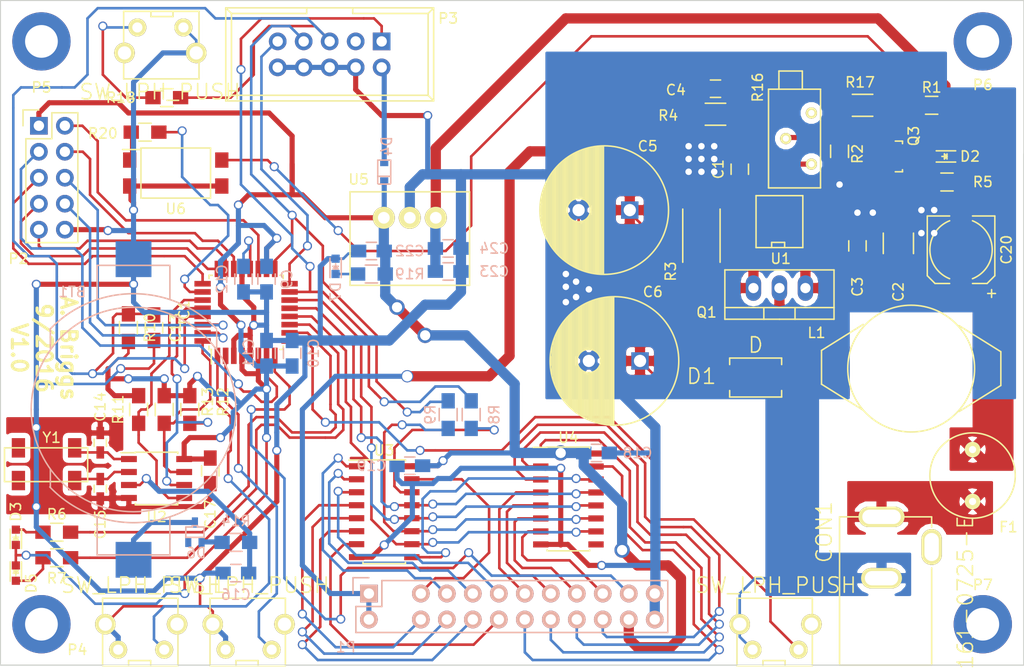
<source format=kicad_pcb>
(kicad_pcb (version 4) (host pcbnew 4.0.4-stable)
  (layers (0 F.Cu signal) (31 B.Cu signal) (34 B.Paste user) (35 F.Paste user) (36 B.SilkS user) (37 F.SilkS user) (38 B.Mask user) (39 F.Mask user) (44 Edge.Cuts user))
  (net 0 "")
  (net 1 "Net-(BT1-Pad1)")
  (net 2 GND)
  (net 3 "Net-(C1-Pad1)")
  (net 4 +12V)
  (net 5 "Net-(C4-Pad1)")
  (net 6 "Net-(C12-Pad1)")
  (net 7 "Net-(C13-Pad1)")
  (net 8 "Net-(C14-Pad2)")
  (net 9 "Net-(C15-Pad2)")
  (net 10 "Net-(C16-Pad2)")
  (net 11 "Net-(D1-Pad2)")
  (net 12 "Net-(D4-Pad1)")
  (net 13 "Net-(D6-Pad1)")
  (net 14 "Net-(IC1-Pad1)")
  (net 15 "Net-(IC1-Pad2)")
  (net 16 /MCU/CYA0)
  (net 17 "Net-(IC1-Pad9)")
  (net 18 "Net-(IC1-Pad10)")
  (net 19 "Net-(IC1-Pad11)")
  (net 20 "/MCU/MCU Shift Registers/SCLR")
  (net 21 "/MCU/MCU Shift Registers/OE")
  (net 22 "/MCU/MCU Shift Registers/RCLK")
  (net 23 "Net-(IC1-Pad15)")
  (net 24 "Net-(IC1-Pad16)")
  (net 25 "Net-(IC1-Pad17)")
  (net 26 /MCU/CYA7)
  (net 27 /MCU/CYA8)
  (net 28 /MCU/CYA2)
  (net 29 /MCU/CYA3)
  (net 30 /MCU/CYA4)
  (net 31 "/MCU/MCU RTC/RTC_SDA")
  (net 32 "/MCU/MCU RTC/RTC_SCL")
  (net 33 /MCU/CYA5)
  (net 34 /MCU/CYA6)
  (net 35 "/MCU/MCU RTC/RTC_MFP")
  (net 36 "Net-(Q1-Pad1)")
  (net 37 "Net-(Q1-Pad3)")
  (net 38 "Net-(D2-Pad1)")
  (net 39 "Net-(D3-Pad2)")
  (net 40 "Net-(D5-Pad2)")
  (net 41 "/MCU/MCU Shift Registers/SER")
  (net 42 "/MCU/MCU Shift Registers/SRCLK")
  (net 43 "Net-(U3-Pad9)")
  (net 44 "Net-(R18-Pad1)")
  (net 45 "Net-(CON1-Pad1)")
  (net 46 +180V)
  (net 47 +5V)
  (net 48 "Net-(D2-Pad2)")
  (net 49 "Net-(D7-Pad1)")
  (net 50 /MCU/180V_EN)
  (net 51 "Net-(Q3-Pad1)")
  (net 52 "Net-(R16-Pad2)")
  (net 53 "Net-(R20-Pad1)")
  (net 54 /MCU/180V_SHDN)
  (net 55 /SEL_COL)
  (net 56 /SEL_N3_A)
  (net 57 /SEL_N2_A)
  (net 58 /SEL_N3_B)
  (net 59 /SEL_N2_B)
  (net 60 /SEL_N3_C)
  (net 61 /SEL_N2_C)
  (net 62 /SEL_N3_D)
  (net 63 /SEL_N2_D)
  (net 64 /SEL_N0_A)
  (net 65 /SEL_N1_A)
  (net 66 /SEL_N0_B)
  (net 67 /SEL_N1_B)
  (net 68 /SEL_N0_C)
  (net 69 /SEL_N1_C)
  (net 70 /SEL_N0_D)
  (net 71 /SEL_N1_D)
  (module Nixie:FSMRA5JH (layer F.Cu) (at 132.375 60.125 180)
    (fp_text reference SW1 hide)
    (fp_text value SW_LPH_PUSH (at 2.286 -3.81 180) (layer F.SilkS) (effects (font (size 1.5 1.5))))
    (pad 2 thru_hole circle (at 4.5 2.49 180) (size 1.75 1.75) (drill 0.99) (layers *.Cu *.Mask F.SilkS) (net 44 "Net-(R18-Pad1)"))
    (pad 1 thru_hole circle (at 0 2.49 180) (size 1.75 1.75) (drill 0.99) (layers *.Cu *.Mask F.SilkS) (net 2 GND))
    (pad 3 thru_hole circle (at 5.755 0 180) (size 2 2) (drill 1.3) (layers *.Cu *.Mask F.SilkS))
    (pad 4 thru_hole circle (at -1.255 0 180) (size 2 2) (drill 1.3) (layers *.Cu *.Mask F.SilkS) (net 2 GND))
  )
  (module Pin_Headers:Pin_Header_Straight_2x05 (layer F.Cu) (at 118.25 67.25)
    (fp_text reference P2 (at -2 13) (layer F.SilkS))
    (fp_text value CONN_02X05)
    (pad 1 thru_hole rect (at 0 0) (size 1.7272 1.7272) (drill 1.016) (layers *.Cu *.Mask) (net 47 +5V))
    (pad 2 thru_hole oval (at 2.54 0) (size 1.7272 1.7272) (drill 1.016) (layers *.Cu *.Mask) (net 26 /MCU/CYA7))
    (pad 3 thru_hole oval (at 0 2.54) (size 1.7272 1.7272) (drill 1.016) (layers *.Cu *.Mask) (net 16 /MCU/CYA0))
    (pad 4 thru_hole oval (at 2.54 2.54) (size 1.7272 1.7272) (drill 1.016) (layers *.Cu *.Mask) (net 27 /MCU/CYA8))
    (pad 5 thru_hole oval (at 0 5.08) (size 1.7272 1.7272) (drill 1.016) (layers *.Cu *.Mask) (net 28 /MCU/CYA2))
    (pad 6 thru_hole oval (at 2.54 5.08) (size 1.7272 1.7272) (drill 1.016) (layers *.Cu *.Mask) (net 34 /MCU/CYA6))
    (pad 7 thru_hole oval (at 0 7.62) (size 1.7272 1.7272) (drill 1.016) (layers *.Cu *.Mask) (net 29 /MCU/CYA3))
    (pad 8 thru_hole oval (at 2.54 7.62) (size 1.7272 1.7272) (drill 1.016) (layers *.Cu *.Mask) (net 33 /MCU/CYA5))
    (pad 9 thru_hole oval (at 0 10.16) (size 1.7272 1.7272) (drill 1.016) (layers *.Cu *.Mask) (net 30 /MCU/CYA4))
    (pad 10 thru_hole oval (at 2.54 10.16) (size 1.7272 1.7272) (drill 1.016) (layers *.Cu *.Mask) (net 2 GND))
  )
  (module Nixie:R-78E5.0-0.5 (layer F.Cu) (at 154.5 76.25 180)
    (fp_text reference U5 (at 5 3.75 180) (layer F.SilkS))
    (fp_text value R-78E5.0-0.5)
    (pad 3 thru_hole circle (at 2.54 0 180) (size 2.15 2.15) (drill 1.15) (layers *.Cu *.Mask F.SilkS) (net 47 +5V))
    (pad 2 thru_hole circle (at 0 0 180) (size 2.15 2.15) (drill 1.15) (layers *.Cu *.Mask F.SilkS) (net 2 GND))
    (pad 1 thru_hole circle (at -2.54 0 180) (size 2.15 2.15) (drill 1.15) (layers *.Cu *.Mask F.SilkS) (net 4 +12V))
  )
  (module Resistors_SMD:R_0805_HandSoldering (layer B.Cu) (at 150.75 81.75 180)
    (fp_text reference R19 (at -3.75 0 180) (layer B.SilkS) (effects (justify mirror)))
    (fp_text value 330)
    (pad 1 smd rect (at -1.35 0 180) (size 1.5 1.3) (layers B.Cu B.Paste B.Mask) (net 47 +5V))
    (pad 2 smd rect (at 1.35 0 180) (size 1.5 1.3) (layers B.Cu B.Paste B.Mask) (net 49 "Net-(D7-Pad1)"))
  )
  (module TO_SOT_Packages_SMD:SOT-23_Handsoldering (layer F.Cu) (at 202 70.25 270)
    (fp_text reference Q3 (at -2 -1.75 270) (layer F.SilkS))
    (fp_text value MMBTA42)
    (pad 1 smd rect (at -0.95 1.50114 270) (size 0.8001 1.80086) (layers F.Cu F.Paste F.Mask) (net 51 "Net-(Q3-Pad1)"))
    (pad 2 smd rect (at 0.95 1.50114 270) (size 0.8001 1.80086) (layers F.Cu F.Paste F.Mask) (net 2 GND))
    (pad 3 smd rect (at 0 -1.50114 270) (size 0.8001 1.80086) (layers F.Cu F.Paste F.Mask) (net 48 "Net-(D2-Pad2)"))
  )
  (module LEDs:LED_0603 (layer B.Cu) (at 147.25 81 90)
    (fp_text reference D7 (at -2.5 0 90) (layer B.SilkS) (effects (justify mirror)))
    (fp_text value LTST-C190GKT)
    (pad 2 smd rect (at 0.7493 0 270) (size 0.79756 0.79756) (layers B.Cu B.Paste B.Mask) (net 2 GND))
    (pad 1 smd rect (at -0.7493 0 270) (size 0.79756 0.79756) (layers B.Cu B.Paste B.Mask) (net 49 "Net-(D7-Pad1)"))
  )
  (module Nixie:Pin_Header_Straight_2x12_isolate_hv (layer B.Cu) (at 150.5 113 270)
    (fp_text reference P1 (at 5.25 2.25 360) (layer B.SilkS) (effects (justify mirror)))
    (fp_text value CONN_02X12_isolate_hv)
    (pad 1 thru_hole rect (at 0 0 270) (size 1.7272 1.7272) (drill 1.016) (layers *.Cu *.Mask B.SilkS) (net 46 +180V))
    (pad 2 thru_hole oval (at 2.54 0 270) (size 1.7272 1.7272) (drill 1.016) (layers *.Cu *.Mask B.SilkS) (net 46 +180V))
    (pad "" np_thru_hole circle (at 0 -2.54 270) (size 1.7272 1.7272) (drill 1.7272) (layers *.Cu *.Mask))
    (pad "" np_thru_hole circle (at 2.54 -2.54 270) (size 1.7272 1.7272) (drill 1.7272) (layers *.Cu *.Mask))
    (pad 5 thru_hole oval (at 0 -5.08 270) (size 1.7272 1.7272) (drill 1.016) (layers *.Cu *.Mask B.SilkS) (net 57 /SEL_N2_A))
    (pad 6 thru_hole oval (at 2.54 -5.08 270) (size 1.7272 1.7272) (drill 1.016) (layers *.Cu *.Mask B.SilkS) (net 56 /SEL_N3_A))
    (pad 7 thru_hole oval (at 0 -7.62 270) (size 1.7272 1.7272) (drill 1.016) (layers *.Cu *.Mask B.SilkS) (net 59 /SEL_N2_B))
    (pad 8 thru_hole oval (at 2.54 -7.62 270) (size 1.7272 1.7272) (drill 1.016) (layers *.Cu *.Mask B.SilkS) (net 58 /SEL_N3_B))
    (pad 9 thru_hole oval (at 0 -10.16 270) (size 1.7272 1.7272) (drill 1.016) (layers *.Cu *.Mask B.SilkS) (net 61 /SEL_N2_C))
    (pad 10 thru_hole oval (at 2.54 -10.16 270) (size 1.7272 1.7272) (drill 1.016) (layers *.Cu *.Mask B.SilkS) (net 60 /SEL_N3_C))
    (pad 11 thru_hole oval (at 0 -12.7 270) (size 1.7272 1.7272) (drill 1.016) (layers *.Cu *.Mask B.SilkS) (net 63 /SEL_N2_D))
    (pad 12 thru_hole oval (at 2.54 -12.7 270) (size 1.7272 1.7272) (drill 1.016) (layers *.Cu *.Mask B.SilkS) (net 62 /SEL_N3_D))
    (pad 13 thru_hole oval (at 0 -15.24 270) (size 1.7272 1.7272) (drill 1.016) (layers *.Cu *.Mask B.SilkS) (net 65 /SEL_N1_A))
    (pad 14 thru_hole oval (at 2.54 -15.24 270) (size 1.7272 1.7272) (drill 1.016) (layers *.Cu *.Mask B.SilkS) (net 64 /SEL_N0_A))
    (pad 15 thru_hole oval (at 0 -17.78 270) (size 1.7272 1.7272) (drill 1.016) (layers *.Cu *.Mask B.SilkS) (net 67 /SEL_N1_B))
    (pad 16 thru_hole oval (at 2.54 -17.78 270) (size 1.7272 1.7272) (drill 1.016) (layers *.Cu *.Mask B.SilkS) (net 66 /SEL_N0_B))
    (pad 17 thru_hole oval (at 0 -20.32 270) (size 1.7272 1.7272) (drill 1.016) (layers *.Cu *.Mask B.SilkS) (net 69 /SEL_N1_C))
    (pad 18 thru_hole oval (at 2.54 -20.32 270) (size 1.7272 1.7272) (drill 1.016) (layers *.Cu *.Mask B.SilkS) (net 68 /SEL_N0_C))
    (pad 19 thru_hole oval (at 0 -22.86 270) (size 1.7272 1.7272) (drill 1.016) (layers *.Cu *.Mask B.SilkS) (net 71 /SEL_N1_D))
    (pad 20 thru_hole oval (at 2.54 -22.86 270) (size 1.7272 1.7272) (drill 1.016) (layers *.Cu *.Mask B.SilkS) (net 70 /SEL_N0_D))
    (pad 21 thru_hole oval (at 0 -25.4 270) (size 1.7272 1.7272) (drill 1.016) (layers *.Cu *.Mask B.SilkS) (net 55 /SEL_COL))
    (pad 22 thru_hole oval (at 2.54 -25.4 270) (size 1.7272 1.7272) (drill 1.016) (layers *.Cu *.Mask B.SilkS) (net 47 +5V))
    (pad 23 thru_hole oval (at 0 -27.94 270) (size 1.7272 1.7272) (drill 1.016) (layers *.Cu *.Mask B.SilkS) (net 2 GND))
    (pad 24 thru_hole oval (at 2.54 -27.94 270) (size 1.7272 1.7272) (drill 1.016) (layers *.Cu *.Mask B.SilkS) (net 2 GND))
  )
  (module Nixie:SOD-523-2 (layer B.Cu) (at 152 71.75 270)
    (fp_text reference D4 (at -2.5 -0.25 270) (layer B.SilkS) (effects (justify mirror)))
    (fp_text value D)
    (pad 1 smd rect (at -0.85 0 270) (size 0.6 0.8) (layers B.Cu B.Paste B.Mask) (net 12 "Net-(D4-Pad1)"))
    (pad 2 smd rect (at 0.85 0 270) (size 0.6 0.8) (layers B.Cu B.Paste B.Mask) (net 47 +5V))
  )
  (module Nixie:MRF2 (layer F.Cu) (at 209.5 104 90)
    (fp_text reference F1 (at -2.5 3.5 180) (layer F.SilkS))
    (fp_text value FUSE)
    (pad 2 thru_hole circle (at 5.08 0 90) (size 1.524 1.524) (drill 0.7) (layers *.Cu *.Mask F.SilkS) (net 4 +12V))
    (pad 1 thru_hole circle (at 0 0 90) (size 1.524 1.524) (drill 0.7) (layers *.Cu *.Mask F.SilkS) (net 45 "Net-(CON1-Pad1)"))
  )
  (module Resistors_SMD:R_0805_HandSoldering (layer F.Cu) (at 130.75 64.5)
    (fp_text reference R18 (at -4.5 0) (layer F.SilkS))
    (fp_text value 330)
    (pad 1 smd rect (at -1.35 0) (size 1.5 1.3) (layers F.Cu F.Paste F.Mask) (net 44 "Net-(R18-Pad1)"))
    (pad 2 smd rect (at 1.35 0) (size 1.5 1.3) (layers F.Cu F.Paste F.Mask) (net 7 "Net-(C13-Pad1)"))
  )
  (module Housings_SOIC:SOIC-8_3.9x4.9mm_Pitch1.27mm (layer F.Cu) (at 129.75 101.75)
    (fp_text reference U2 (at 0 3.75) (layer F.SilkS))
    (fp_text value MCP7940N)
    (pad 1 smd rect (at -2.7 -1.905) (size 1.55 0.6) (layers F.Cu F.Paste F.Mask) (net 8 "Net-(C14-Pad2)"))
    (pad 2 smd rect (at -2.7 -0.635) (size 1.55 0.6) (layers F.Cu F.Paste F.Mask) (net 9 "Net-(C15-Pad2)"))
    (pad 3 smd rect (at -2.7 0.635) (size 1.55 0.6) (layers F.Cu F.Paste F.Mask) (net 10 "Net-(C16-Pad2)"))
    (pad 4 smd rect (at -2.7 1.905) (size 1.55 0.6) (layers F.Cu F.Paste F.Mask) (net 2 GND))
    (pad 5 smd rect (at 2.7 1.905) (size 1.55 0.6) (layers F.Cu F.Paste F.Mask) (net 31 "/MCU/MCU RTC/RTC_SDA"))
    (pad 6 smd rect (at 2.7 0.635) (size 1.55 0.6) (layers F.Cu F.Paste F.Mask) (net 32 "/MCU/MCU RTC/RTC_SCL"))
    (pad 7 smd rect (at 2.7 -0.635) (size 1.55 0.6) (layers F.Cu F.Paste F.Mask) (net 35 "/MCU/MCU RTC/RTC_MFP"))
    (pad 8 smd rect (at 2.7 -1.905) (size 1.55 0.6) (layers F.Cu F.Paste F.Mask) (net 47 +5V))
  )
  (module TO_SOT_Packages_SMD:SOT-323 (layer B.Cu) (at 133.5 107)
    (fp_text reference D6 (at 0.127 2.032) (layer B.SilkS) (effects (justify mirror)))
    (fp_text value D_Schottky_x2_ACom_KKA)
    (pad 2 smd rect (at -0.65024 0.94996) (size 0.59944 1.00076) (layers B.Cu B.Paste B.Mask))
    (pad 1 smd rect (at 0.65024 0.94996) (size 0.59944 1.00076) (layers B.Cu B.Paste B.Mask) (net 13 "Net-(D6-Pad1)"))
    (pad 3 smd rect (at 0 -0.94996) (size 0.59944 1.00076) (layers B.Cu B.Paste B.Mask) (net 1 "Net-(BT1-Pad1)"))
  )
  (module Capacitors_SMD:C_0805_HandSoldering (layer F.Cu) (at 186.75 71.5 90)
    (fp_text reference C1 (at 0 -2.1 90) (layer F.SilkS))
    (fp_text value 0.1uF)
    (pad 1 smd rect (at -1.25 0 90) (size 1.5 1.25) (layers F.Cu F.Paste F.Mask) (net 3 "Net-(C1-Pad1)"))
    (pad 2 smd rect (at 1.25 0 90) (size 1.5 1.25) (layers F.Cu F.Paste F.Mask) (net 2 GND))
  )
  (module Capacitors_SMD:C_0805_HandSoldering (layer F.Cu) (at 198.25 79 90)
    (fp_text reference C3 (at -4 0 90) (layer F.SilkS))
    (fp_text value 0.1uF)
    (pad 1 smd rect (at -1.25 0 90) (size 1.5 1.25) (layers F.Cu F.Paste F.Mask) (net 4 +12V))
    (pad 2 smd rect (at 1.25 0 90) (size 1.5 1.25) (layers F.Cu F.Paste F.Mask) (net 2 GND))
  )
  (module Capacitors_SMD:C_0805_HandSoldering (layer F.Cu) (at 184.375 63.625 180)
    (fp_text reference C4 (at 3.875 -0.125 180) (layer F.SilkS))
    (fp_text value 100pF)
    (pad 1 smd rect (at -1.25 0 180) (size 1.5 1.25) (layers F.Cu F.Paste F.Mask) (net 5 "Net-(C4-Pad1)"))
    (pad 2 smd rect (at 1.25 0 180) (size 1.5 1.25) (layers F.Cu F.Paste F.Mask) (net 46 +180V))
  )
  (module Capacitors_ThroughHole:C_Radial_D12.5_L25_P5 (layer F.Cu) (at 176 75.5 180)
    (fp_text reference C5 (at -1.75 6.25 180) (layer F.SilkS))
    (fp_text value 47uF)
    (pad 2 thru_hole circle (at 5 0 180) (size 1.7 1.7) (drill 1.2) (layers *.Cu *.Mask) (net 2 GND))
    (pad 1 thru_hole rect (at 0 0 180) (size 1.7 1.7) (drill 1.2) (layers *.Cu *.Mask) (net 46 +180V))
  )
  (module Capacitors_ThroughHole:C_Radial_D12.5_L25_P5 (layer F.Cu) (at 177 90.25 180)
    (fp_text reference C6 (at -1.25 6.75 180) (layer F.SilkS))
    (fp_text value 47uF)
    (pad 2 thru_hole circle (at 5 0 180) (size 1.7 1.7) (drill 1.2) (layers *.Cu *.Mask) (net 2 GND))
    (pad 1 thru_hole rect (at 0 0 180) (size 1.7 1.7) (drill 1.2) (layers *.Cu *.Mask) (net 46 +180V))
  )
  (module Capacitors_SMD:C_0805_HandSoldering (layer B.Cu) (at 140.5 82.25 270)
    (fp_text reference C9 (at 0 -2 270) (layer B.SilkS) (effects (justify mirror)))
    (fp_text value 0.1uF)
    (pad 1 smd rect (at -1.25 0 270) (size 1.5 1.25) (layers B.Cu B.Paste B.Mask) (net 47 +5V))
    (pad 2 smd rect (at 1.25 0 270) (size 1.5 1.25) (layers B.Cu B.Paste B.Mask) (net 2 GND))
  )
  (module Capacitors_SMD:C_0805_HandSoldering (layer B.Cu) (at 143 89.5 90)
    (fp_text reference C10 (at 0 2.1 90) (layer B.SilkS) (effects (justify mirror)))
    (fp_text value 0.1uF)
    (pad 1 smd rect (at -1.25 0 90) (size 1.5 1.25) (layers B.Cu B.Paste B.Mask) (net 47 +5V))
    (pad 2 smd rect (at 1.25 0 90) (size 1.5 1.25) (layers B.Cu B.Paste B.Mask) (net 2 GND))
  )
  (module Capacitors_SMD:C_0805_HandSoldering (layer B.Cu) (at 140.5 89.5 90)
    (fp_text reference C11 (at 0 -1.75 90) (layer B.SilkS) (effects (justify mirror)))
    (fp_text value 0.1uF)
    (pad 1 smd rect (at -1.25 0 90) (size 1.5 1.25) (layers B.Cu B.Paste B.Mask) (net 47 +5V))
    (pad 2 smd rect (at 1.25 0 90) (size 1.5 1.25) (layers B.Cu B.Paste B.Mask) (net 2 GND))
  )
  (module Capacitors_SMD:C_0805_HandSoldering (layer B.Cu) (at 138.25 82.25 270)
    (fp_text reference C12 (at 0 2.1 270) (layer B.SilkS) (effects (justify mirror)))
    (fp_text value 0.1uF)
    (pad 1 smd rect (at -1.25 0 270) (size 1.5 1.25) (layers B.Cu B.Paste B.Mask) (net 6 "Net-(C12-Pad1)"))
    (pad 2 smd rect (at 1.25 0 270) (size 1.5 1.25) (layers B.Cu B.Paste B.Mask) (net 2 GND))
  )
  (module Capacitors_SMD:C_0805_HandSoldering (layer F.Cu) (at 129.5 87 270)
    (fp_text reference C13 (at 0 -2.1 270) (layer F.SilkS))
    (fp_text value 0.1uF)
    (pad 1 smd rect (at -1.25 0 270) (size 1.5 1.25) (layers F.Cu F.Paste F.Mask) (net 7 "Net-(C13-Pad1)"))
    (pad 2 smd rect (at 1.25 0 270) (size 1.5 1.25) (layers F.Cu F.Paste F.Mask) (net 2 GND))
  )
  (module Capacitors_SMD:C_0805_HandSoldering (layer B.Cu) (at 137.5 111)
    (fp_text reference C16 (at 0 2.1) (layer B.SilkS) (effects (justify mirror)))
    (fp_text value 100pF)
    (pad 1 smd rect (at -1.25 0) (size 1.5 1.25) (layers B.Cu B.Paste B.Mask) (net 2 GND))
    (pad 2 smd rect (at 1.25 0) (size 1.5 1.25) (layers B.Cu B.Paste B.Mask) (net 10 "Net-(C16-Pad2)"))
  )
  (module Capacitors_SMD:C_0805_HandSoldering (layer F.Cu) (at 135 101 90)
    (fp_text reference C17 (at -4.25 0 90) (layer F.SilkS))
    (fp_text value 0.1uF)
    (pad 1 smd rect (at -1.25 0 90) (size 1.5 1.25) (layers F.Cu F.Paste F.Mask) (net 2 GND))
    (pad 2 smd rect (at 1.25 0 90) (size 1.5 1.25) (layers F.Cu F.Paste F.Mask) (net 47 +5V))
  )
  (module Capacitors_SMD:C_0805_HandSoldering (layer B.Cu) (at 172.75 99.25)
    (fp_text reference C18 (at 4 0) (layer B.SilkS) (effects (justify mirror)))
    (fp_text value 0.1u)
    (pad 1 smd rect (at -1.25 0) (size 1.5 1.25) (layers B.Cu B.Paste B.Mask) (net 47 +5V))
    (pad 2 smd rect (at 1.25 0) (size 1.5 1.25) (layers B.Cu B.Paste B.Mask) (net 2 GND))
  )
  (module Capacitors_SMD:C_0805_HandSoldering (layer B.Cu) (at 154.5 100.5 180)
    (fp_text reference C19 (at 3.75 0 180) (layer B.SilkS) (effects (justify mirror)))
    (fp_text value 0.1u)
    (pad 1 smd rect (at -1.25 0 180) (size 1.5 1.25) (layers B.Cu B.Paste B.Mask) (net 47 +5V))
    (pad 2 smd rect (at 1.25 0 180) (size 1.5 1.25) (layers B.Cu B.Paste B.Mask) (net 2 GND))
  )
  (module Capacitors_SMD:C_0805_HandSoldering (layer B.Cu) (at 150.75 79.5 180)
    (fp_text reference C22 (at -3.75 0 180) (layer B.SilkS) (effects (justify mirror)))
    (fp_text value 10uF)
    (pad 1 smd rect (at -1.25 0 180) (size 1.5 1.25) (layers B.Cu B.Paste B.Mask) (net 47 +5V))
    (pad 2 smd rect (at 1.25 0 180) (size 1.5 1.25) (layers B.Cu B.Paste B.Mask) (net 2 GND))
  )
  (module Capacitors_SMD:C_0805_HandSoldering (layer B.Cu) (at 158.25 81.5)
    (fp_text reference C23 (at 4.5 0) (layer B.SilkS) (effects (justify mirror)))
    (fp_text value 10uF)
    (pad 1 smd rect (at -1.25 0) (size 1.5 1.25) (layers B.Cu B.Paste B.Mask) (net 4 +12V))
    (pad 2 smd rect (at 1.25 0) (size 1.5 1.25) (layers B.Cu B.Paste B.Mask) (net 2 GND))
  )
  (module Capacitors_SMD:C_0805_HandSoldering (layer B.Cu) (at 158.25 79.25)
    (fp_text reference C24 (at 4.5 0) (layer B.SilkS) (effects (justify mirror)))
    (fp_text value 0.1uF)
    (pad 1 smd rect (at -1.25 0) (size 1.5 1.25) (layers B.Cu B.Paste B.Mask) (net 4 +12V))
    (pad 2 smd rect (at 1.25 0) (size 1.5 1.25) (layers B.Cu B.Paste B.Mask) (net 2 GND))
  )
  (module Nixie:DO-214AA-2 (layer F.Cu) (at 185.125 91.875)
    (fp_text reference D1 (at -2.125 -0.125) (layer F.SilkS) (effects (font (size 1.5 1.5))))
    (fp_text value D (at 3.175 -3.175) (layer F.SilkS) (effects (font (size 1.5 1.5))))
    (pad 2 smd rect (at 5.55 0) (size 2.5 2.3) (layers F.Cu F.Paste F.Mask) (net 11 "Net-(D1-Pad2)"))
    (pad 1 smd rect (at 1.25 0) (size 2.5 2.3) (layers F.Cu F.Paste F.Mask) (net 46 +180V))
  )
  (module Housings_QFP:TQFP-32_7x7mm_Pitch0.8mm (layer F.Cu) (at 138.5 85.5 90)
    (fp_text reference IC1 (at 0 -6.05 90) (layer F.SilkS))
    (fp_text value ATMEGA168A-A)
    (pad 1 smd rect (at -4.25 -2.8 90) (size 1.6 0.55) (layers F.Cu F.Paste F.Mask) (net 14 "Net-(IC1-Pad1)"))
    (pad 2 smd rect (at -4.25 -2 90) (size 1.6 0.55) (layers F.Cu F.Paste F.Mask) (net 15 "Net-(IC1-Pad2)"))
    (pad 3 smd rect (at -4.25 -1.2 90) (size 1.6 0.55) (layers F.Cu F.Paste F.Mask) (net 2 GND))
    (pad 4 smd rect (at -4.25 -0.4 90) (size 1.6 0.55) (layers F.Cu F.Paste F.Mask) (net 47 +5V))
    (pad 5 smd rect (at -4.25 0.4 90) (size 1.6 0.55) (layers F.Cu F.Paste F.Mask) (net 2 GND))
    (pad 6 smd rect (at -4.25 1.2 90) (size 1.6 0.55) (layers F.Cu F.Paste F.Mask) (net 47 +5V))
    (pad 7 smd rect (at -4.25 2 90) (size 1.6 0.55) (layers F.Cu F.Paste F.Mask) (net 16 /MCU/CYA0))
    (pad 8 smd rect (at -4.25 2.8 90) (size 1.6 0.55) (layers F.Cu F.Paste F.Mask) (net 55 /SEL_COL))
    (pad 9 smd rect (at -2.8 4.25 180) (size 1.6 0.55) (layers F.Cu F.Paste F.Mask) (net 17 "Net-(IC1-Pad9)"))
    (pad 10 smd rect (at -2 4.25 180) (size 1.6 0.55) (layers F.Cu F.Paste F.Mask) (net 18 "Net-(IC1-Pad10)"))
    (pad 11 smd rect (at -1.2 4.25 180) (size 1.6 0.55) (layers F.Cu F.Paste F.Mask) (net 19 "Net-(IC1-Pad11)"))
    (pad 12 smd rect (at -0.4 4.25 180) (size 1.6 0.55) (layers F.Cu F.Paste F.Mask) (net 20 "/MCU/MCU Shift Registers/SCLR"))
    (pad 13 smd rect (at 0.4 4.25 180) (size 1.6 0.55) (layers F.Cu F.Paste F.Mask) (net 21 "/MCU/MCU Shift Registers/OE"))
    (pad 14 smd rect (at 1.2 4.25 180) (size 1.6 0.55) (layers F.Cu F.Paste F.Mask) (net 22 "/MCU/MCU Shift Registers/RCLK"))
    (pad 15 smd rect (at 2 4.25 180) (size 1.6 0.55) (layers F.Cu F.Paste F.Mask) (net 23 "Net-(IC1-Pad15)"))
    (pad 16 smd rect (at 2.8 4.25 180) (size 1.6 0.55) (layers F.Cu F.Paste F.Mask) (net 24 "Net-(IC1-Pad16)"))
    (pad 17 smd rect (at 4.25 2.8 90) (size 1.6 0.55) (layers F.Cu F.Paste F.Mask) (net 25 "Net-(IC1-Pad17)"))
    (pad 18 smd rect (at 4.25 2 90) (size 1.6 0.55) (layers F.Cu F.Paste F.Mask) (net 47 +5V))
    (pad 19 smd rect (at 4.25 1.2 90) (size 1.6 0.55) (layers F.Cu F.Paste F.Mask) (net 26 /MCU/CYA7))
    (pad 20 smd rect (at 4.25 0.4 90) (size 1.6 0.55) (layers F.Cu F.Paste F.Mask) (net 6 "Net-(C12-Pad1)"))
    (pad 21 smd rect (at 4.25 -0.4 90) (size 1.6 0.55) (layers F.Cu F.Paste F.Mask) (net 2 GND))
    (pad 22 smd rect (at 4.25 -1.2 90) (size 1.6 0.55) (layers F.Cu F.Paste F.Mask) (net 27 /MCU/CYA8))
    (pad 23 smd rect (at 4.25 -2 90) (size 1.6 0.55) (layers F.Cu F.Paste F.Mask) (net 30 /MCU/CYA4))
    (pad 24 smd rect (at 4.25 -2.8 90) (size 1.6 0.55) (layers F.Cu F.Paste F.Mask) (net 29 /MCU/CYA3))
    (pad 25 smd rect (at 2.8 -4.25 180) (size 1.6 0.55) (layers F.Cu F.Paste F.Mask) (net 28 /MCU/CYA2))
    (pad 26 smd rect (at 2 -4.25 180) (size 1.6 0.55) (layers F.Cu F.Paste F.Mask) (net 50 /MCU/180V_EN))
    (pad 27 smd rect (at 1.2 -4.25 180) (size 1.6 0.55) (layers F.Cu F.Paste F.Mask) (net 31 "/MCU/MCU RTC/RTC_SDA"))
    (pad 28 smd rect (at 0.4 -4.25 180) (size 1.6 0.55) (layers F.Cu F.Paste F.Mask) (net 32 "/MCU/MCU RTC/RTC_SCL"))
    (pad 29 smd rect (at -0.4 -4.25 180) (size 1.6 0.55) (layers F.Cu F.Paste F.Mask) (net 7 "Net-(C13-Pad1)"))
    (pad 30 smd rect (at -1.2 -4.25 180) (size 1.6 0.55) (layers F.Cu F.Paste F.Mask) (net 34 /MCU/CYA6))
    (pad 31 smd rect (at -2 -4.25 180) (size 1.6 0.55) (layers F.Cu F.Paste F.Mask) (net 33 /MCU/CYA5))
    (pad 32 smd rect (at -2.8 -4.25 180) (size 1.6 0.55) (layers F.Cu F.Paste F.Mask) (net 35 "/MCU/MCU RTC/RTC_MFP"))
  )
  (module Resistors_SMD:R_0805_HandSoldering (layer F.Cu) (at 205.5 65.25 180)
    (fp_text reference R1 (at 0 1.75 180) (layer F.SilkS))
    (fp_text value 10k)
    (pad 1 smd rect (at -1.35 0 180) (size 1.5 1.3) (layers F.Cu F.Paste F.Mask) (net 4 +12V))
    (pad 2 smd rect (at 1.35 0 180) (size 1.5 1.3) (layers F.Cu F.Paste F.Mask) (net 54 /MCU/180V_SHDN))
  )
  (module Resistors_SMD:R_0805_HandSoldering (layer F.Cu) (at 196.5 69.75 270)
    (fp_text reference R2 (at 0.25 -1.75 270) (layer F.SilkS))
    (fp_text value 10k)
    (pad 1 smd rect (at -1.35 0 270) (size 1.5 1.3) (layers F.Cu F.Paste F.Mask) (net 52 "Net-(R16-Pad2)"))
    (pad 2 smd rect (at 1.35 0 270) (size 1.5 1.3) (layers F.Cu F.Paste F.Mask) (net 2 GND))
  )
  (module Resistors_SMD:R_1206_HandSoldering (layer F.Cu) (at 184.375 66.125 180)
    (fp_text reference R4 (at 4.625 -0.125 180) (layer F.SilkS))
    (fp_text value 1.5MEG)
    (pad 1 smd rect (at -2 0 180) (size 2 1.7) (layers F.Cu F.Paste F.Mask) (net 5 "Net-(C4-Pad1)"))
    (pad 2 smd rect (at 2 0 180) (size 2 1.7) (layers F.Cu F.Paste F.Mask) (net 46 +180V))
  )
  (module Resistors_SMD:R_0805_HandSoldering (layer F.Cu) (at 120 107 180)
    (fp_text reference R6 (at 0 1.75 180) (layer F.SilkS))
    (fp_text value 330)
    (pad 1 smd rect (at -1.35 0 180) (size 1.5 1.3) (layers F.Cu F.Paste F.Mask) (net 18 "Net-(IC1-Pad10)"))
    (pad 2 smd rect (at 1.35 0 180) (size 1.5 1.3) (layers F.Cu F.Paste F.Mask) (net 39 "Net-(D3-Pad2)"))
  )
  (module Resistors_SMD:R_0805_HandSoldering (layer F.Cu) (at 120 109.5 180)
    (fp_text reference R7 (at 0 -2 180) (layer F.SilkS))
    (fp_text value 330)
    (pad 1 smd rect (at -1.35 0 180) (size 1.5 1.3) (layers F.Cu F.Paste F.Mask) (net 19 "Net-(IC1-Pad11)"))
    (pad 2 smd rect (at 1.35 0 180) (size 1.5 1.3) (layers F.Cu F.Paste F.Mask) (net 40 "Net-(D5-Pad2)"))
  )
  (module Resistors_SMD:R_0805_HandSoldering (layer B.Cu) (at 160.5 95.5 270)
    (fp_text reference R8 (at 0 -2.25 270) (layer B.SilkS) (effects (justify mirror)))
    (fp_text value 330)
    (pad 1 smd rect (at -1.35 0 270) (size 1.5 1.3) (layers B.Cu B.Paste B.Mask) (net 23 "Net-(IC1-Pad15)"))
    (pad 2 smd rect (at 1.35 0 270) (size 1.5 1.3) (layers B.Cu B.Paste B.Mask) (net 41 "/MCU/MCU Shift Registers/SER"))
  )
  (module Resistors_SMD:R_0805_HandSoldering (layer B.Cu) (at 158.25 95.5 270)
    (fp_text reference R9 (at 0 1.75 270) (layer B.SilkS) (effects (justify mirror)))
    (fp_text value 330)
    (pad 1 smd rect (at -1.35 0 270) (size 1.5 1.3) (layers B.Cu B.Paste B.Mask) (net 25 "Net-(IC1-Pad17)"))
    (pad 2 smd rect (at 1.35 0 270) (size 1.5 1.3) (layers B.Cu B.Paste B.Mask) (net 42 "/MCU/MCU Shift Registers/SRCLK"))
  )
  (module Resistors_SMD:R_0805_HandSoldering (layer F.Cu) (at 127 87 270)
    (fp_text reference R10 (at 0 -2.1 270) (layer F.SilkS))
    (fp_text value 10k)
    (pad 1 smd rect (at -1.35 0 270) (size 1.5 1.3) (layers F.Cu F.Paste F.Mask) (net 7 "Net-(C13-Pad1)"))
    (pad 2 smd rect (at 1.35 0 270) (size 1.5 1.3) (layers F.Cu F.Paste F.Mask) (net 47 +5V))
  )
  (module Resistors_SMD:R_0805_HandSoldering (layer F.Cu) (at 128 95 270)
    (fp_text reference R11 (at 0 2 270) (layer F.SilkS))
    (fp_text value 2k)
    (pad 1 smd rect (at -1.35 0 270) (size 1.5 1.3) (layers F.Cu F.Paste F.Mask) (net 47 +5V))
    (pad 2 smd rect (at 1.35 0 270) (size 1.5 1.3) (layers F.Cu F.Paste F.Mask) (net 31 "/MCU/MCU RTC/RTC_SDA"))
  )
  (module Resistors_SMD:R_0805_HandSoldering (layer F.Cu) (at 133 95 270)
    (fp_text reference R12 (at -0.75 -3.25 270) (layer F.SilkS))
    (fp_text value 2k)
    (pad 1 smd rect (at -1.35 0 270) (size 1.5 1.3) (layers F.Cu F.Paste F.Mask) (net 47 +5V))
    (pad 2 smd rect (at 1.35 0 270) (size 1.5 1.3) (layers F.Cu F.Paste F.Mask) (net 32 "/MCU/MCU RTC/RTC_SCL"))
  )
  (module Resistors_SMD:R_0805_HandSoldering (layer F.Cu) (at 130.5 95 270)
    (fp_text reference R13 (at -0.75 -4.25 270) (layer F.SilkS))
    (fp_text value 10k)
    (pad 1 smd rect (at -1.35 0 270) (size 1.5 1.3) (layers F.Cu F.Paste F.Mask) (net 47 +5V))
    (pad 2 smd rect (at 1.35 0 270) (size 1.5 1.3) (layers F.Cu F.Paste F.Mask) (net 35 "/MCU/MCU RTC/RTC_MFP"))
  )
  (module Resistors_SMD:R_0805_HandSoldering (layer B.Cu) (at 137.5 108 180)
    (fp_text reference R14 (at 0 2.1 180) (layer B.SilkS) (effects (justify mirror)))
    (fp_text value 1k)
    (pad 1 smd rect (at -1.35 0 180) (size 1.5 1.3) (layers B.Cu B.Paste B.Mask) (net 10 "Net-(C16-Pad2)"))
    (pad 2 smd rect (at 1.35 0 180) (size 1.5 1.3) (layers B.Cu B.Paste B.Mask) (net 13 "Net-(D6-Pad1)"))
  )
  (module Housings_SOIC:SOIC-16_3.9x9.9mm_Pitch1.27mm (layer F.Cu) (at 152 105)
    (fp_text reference U3 (at 0 -6) (layer F.SilkS))
    (fp_text value 74HC595)
    (pad 1 smd rect (at -2.7 -4.445) (size 1.5 0.6) (layers F.Cu F.Paste F.Mask) (net 59 /SEL_N2_B))
    (pad 2 smd rect (at -2.7 -3.175) (size 1.5 0.6) (layers F.Cu F.Paste F.Mask) (net 61 /SEL_N2_C))
    (pad 3 smd rect (at -2.7 -1.905) (size 1.5 0.6) (layers F.Cu F.Paste F.Mask) (net 63 /SEL_N2_D))
    (pad 4 smd rect (at -2.7 -0.635) (size 1.5 0.6) (layers F.Cu F.Paste F.Mask) (net 56 /SEL_N3_A))
    (pad 5 smd rect (at -2.7 0.635) (size 1.5 0.6) (layers F.Cu F.Paste F.Mask) (net 58 /SEL_N3_B))
    (pad 6 smd rect (at -2.7 1.905) (size 1.5 0.6) (layers F.Cu F.Paste F.Mask) (net 60 /SEL_N3_C))
    (pad 7 smd rect (at -2.7 3.175) (size 1.5 0.6) (layers F.Cu F.Paste F.Mask) (net 62 /SEL_N3_D))
    (pad 8 smd rect (at -2.7 4.445) (size 1.5 0.6) (layers F.Cu F.Paste F.Mask) (net 2 GND))
    (pad 9 smd rect (at 2.7 4.445) (size 1.5 0.6) (layers F.Cu F.Paste F.Mask) (net 43 "Net-(U3-Pad9)"))
    (pad 10 smd rect (at 2.7 3.175) (size 1.5 0.6) (layers F.Cu F.Paste F.Mask) (net 20 "/MCU/MCU Shift Registers/SCLR"))
    (pad 11 smd rect (at 2.7 1.905) (size 1.5 0.6) (layers F.Cu F.Paste F.Mask) (net 42 "/MCU/MCU Shift Registers/SRCLK"))
    (pad 12 smd rect (at 2.7 0.635) (size 1.5 0.6) (layers F.Cu F.Paste F.Mask) (net 22 "/MCU/MCU Shift Registers/RCLK"))
    (pad 13 smd rect (at 2.7 -0.635) (size 1.5 0.6) (layers F.Cu F.Paste F.Mask) (net 21 "/MCU/MCU Shift Registers/OE"))
    (pad 14 smd rect (at 2.7 -1.905) (size 1.5 0.6) (layers F.Cu F.Paste F.Mask) (net 41 "/MCU/MCU Shift Registers/SER"))
    (pad 15 smd rect (at 2.7 -3.175) (size 1.5 0.6) (layers F.Cu F.Paste F.Mask) (net 57 /SEL_N2_A))
    (pad 16 smd rect (at 2.7 -4.445) (size 1.5 0.6) (layers F.Cu F.Paste F.Mask) (net 47 +5V))
  )
  (module Housings_SOIC:SOIC-16_3.9x9.9mm_Pitch1.27mm (layer F.Cu) (at 170 103.75)
    (fp_text reference U4 (at 0 -6) (layer F.SilkS))
    (fp_text value 74HC595)
    (pad 1 smd rect (at -2.7 -4.445) (size 1.5 0.6) (layers F.Cu F.Paste F.Mask) (net 66 /SEL_N0_B))
    (pad 2 smd rect (at -2.7 -3.175) (size 1.5 0.6) (layers F.Cu F.Paste F.Mask) (net 68 /SEL_N0_C))
    (pad 3 smd rect (at -2.7 -1.905) (size 1.5 0.6) (layers F.Cu F.Paste F.Mask) (net 70 /SEL_N0_D))
    (pad 4 smd rect (at -2.7 -0.635) (size 1.5 0.6) (layers F.Cu F.Paste F.Mask) (net 65 /SEL_N1_A))
    (pad 5 smd rect (at -2.7 0.635) (size 1.5 0.6) (layers F.Cu F.Paste F.Mask) (net 67 /SEL_N1_B))
    (pad 6 smd rect (at -2.7 1.905) (size 1.5 0.6) (layers F.Cu F.Paste F.Mask) (net 69 /SEL_N1_C))
    (pad 7 smd rect (at -2.7 3.175) (size 1.5 0.6) (layers F.Cu F.Paste F.Mask) (net 71 /SEL_N1_D))
    (pad 8 smd rect (at -2.7 4.445) (size 1.5 0.6) (layers F.Cu F.Paste F.Mask) (net 2 GND))
    (pad 9 smd rect (at 2.7 4.445) (size 1.5 0.6) (layers F.Cu F.Paste F.Mask))
    (pad 10 smd rect (at 2.7 3.175) (size 1.5 0.6) (layers F.Cu F.Paste F.Mask) (net 20 "/MCU/MCU Shift Registers/SCLR"))
    (pad 11 smd rect (at 2.7 1.905) (size 1.5 0.6) (layers F.Cu F.Paste F.Mask) (net 42 "/MCU/MCU Shift Registers/SRCLK"))
    (pad 12 smd rect (at 2.7 0.635) (size 1.5 0.6) (layers F.Cu F.Paste F.Mask) (net 22 "/MCU/MCU Shift Registers/RCLK"))
    (pad 13 smd rect (at 2.7 -0.635) (size 1.5 0.6) (layers F.Cu F.Paste F.Mask) (net 21 "/MCU/MCU Shift Registers/OE"))
    (pad 14 smd rect (at 2.7 -1.905) (size 1.5 0.6) (layers F.Cu F.Paste F.Mask) (net 43 "Net-(U3-Pad9)"))
    (pad 15 smd rect (at 2.7 -3.175) (size 1.5 0.6) (layers F.Cu F.Paste F.Mask) (net 64 /SEL_N0_A))
    (pad 16 smd rect (at 2.7 -4.445) (size 1.5 0.6) (layers F.Cu F.Paste F.Mask) (net 47 +5V))
  )
  (module Mounting_Holes:MountingHole_3.2mm_M3_ISO7380_Pad (layer F.Cu) (at 118.5 116)
    (fp_text reference P4 (at 3.5 2.5) (layer F.SilkS))
    (fp_text value CONN_01X01)
    (pad 1 thru_hole circle (at 0 0) (size 5.7 5.7) (drill 3.2) (layers *.Cu *.Mask))
  )
  (module Mounting_Holes:MountingHole_3.2mm_M3_ISO7380_Pad (layer F.Cu) (at 118.5 59)
    (fp_text reference P5 (at 0 4.5) (layer F.SilkS))
    (fp_text value CONN_01X01)
    (pad 1 thru_hole circle (at 0 0) (size 5.7 5.7) (drill 3.2) (layers *.Cu *.Mask))
  )
  (module Mounting_Holes:MountingHole_3.2mm_M3_ISO7380_Pad (layer F.Cu) (at 210.5 59)
    (fp_text reference P6 (at 0 4.25) (layer F.SilkS))
    (fp_text value CONN_01X01)
    (pad 1 thru_hole circle (at 0 0) (size 5.7 5.7) (drill 3.2) (layers *.Cu *.Mask))
  )
  (module Mounting_Holes:MountingHole_3.2mm_M3_ISO7380_Pad (layer F.Cu) (at 210.5 116)
    (fp_text reference P7 (at 0 -3.85) (layer F.SilkS))
    (fp_text value CONN_01X01)
    (pad 1 thru_hole circle (at 0 0) (size 5.7 5.7) (drill 3.2) (layers *.Cu *.Mask))
  )
  (module Nixie:FSMRA5JH (layer F.Cu) (at 188 116)
    (fp_text reference SW2 hide)
    (fp_text value SW_LPH_PUSH (at 2.286 -3.81) (layer F.SilkS) (effects (font (size 1.5 1.5))))
    (pad 2 thru_hole circle (at 4.5 2.49) (size 1.75 1.75) (drill 0.99) (layers *.Cu *.Mask F.SilkS) (net 17 "Net-(IC1-Pad9)"))
    (pad 1 thru_hole circle (at 0 2.49) (size 1.75 1.75) (drill 0.99) (layers *.Cu *.Mask F.SilkS) (net 2 GND))
    (pad 3 thru_hole circle (at 5.755 0) (size 2 2) (drill 1.3) (layers *.Cu *.Mask F.SilkS))
    (pad 4 thru_hole circle (at -1.255 0) (size 2 2) (drill 1.3) (layers *.Cu *.Mask F.SilkS) (net 2 GND))
  )
  (module Nixie:FSMRA5JH (layer F.Cu) (at 136.5 116)
    (fp_text reference SW3 hide)
    (fp_text value SW_LPH_PUSH (at 2.286 -3.81) (layer F.SilkS) (effects (font (size 1.5 1.5))))
    (pad 2 thru_hole circle (at 4.5 2.49) (size 1.75 1.75) (drill 0.99) (layers *.Cu *.Mask F.SilkS) (net 15 "Net-(IC1-Pad2)"))
    (pad 1 thru_hole circle (at 0 2.49) (size 1.75 1.75) (drill 0.99) (layers *.Cu *.Mask F.SilkS) (net 2 GND))
    (pad 3 thru_hole circle (at 5.755 0) (size 2 2) (drill 1.3) (layers *.Cu *.Mask F.SilkS))
    (pad 4 thru_hole circle (at -1.255 0) (size 2 2) (drill 1.3) (layers *.Cu *.Mask F.SilkS) (net 2 GND))
  )
  (module Nixie:FSMRA5JH (layer F.Cu) (at 126 116)
    (fp_text reference SW4 hide)
    (fp_text value SW_LPH_PUSH (at 2.286 -3.81) (layer F.SilkS) (effects (font (size 1.5 1.5))))
    (pad 2 thru_hole circle (at 4.5 2.49) (size 1.75 1.75) (drill 0.99) (layers *.Cu *.Mask F.SilkS) (net 14 "Net-(IC1-Pad1)"))
    (pad 1 thru_hole circle (at 0 2.49) (size 1.75 1.75) (drill 0.99) (layers *.Cu *.Mask F.SilkS) (net 2 GND))
    (pad 3 thru_hole circle (at 5.755 0) (size 2 2) (drill 1.3) (layers *.Cu *.Mask F.SilkS))
    (pad 4 thru_hole circle (at -1.255 0) (size 2 2) (drill 1.3) (layers *.Cu *.Mask F.SilkS) (net 2 GND))
  )
  (module LEDs:LED_0603 (layer F.Cu) (at 206.75 70.25 180)
    (fp_text reference D2 (at -2.5 0 180) (layer F.SilkS))
    (fp_text value LTST-C190GKT)
    (pad 2 smd rect (at 0.7493 0) (size 0.79756 0.79756) (layers F.Cu F.Paste F.Mask) (net 48 "Net-(D2-Pad2)"))
    (pad 1 smd rect (at -0.7493 0) (size 0.79756 0.79756) (layers F.Cu F.Paste F.Mask) (net 38 "Net-(D2-Pad1)"))
  )
  (module LEDs:LED_0603 (layer F.Cu) (at 116 107.5 90)
    (fp_text reference D3 (at 2.5 0 90) (layer F.SilkS))
    (fp_text value LTST-C190GKT)
    (pad 2 smd rect (at 0.7493 0 270) (size 0.79756 0.79756) (layers F.Cu F.Paste F.Mask) (net 39 "Net-(D3-Pad2)"))
    (pad 1 smd rect (at -0.7493 0 270) (size 0.79756 0.79756) (layers F.Cu F.Paste F.Mask) (net 47 +5V))
  )
  (module LEDs:LED_0603 (layer F.Cu) (at 116 111 270)
    (fp_text reference D5 (at 1 -1.5 270) (layer F.SilkS))
    (fp_text value LTST-C190GKT)
    (pad 2 smd rect (at 0.7493 0 90) (size 0.79756 0.79756) (layers F.Cu F.Paste F.Mask) (net 40 "Net-(D5-Pad2)"))
    (pad 1 smd rect (at -0.7493 0 90) (size 0.79756 0.79756) (layers F.Cu F.Paste F.Mask) (net 47 +5V))
  )
  (module Resistors_SMD:R_0805_HandSoldering (layer F.Cu) (at 207 72.75 180)
    (fp_text reference R5 (at -3.5 0 180) (layer F.SilkS))
    (fp_text value 1.5k)
    (pad 1 smd rect (at -1.35 0 180) (size 1.5 1.3) (layers F.Cu F.Paste F.Mask) (net 4 +12V))
    (pad 2 smd rect (at 1.35 0 180) (size 1.5 1.3) (layers F.Cu F.Paste F.Mask) (net 38 "Net-(D2-Pad1)"))
  )
  (module Capacitors_SMD:C_0603_HandSoldering (layer F.Cu) (at 124.25 98.25 270)
    (fp_text reference C14 (at -3.5 0 270) (layer F.SilkS))
    (fp_text value 11pF)
    (pad 1 smd rect (at -0.95 0 270) (size 1.2 0.75) (layers F.Cu F.Paste F.Mask) (net 2 GND))
    (pad 2 smd rect (at 0.95 0 270) (size 1.2 0.75) (layers F.Cu F.Paste F.Mask) (net 8 "Net-(C14-Pad2)"))
  )
  (module Capacitors_SMD:C_0603_HandSoldering (layer F.Cu) (at 124.25 102.75 90)
    (fp_text reference C15 (at -3.5 0 90) (layer F.SilkS))
    (fp_text value 11pF)
    (pad 1 smd rect (at -0.95 0 90) (size 1.2 0.75) (layers F.Cu F.Paste F.Mask) (net 2 GND))
    (pad 2 smd rect (at 0.95 0 90) (size 1.2 0.75) (layers F.Cu F.Paste F.Mask) (net 9 "Net-(C15-Pad2)"))
  )
  (module Nixie:ABS25 (layer F.Cu) (at 121.75 98.75 180)
    (fp_text reference Y1 (at 2.25 1 180) (layer F.SilkS))
    (fp_text value 32.768kHz)
    (pad 1 smd rect (at 0 -3.2 180) (size 1.3 1.9) (layers F.Cu F.Paste F.Mask) (net 9 "Net-(C15-Pad2)"))
    (pad "" smd rect (at 5.5 -3.2 180) (size 1.3 1.9) (layers F.Cu F.Paste F.Mask))
    (pad "" smd rect (at 5.5 0 180) (size 1.3 1.9) (layers F.Cu F.Paste F.Mask))
    (pad 2 smd rect (at 0 0 180) (size 1.3 1.9) (layers F.Cu F.Paste F.Mask) (net 8 "Net-(C14-Pad2)"))
  )
  (module Connect:IDC_Header_Straight_10pins (layer F.Cu) (at 151.75 59 180)
    (fp_text reference P3 (at -6.5 2.25 180) (layer F.SilkS))
    (fp_text value CONN_02X05)
    (pad 1 thru_hole rect (at 0 0 180) (size 1.7272 1.7272) (drill 1.016) (layers *.Cu *.Mask) (net 23 "Net-(IC1-Pad15)"))
    (pad 2 thru_hole oval (at 0 -2.54 180) (size 1.7272 1.7272) (drill 1.016) (layers *.Cu *.Mask) (net 12 "Net-(D4-Pad1)"))
    (pad 3 thru_hole oval (at 2.54 0 180) (size 1.7272 1.7272) (drill 1.016) (layers *.Cu *.Mask))
    (pad 4 thru_hole oval (at 2.54 -2.54 180) (size 1.7272 1.7272) (drill 1.016) (layers *.Cu *.Mask) (net 2 GND))
    (pad 5 thru_hole oval (at 5.08 0 180) (size 1.7272 1.7272) (drill 1.016) (layers *.Cu *.Mask) (net 7 "Net-(C13-Pad1)"))
    (pad 6 thru_hole oval (at 5.08 -2.54 180) (size 1.7272 1.7272) (drill 1.016) (layers *.Cu *.Mask) (net 2 GND))
    (pad 7 thru_hole oval (at 7.62 0 180) (size 1.7272 1.7272) (drill 1.016) (layers *.Cu *.Mask) (net 25 "Net-(IC1-Pad17)"))
    (pad 8 thru_hole oval (at 7.62 -2.54 180) (size 1.7272 1.7272) (drill 1.016) (layers *.Cu *.Mask) (net 2 GND))
    (pad 9 thru_hole oval (at 10.16 0 180) (size 1.7272 1.7272) (drill 1.016) (layers *.Cu *.Mask) (net 24 "Net-(IC1-Pad16)"))
    (pad 10 thru_hole oval (at 10.16 -2.54 180) (size 1.7272 1.7272) (drill 1.016) (layers *.Cu *.Mask) (net 2 GND))
  )
  (module SMD_Packages:SOIC-8-N (layer F.Cu) (at 190.625 76.625 90)
    (fp_text reference U1 (at -3.625 0.125 180) (layer F.SilkS))
    (fp_text value MAX1771)
    (pad 8 smd rect (at -1.905 -3.175 90) (size 0.508 1.143) (layers F.Cu F.Paste F.Mask) (net 37 "Net-(Q1-Pad3)"))
    (pad 7 smd rect (at -0.635 -3.175 90) (size 0.508 1.143) (layers F.Cu F.Paste F.Mask) (net 2 GND))
    (pad 6 smd rect (at 0.635 -3.175 90) (size 0.508 1.143) (layers F.Cu F.Paste F.Mask) (net 2 GND))
    (pad 5 smd rect (at 1.905 -3.175 90) (size 0.508 1.143) (layers F.Cu F.Paste F.Mask) (net 3 "Net-(C1-Pad1)"))
    (pad 4 smd rect (at 1.905 3.175 90) (size 0.508 1.143) (layers F.Cu F.Paste F.Mask) (net 54 /MCU/180V_SHDN))
    (pad 3 smd rect (at 0.635 3.175 90) (size 0.508 1.143) (layers F.Cu F.Paste F.Mask) (net 5 "Net-(C4-Pad1)"))
    (pad 2 smd rect (at -0.635 3.175 90) (size 0.508 1.143) (layers F.Cu F.Paste F.Mask) (net 4 +12V))
    (pad 1 smd rect (at -1.905 3.175 90) (size 0.508 1.143) (layers F.Cu F.Paste F.Mask) (net 36 "Net-(Q1-Pad1)"))
  )
  (module Capacitors_SMD:C_1210_HandSoldering (layer F.Cu) (at 202.25 78.75 90)
    (fp_text reference C2 (at -4.75 0 90) (layer F.SilkS))
    (fp_text value 10uF)
    (pad 1 smd rect (at -2 0 90) (size 2 2.5) (layers F.Cu F.Paste F.Mask) (net 4 +12V))
    (pad 2 smd rect (at 2 0 90) (size 2 2.5) (layers F.Cu F.Paste F.Mask) (net 2 GND))
  )
  (module Capacitors_SMD:c_elec_6.3x7.7 (layer F.Cu) (at 208.375 79.375 90)
    (fp_text reference C20 (at 0 4.4323 90) (layer F.SilkS))
    (fp_text value 100uF)
    (fp_text user + (at -4.2799 2.9083 90) (layer F.SilkS))
    (pad 1 smd rect (at -2.7 0 270) (size 3.5 1.6) (layers F.Cu F.Paste F.Mask) (net 4 +12V))
    (pad 2 smd rect (at 2.7 0 270) (size 3.5 1.6) (layers F.Cu F.Paste F.Mask) (net 2 GND))
  )
  (module Nixie:67ZR5KLF (layer F.Cu) (at 193.75 68.5 270)
    (fp_text reference R16 (at -5 5.25 450) (layer F.SilkS))
    (fp_text value RVAR-TRIM)
    (pad 2 thru_hole circle (at 0 2.5 270) (size 1.1 1.1) (drill 0.6) (layers *.Cu *.Mask F.SilkS) (net 52 "Net-(R16-Pad2)"))
    (pad 1 thru_hole circle (at 2.5 0 270) (size 1.1 1.1) (drill 0.6) (layers *.Cu *.Mask F.SilkS) (net 5 "Net-(C4-Pad1)"))
    (pad 3 thru_hole circle (at -2.5 0 270) (size 1.1 1.1) (drill 0.6) (layers *.Cu *.Mask F.SilkS))
  )
  (module Nixie:B82479A1104M (layer F.Cu) (at 203.5 91 180)
    (fp_text reference L1 (at 9.25 3.5 180) (layer F.SilkS))
    (fp_text value 100u)
    (pad 1 smd rect (at -7.685 0 180) (size 2.92 2.79) (layers F.Cu F.Paste F.Mask) (net 4 +12V))
    (pad 2 smd rect (at 7.685 0 180) (size 2.92 2.79) (layers F.Cu F.Paste F.Mask) (net 11 "Net-(D1-Pad2)"))
  )
  (module Resistors_SMD:R_2512_HandSoldering (layer F.Cu) (at 183 78 90)
    (fp_text reference R3 (at -3.5 -3 90) (layer F.SilkS))
    (fp_text value 0.05)
    (pad 1 smd rect (at -3.95 0 90) (size 2.7 3.2) (layers F.Cu F.Paste F.Mask) (net 37 "Net-(Q1-Pad3)"))
    (pad 2 smd rect (at 3.95 0 90) (size 2.7 3.2) (layers F.Cu F.Paste F.Mask) (net 2 GND))
  )
  (module Resistors_SMD:R_1206_HandSoldering (layer F.Cu) (at 198.75 65.25 180)
    (fp_text reference R17 (at 0.25 2.25 180) (layer F.SilkS))
    (fp_text value 470k)
    (pad 1 smd rect (at -2 0 180) (size 2 1.7) (layers F.Cu F.Paste F.Mask) (net 51 "Net-(Q3-Pad1)"))
    (pad 2 smd rect (at 2 0 180) (size 2 1.7) (layers F.Cu F.Paste F.Mask) (net 46 +180V))
  )
  (module TO_SOT_Packages_THT:TO-220_Neutral123_Vertical (layer F.Cu) (at 190.625 83.125 180)
    (fp_text reference Q1 (at 7.125 -2.375 180) (layer F.SilkS))
    (fp_text value IRF644PBF)
    (pad 2 thru_hole oval (at 0 0 270) (size 2.49936 1.50114) (drill 1.00076) (layers *.Cu *.Mask) (net 11 "Net-(D1-Pad2)"))
    (pad 1 thru_hole oval (at -2.54 0 270) (size 2.49936 1.50114) (drill 1.00076) (layers *.Cu *.Mask) (net 36 "Net-(Q1-Pad1)"))
    (pad 3 thru_hole oval (at 2.54 0 270) (size 2.49936 1.50114) (drill 1.00076) (layers *.Cu *.Mask) (net 37 "Net-(Q1-Pad3)"))
  )
  (module Resistors_SMD:R_0805_HandSoldering (layer F.Cu) (at 128.625 67.875)
    (fp_text reference R20 (at -4.125 0.125) (layer F.SilkS))
    (fp_text value 1k)
    (pad 1 smd rect (at -1.35 0) (size 1.5 1.3) (layers F.Cu F.Paste F.Mask) (net 53 "Net-(R20-Pad1)"))
    (pad 2 smd rect (at 1.35 0) (size 1.5 1.3) (layers F.Cu F.Paste F.Mask) (net 50 /MCU/180V_EN))
  )
  (module Opto-Devices:Optocoupler_SMD_LTV-817S (layer F.Cu) (at 131.625 71.875)
    (fp_text reference U6 (at 0 3.5) (layer F.SilkS))
    (fp_text value LTV-817)
    (pad 4 smd rect (at 4.5 -1.27) (size 1.3 1.5) (layers F.Cu F.Paste F.Mask) (net 54 /MCU/180V_SHDN))
    (pad 3 smd rect (at 4.5 1.27) (size 1.3 1.5) (layers F.Cu F.Paste F.Mask) (net 2 GND))
    (pad 2 smd rect (at -4.5 1.27) (size 1.3 1.5) (layers F.Cu F.Paste F.Mask) (net 2 GND))
    (pad 1 smd rect (at -4.5 -1.27) (size 1.3 1.5) (layers F.Cu F.Paste F.Mask) (net 53 "Net-(R20-Pad1)"))
  )
  (module Nixie:smtu2032-c (layer B.Cu) (at 127.5 95 90)
    (fp_text reference BT1 (at 11.5 -6 360) (layer B.SilkS) (effects (justify mirror)))
    (fp_text value BATTERY)
    (pad 1 smd rect (at -14.7 0 90) (size 3.5 3.5) (layers B.Cu B.Paste B.Mask) (net 1 "Net-(BT1-Pad1)"))
    (pad 2 smd rect (at 14.7 0 90) (size 3.5 3.5) (layers B.Cu B.Paste B.Mask) (net 2 GND))
  )
  (module Nixie:161-0725-E (layer F.Cu) (at 205.5 120 90)
    (fp_text reference CON1 (at 13 -10.5 270) (layer F.SilkS) (effects (font (size 1.5 1.5))))
    (fp_text value 161-0725-E (at 7.112 3.302 90) (layer F.SilkS) (effects (font (size 1.5 1.5))))
    (pad "" np_thru_hole circle (at 4 -4.9 90) (size 2.5 2.5) (drill 2.5) (layers *.Cu *.Mask))
    (pad 3 thru_hole oval (at 8.5 -4.9 90) (size 2 4) (drill oval 1.4 3.25) (layers *.Cu *.Mask F.SilkS) (net 2 GND))
    (pad 1 thru_hole oval (at 14.5 -4.9 90) (size 2 4.5) (drill oval 1.4 3.75) (layers *.Cu *.Mask F.SilkS) (net 45 "Net-(CON1-Pad1)"))
    (pad 2 thru_hole oval (at 11.55 0 90) (size 3.5 2) (drill oval 2.75 1.4) (layers *.Cu *.Mask F.SilkS))
  )
  (gr_line (start 214.5 120) (end 114.5 120) (angle 90) (layer Edge.Cuts) (width 0.1))
  (gr_line (start 214.5 55) (end 214.5 120) (angle 90) (layer Edge.Cuts) (width 0.1))
  (gr_line (start 114.5 55) (end 214.5 55) (angle 90) (layer Edge.Cuts) (width 0.1))
  (gr_line (start 114.5 120) (end 114.5 55) (angle 90) (layer Edge.Cuts) (width 0.1))
  (gr_text "A. Briggs\n9/2016\nV1.0" (at 118.75 89 270) (layer F.SilkS) (effects (font (size 1.5 1.5) (thickness 0.3))))
  (gr_line (start 114.5 70) (end 114.5 120) (angle 90) (layer Edge.Cuts) (width 0.1))
  (gr_line (start 214.5 120) (end 214.5 70) (angle 90) (layer Edge.Cuts) (width 0.1))
  (gr_line (start 114.5 120) (end 214.5 120) (angle 90) (layer Edge.Cuts) (width 0.1))
  (segment (start 133.5 106.05004) (end 129.19996 106.05004) (width 0.5) (layer B.Cu) (net 1))
  (segment (start 129.19996 106.05004) (end 127.5 107.75) (width 0.5) (layer B.Cu) (net 1))
  (segment (start 127.5 107.75) (end 127.5 109.7) (width 0.5) (layer B.Cu) (net 1))
  (segment (start 128.44996 106.80004) (end 127.5 107.75) (width 0.5) (layer B.Cu) (net 1))
  (segment (start 170.25 88.25) (end 170.25 85) (width 0.254) (layer F.Cu) (net 2))
  (segment (start 170.25 84) (end 169.75 84.5) (width 0.254) (layer F.Cu) (net 2))
  (via (at 169.75 84.5) (size 0.889) (drill 0.635) (layers F.Cu B.Cu) (net 2))
  (via (at 170.75 84) (size 0.889) (drill 0.635) (layers F.Cu B.Cu) (net 2))
  (segment (start 170.75 84) (end 171.5 83.25) (width 0.254) (layer F.Cu) (net 2))
  (segment (start 170.75 84) (end 170.25 84) (width 0.254) (layer F.Cu) (net 2))
  (segment (start 170.25 85) (end 169.75 84.5) (width 0.254) (layer F.Cu) (net 2))
  (segment (start 171 72) (end 171 73) (width 0.254) (layer B.Cu) (net 2))
  (segment (start 170 74.5) (end 171 75.5) (width 0.254) (layer B.Cu) (net 2))
  (segment (start 170 74) (end 170 74.5) (width 0.254) (layer B.Cu) (net 2))
  (segment (start 171 73) (end 170 74) (width 0.254) (layer B.Cu) (net 2))
  (segment (start 167.5 72) (end 171 72) (width 1) (layer B.Cu) (net 2))
  (segment (start 159.5 72) (end 167.5 72) (width 1) (layer B.Cu) (net 2))
  (segment (start 172.75 70.5) (end 181.75 70.5) (width 0.254) (layer B.Cu) (net 2))
  (via (at 181.75 70.5) (size 0.889) (drill 0.635) (layers F.Cu B.Cu) (net 2))
  (segment (start 172.5 70.5) (end 172.75 70.5) (width 0.254) (layer B.Cu) (net 2))
  (segment (start 171 72) (end 172.5 70.5) (width 0.254) (layer B.Cu) (net 2))
  (segment (start 150.75 65.25) (end 151.75 66.25) (width 0.5) (layer F.Cu) (net 2))
  (segment (start 149.21 63.71) (end 150.75 65.25) (width 0.5) (layer F.Cu) (net 2))
  (segment (start 149.21 61.54) (end 149.21 63.71) (width 0.5) (layer F.Cu) (net 2))
  (via (at 156.25 66.25) (size 0.889) (drill 0.635) (layers F.Cu B.Cu) (net 2))
  (segment (start 151.75 66.25) (end 156.25 66.25) (width 0.5) (layer F.Cu) (net 2))
  (segment (start 172 110.25) (end 173.25 110.25) (width 0.5) (layer F.Cu) (net 2))
  (segment (start 169.945 108.195) (end 172 110.25) (width 0.5) (layer F.Cu) (net 2))
  (segment (start 169.25 108.195) (end 169.945 108.195) (width 0.5) (layer F.Cu) (net 2))
  (segment (start 173.25 110.25) (end 178.5 110.25) (width 0.5) (layer B.Cu) (net 2))
  (via (at 173.25 110.25) (size 0.889) (drill 0.635) (layers F.Cu B.Cu) (net 2))
  (segment (start 178.5 110.25) (end 178.25 110.25) (width 0.5) (layer B.Cu) (net 2))
  (segment (start 178.25 110.25) (end 178.5 110.25) (width 0.5) (layer B.Cu) (net 2))
  (segment (start 174.5 92.75) (end 190 92.75) (width 0.254) (layer B.Cu) (net 2))
  (segment (start 191.75 94.5) (end 191.75 111.5) (width 0.254) (layer B.Cu) (net 2))
  (segment (start 190 92.75) (end 191.75 94.5) (width 0.254) (layer B.Cu) (net 2))
  (segment (start 124.25 103.7) (end 127.005 103.7) (width 0.254) (layer F.Cu) (net 2))
  (segment (start 127.005 103.7) (end 127.05 103.655) (width 0.254) (layer F.Cu) (net 2))
  (segment (start 130.25 112) (end 129.5 112.75) (width 0.5) (layer B.Cu) (net 2))
  (segment (start 134 111.5) (end 130.75 111.5) (width 0.5) (layer B.Cu) (net 2))
  (segment (start 130.25 112) (end 130.75 111.5) (width 0.5) (layer B.Cu) (net 2))
  (segment (start 118 106.5) (end 118 104.5) (width 0.5) (layer B.Cu) (net 2))
  (segment (start 124.25 112.75) (end 118 106.5) (width 0.5) (layer B.Cu) (net 2))
  (segment (start 129.5 112.75) (end 124.25 112.75) (width 0.5) (layer B.Cu) (net 2))
  (segment (start 196.5 73) (end 198.5 73) (width 0.254) (layer B.Cu) (net 2))
  (via (at 199.75 75.75) (size 0.889) (drill 0.635) (layers F.Cu B.Cu) (net 2))
  (segment (start 198.25 75.75) (end 198.25 77.75) (width 0.254) (layer F.Cu) (net 2))
  (via (at 198.25 75.75) (size 0.889) (drill 0.635) (layers F.Cu B.Cu) (net 2))
  (segment (start 199.75 75.75) (end 198.25 75.75) (width 0.254) (layer F.Cu) (net 2))
  (segment (start 199.75 74.25) (end 199.75 75.75) (width 0.254) (layer B.Cu) (net 2))
  (segment (start 198.5 73) (end 199.75 74.25) (width 0.254) (layer B.Cu) (net 2))
  (segment (start 184.25 70.5) (end 189.25 70.5) (width 0.254) (layer B.Cu) (net 2))
  (via (at 184.25 70.5) (size 0.889) (drill 0.635) (layers F.Cu B.Cu) (net 2))
  (segment (start 196.5 73) (end 196.5 71.1) (width 0.5) (layer F.Cu) (net 2))
  (via (at 196.5 73) (size 0.889) (drill 0.635) (layers F.Cu B.Cu) (net 2))
  (segment (start 191.75 73) (end 196.5 73) (width 0.254) (layer B.Cu) (net 2))
  (segment (start 189.25 70.5) (end 191.75 73) (width 0.254) (layer B.Cu) (net 2))
  (segment (start 200.65 111.5) (end 201.5 111.5) (width 0.5) (layer F.Cu) (net 2))
  (segment (start 200.65 111.5) (end 200.75 111.5) (width 1) (layer F.Cu) (net 2))
  (segment (start 127.5 82.75) (end 118 82.75) (width 0.5) (layer F.Cu) (net 2))
  (via (at 118 82.75) (size 0.889) (drill 0.635) (layers F.Cu B.Cu) (net 2))
  (segment (start 118 82.75) (end 118 92.5) (width 0.5) (layer B.Cu) (net 2))
  (via (at 127.5 82.75) (size 0.889) (drill 0.635) (layers F.Cu B.Cu) (net 2))
  (segment (start 138.1 81.25) (end 138.1 83.85) (width 0.5) (layer F.Cu) (net 2))
  (segment (start 139.25 85) (end 139.25 86.75) (width 0.5) (layer F.Cu) (net 2))
  (segment (start 138.1 83.85) (end 139.25 85) (width 0.5) (layer F.Cu) (net 2))
  (segment (start 159.5 81.5) (end 159.5 83.5) (width 1) (layer B.Cu) (net 2))
  (segment (start 156 84.75) (end 152.5 88.25) (width 1) (layer B.Cu) (net 2))
  (segment (start 158.25 84.75) (end 156 84.75) (width 1) (layer B.Cu) (net 2))
  (segment (start 159.5 83.5) (end 158.25 84.75) (width 1) (layer B.Cu) (net 2))
  (segment (start 167.75 100.75) (end 169.25 100.75) (width 0.5) (layer B.Cu) (net 2))
  (segment (start 155.25 102.25) (end 156.75 102.25) (width 0.5) (layer B.Cu) (net 2))
  (segment (start 156.75 102.25) (end 157.25 101.75) (width 0.5) (layer B.Cu) (net 2))
  (segment (start 154.75 102.25) (end 155.25 102.25) (width 0.5) (layer B.Cu) (net 2))
  (segment (start 159.5 100.75) (end 158.5 101.75) (width 0.5) (layer B.Cu) (net 2))
  (segment (start 157.25 101.75) (end 158.5 101.75) (width 0.5) (layer B.Cu) (net 2))
  (segment (start 167.75 100.75) (end 159.5 100.75) (width 0.5) (layer B.Cu) (net 2))
  (segment (start 169.25 100.75) (end 169.25 108.195) (width 0.5) (layer F.Cu) (net 2))
  (via (at 169.25 100.75) (size 0.889) (drill 0.635) (layers F.Cu B.Cu) (net 2))
  (segment (start 169.25 108.195) (end 169.25 108.25) (width 0.5) (layer F.Cu) (net 2))
  (segment (start 169.25 108.25) (end 169.25 108.195) (width 0.5) (layer F.Cu) (net 2))
  (segment (start 174 99.25) (end 178.5 99.25) (width 0.5) (layer B.Cu) (net 2))
  (segment (start 167.3 108.195) (end 169.25 108.195) (width 0.5) (layer F.Cu) (net 2))
  (segment (start 178.44 115.54) (end 178.44 113) (width 1) (layer B.Cu) (net 2))
  (segment (start 178.44 113) (end 178.5 112.94) (width 1) (layer B.Cu) (net 2))
  (segment (start 178.5 112.94) (end 178.5 110.25) (width 1) (layer B.Cu) (net 2))
  (segment (start 178.5 110.25) (end 178.5 108) (width 1) (layer B.Cu) (net 2))
  (segment (start 178.5 108) (end 178.5 99.25) (width 1) (layer B.Cu) (net 2))
  (segment (start 178.5 99.25) (end 178.5 96.75) (width 1) (layer B.Cu) (net 2))
  (segment (start 178.5 96.75) (end 174.5 92.75) (width 1) (layer B.Cu) (net 2))
  (segment (start 174.5 92.75) (end 172 90.25) (width 1) (layer B.Cu) (net 2))
  (segment (start 156.25 72) (end 156.25 66.25) (width 0.5) (layer B.Cu) (net 2))
  (segment (start 156.25 72) (end 156.25 71.75) (width 0.5) (layer B.Cu) (net 2))
  (segment (start 156.25 71.75) (end 156.25 72) (width 0.5) (layer B.Cu) (net 2))
  (segment (start 155.75 72) (end 154.5 73.25) (width 1) (layer B.Cu) (net 2))
  (segment (start 154.5 73.25) (end 154.5 76.25) (width 1) (layer B.Cu) (net 2))
  (segment (start 155.75 72) (end 156.25 72) (width 1) (layer B.Cu) (net 2))
  (segment (start 156.25 72) (end 159.5 72) (width 1) (layer B.Cu) (net 2))
  (segment (start 152.5 88.25) (end 143 88.25) (width 1) (layer B.Cu) (net 2))
  (segment (start 159.5 79.25) (end 159.5 81.5) (width 1) (layer B.Cu) (net 2))
  (segment (start 159.5 79.25) (end 159.5 72) (width 1) (layer B.Cu) (net 2))
  (segment (start 170.75 75.5) (end 171 75.5) (width 1) (layer B.Cu) (net 2))
  (segment (start 147.25 80.2507) (end 146.4993 80.2507) (width 0.5) (layer B.Cu) (net 2))
  (segment (start 145.75 81) (end 145.75 88.25) (width 0.5) (layer B.Cu) (net 2))
  (segment (start 146.4993 80.2507) (end 145.75 81) (width 0.5) (layer B.Cu) (net 2))
  (segment (start 145.75 88.25) (end 145.75 88) (width 0.5) (layer B.Cu) (net 2))
  (segment (start 145.75 88) (end 145.75 88.25) (width 0.5) (layer B.Cu) (net 2))
  (segment (start 144.25 88.25) (end 145.75 88.25) (width 0.5) (layer B.Cu) (net 2))
  (segment (start 120.79 77.41) (end 124.91 77.41) (width 0.5) (layer F.Cu) (net 2))
  (segment (start 125 77.5) (end 127.5 77.5) (width 0.5) (layer B.Cu) (net 2))
  (via (at 125 77.5) (size 0.889) (drill 0.635) (layers F.Cu B.Cu) (net 2))
  (segment (start 124.91 77.41) (end 125 77.5) (width 0.5) (layer F.Cu) (net 2))
  (segment (start 127.5 77.5) (end 127.25 77.5) (width 0.5) (layer B.Cu) (net 2))
  (segment (start 127.25 77.5) (end 127.5 77.5) (width 0.5) (layer B.Cu) (net 2))
  (segment (start 133.63 60.125) (end 130.375 60.125) (width 0.5) (layer B.Cu) (net 2))
  (segment (start 127.5 63) (end 127.5 75.5) (width 0.5) (layer B.Cu) (net 2))
  (segment (start 130.375 60.125) (end 127.5 63) (width 0.5) (layer B.Cu) (net 2))
  (segment (start 127.125 73.145) (end 136.125 73.145) (width 0.5) (layer F.Cu) (net 2))
  (segment (start 127.5 80.3) (end 127.5 77.5) (width 0.5) (layer B.Cu) (net 2))
  (segment (start 127.5 77.5) (end 127.5 75.5) (width 0.5) (layer B.Cu) (net 2))
  (segment (start 127.25 74.5) (end 127.25 73.27) (width 0.5) (layer F.Cu) (net 2))
  (via (at 127.5 75.5) (size 0.889) (drill 0.635) (layers F.Cu B.Cu) (net 2))
  (segment (start 127.5 75.5) (end 127.5 74.75) (width 0.5) (layer F.Cu) (net 2))
  (segment (start 127.5 74.75) (end 127.25 74.5) (width 0.5) (layer F.Cu) (net 2))
  (segment (start 127.25 73.27) (end 127.125 73.145) (width 0.5) (layer F.Cu) (net 2))
  (segment (start 141.59 61.54) (end 144.13 61.54) (width 0.5) (layer B.Cu) (net 2))
  (segment (start 146.67 61.54) (end 149.21 61.54) (width 0.5) (layer B.Cu) (net 2))
  (segment (start 144.13 61.54) (end 146.67 61.54) (width 0.5) (layer B.Cu) (net 2))
  (segment (start 133.63 60.125) (end 133.63 58.89) (width 0.254) (layer B.Cu) (net 2))
  (segment (start 133.63 58.89) (end 132.375 57.635) (width 0.254) (layer B.Cu) (net 2))
  (segment (start 134 114.25) (end 134.75 114.25) (width 0.254) (layer F.Cu) (net 2))
  (segment (start 135.245 114.745) (end 135.245 116) (width 0.254) (layer F.Cu) (net 2))
  (segment (start 134.75 114.25) (end 135.245 114.745) (width 0.254) (layer F.Cu) (net 2))
  (segment (start 134 114.25) (end 133.495 114.25) (width 0.254) (layer F.Cu) (net 2))
  (segment (start 126.5 114.25) (end 133.495 114.25) (width 0.254) (layer F.Cu) (net 2))
  (segment (start 126.5 114.25) (end 124.75 116) (width 0.254) (layer F.Cu) (net 2))
  (segment (start 134 111.5) (end 134 114.25) (width 0.254) (layer F.Cu) (net 2))
  (segment (start 135.245 115.495) (end 135.245 116) (width 0.254) (layer F.Cu) (net 2))
  (segment (start 124.745 116) (end 124.75 116) (width 0.254) (layer F.Cu) (net 2))
  (segment (start 186.745 116) (end 186.745 113.005) (width 0.254) (layer B.Cu) (net 2))
  (segment (start 186.745 113.005) (end 188.25 111.5) (width 0.254) (layer B.Cu) (net 2))
  (segment (start 188.25 111.5) (end 191.75 111.5) (width 0.254) (layer B.Cu) (net 2))
  (segment (start 191.75 111.5) (end 200.65 111.5) (width 0.254) (layer B.Cu) (net 2))
  (segment (start 126 118.49) (end 126 117.255) (width 0.5) (layer B.Cu) (net 2))
  (segment (start 126 117.255) (end 124.745 116) (width 0.5) (layer B.Cu) (net 2))
  (segment (start 136.5 118.49) (end 136.5 117.255) (width 0.5) (layer B.Cu) (net 2))
  (segment (start 136.5 117.255) (end 135.245 116) (width 0.5) (layer B.Cu) (net 2))
  (segment (start 147.25 80.2507) (end 147.9993 80.2507) (width 0.254) (layer B.Cu) (net 2))
  (segment (start 148.5 79.75) (end 149.25 79.75) (width 0.254) (layer B.Cu) (net 2))
  (segment (start 148.25 80) (end 148.5 79.75) (width 0.254) (layer B.Cu) (net 2))
  (segment (start 147.9993 80.2507) (end 148.25 80) (width 0.254) (layer B.Cu) (net 2))
  (segment (start 149.25 79.75) (end 149.5 79.5) (width 0.254) (layer B.Cu) (net 2))
  (segment (start 202.25 74.25) (end 202.25 76.75) (width 0.254) (layer F.Cu) (net 2))
  (segment (start 200.49886 72.49886) (end 202.25 74.25) (width 0.254) (layer F.Cu) (net 2))
  (segment (start 200.49886 71.2) (end 200.49886 72.49886) (width 0.254) (layer F.Cu) (net 2))
  (segment (start 196.6 71.2) (end 196.5 71.1) (width 0.254) (layer F.Cu) (net 2))
  (segment (start 186.745 116) (end 186.745 117.235) (width 0.254) (layer B.Cu) (net 2))
  (segment (start 186.745 117.235) (end 188 118.49) (width 0.254) (layer B.Cu) (net 2))
  (via (at 183 71.75) (size 0.889) (drill 0.635) (layers F.Cu B.Cu) (net 2))
  (via (at 181.75 71.75) (size 0.889) (drill 0.635) (layers F.Cu B.Cu) (net 2))
  (segment (start 181.75 71.75) (end 181.75 70.5) (width 0.254) (layer F.Cu) (net 2))
  (segment (start 183 71.75) (end 181.75 71.75) (width 0.254) (layer F.Cu) (net 2))
  (segment (start 181.75 70.5) (end 183 70.5) (width 0.254) (layer F.Cu) (net 2))
  (via (at 183 70.5) (size 0.889) (drill 0.635) (layers F.Cu B.Cu) (net 2))
  (segment (start 184.25 71.75) (end 184.25 70.5) (width 0.254) (layer F.Cu) (net 2))
  (via (at 184.25 71.75) (size 0.889) (drill 0.635) (layers F.Cu B.Cu) (net 2))
  (segment (start 183 71.75) (end 184.25 71.75) (width 0.254) (layer F.Cu) (net 2))
  (segment (start 184.25 70.5) (end 186.75 70.5) (width 0.254) (layer F.Cu) (net 2))
  (segment (start 184.25 70.5) (end 183 70.5) (width 0.254) (layer F.Cu) (net 2))
  (via (at 183 69.25) (size 0.889) (drill 0.635) (layers F.Cu B.Cu) (net 2))
  (segment (start 183 69.25) (end 183 70.5) (width 0.254) (layer F.Cu) (net 2))
  (segment (start 183 74.05) (end 183 71.75) (width 0.254) (layer F.Cu) (net 2))
  (segment (start 186.75 70.5) (end 187 70.75) (width 0.254) (layer F.Cu) (net 2))
  (segment (start 183 69.25) (end 184.25 69.25) (width 0.254) (layer F.Cu) (net 2))
  (via (at 184.25 69.25) (size 0.889) (drill 0.635) (layers F.Cu B.Cu) (net 2))
  (segment (start 181.75 69.25) (end 183 69.25) (width 0.254) (layer F.Cu) (net 2))
  (via (at 181.75 69.25) (size 0.889) (drill 0.635) (layers F.Cu B.Cu) (net 2))
  (via (at 205.75 77.75) (size 0.889) (drill 0.635) (layers F.Cu B.Cu) (net 2))
  (segment (start 205.75 76.75) (end 205.75 77.75) (width 0.254) (layer F.Cu) (net 2))
  (segment (start 204.5 76.75) (end 204.5 77.75) (width 0.254) (layer F.Cu) (net 2))
  (via (at 204.5 77.75) (size 0.889) (drill 0.635) (layers F.Cu B.Cu) (net 2))
  (segment (start 205.75 76.75) (end 205.75 75.5) (width 0.254) (layer F.Cu) (net 2))
  (via (at 205.75 75.5) (size 0.889) (drill 0.635) (layers F.Cu B.Cu) (net 2))
  (segment (start 204.5 76.75) (end 204.5 75.5) (width 0.254) (layer F.Cu) (net 2))
  (via (at 204.5 75.5) (size 0.889) (drill 0.635) (layers F.Cu B.Cu) (net 2))
  (segment (start 170.75 82.5) (end 170.25 82.5) (width 0.254) (layer F.Cu) (net 2))
  (via (at 170.75 82.5) (size 0.889) (drill 0.635) (layers F.Cu B.Cu) (net 2))
  (via (at 169.75 83) (size 0.889) (drill 0.635) (layers F.Cu B.Cu) (net 2))
  (segment (start 170.25 82.5) (end 169.75 83) (width 0.254) (layer F.Cu) (net 2))
  (segment (start 170.75 82.5) (end 170.5 82.5) (width 0.254) (layer F.Cu) (net 2))
  (segment (start 171.5 83.25) (end 170.75 82.5) (width 0.254) (layer F.Cu) (net 2))
  (via (at 169.75 81.75) (size 0.889) (drill 0.635) (layers F.Cu B.Cu) (net 2))
  (segment (start 170.5 82.5) (end 169.75 81.75) (width 0.254) (layer F.Cu) (net 2))
  (via (at 172 83.25) (size 0.889) (drill 0.635) (layers F.Cu B.Cu) (net 2))
  (segment (start 172 83.25) (end 171.5 83.25) (width 0.254) (layer F.Cu) (net 2))
  (segment (start 171 75.75) (end 171 81) (width 0.254) (layer F.Cu) (net 2))
  (segment (start 172 82) (end 172 83.25) (width 0.254) (layer F.Cu) (net 2))
  (segment (start 171 81) (end 172 82) (width 0.254) (layer F.Cu) (net 2))
  (segment (start 187.45 75.99) (end 186.01 75.99) (width 0.254) (layer F.Cu) (net 2))
  (segment (start 185.5 76.5) (end 185.5 77.26) (width 0.254) (layer F.Cu) (net 2))
  (segment (start 186.01 75.99) (end 185.5 76.5) (width 0.254) (layer F.Cu) (net 2))
  (segment (start 183 74.05) (end 183 75.75) (width 0.254) (layer F.Cu) (net 2))
  (segment (start 184.51 77.26) (end 185.5 77.26) (width 0.254) (layer F.Cu) (net 2))
  (segment (start 185.5 77.26) (end 187.45 77.26) (width 0.254) (layer F.Cu) (net 2))
  (segment (start 183 75.75) (end 184.51 77.26) (width 0.254) (layer F.Cu) (net 2))
  (segment (start 183 74.05) (end 183 73.75) (width 0.254) (layer F.Cu) (net 2))
  (segment (start 202.25 76.75) (end 204.5 76.75) (width 0.254) (layer F.Cu) (net 2))
  (segment (start 204.5 76.75) (end 205.75 76.75) (width 0.254) (layer F.Cu) (net 2))
  (segment (start 205.75 76.75) (end 208.3 76.75) (width 0.254) (layer F.Cu) (net 2))
  (segment (start 208.3 76.75) (end 208.375 76.675) (width 0.254) (layer F.Cu) (net 2))
  (segment (start 198.25 77.75) (end 199.5 77.75) (width 0.254) (layer F.Cu) (net 2))
  (segment (start 199.5 77.75) (end 200.5 76.75) (width 0.254) (layer F.Cu) (net 2))
  (segment (start 200.5 76.75) (end 202.25 76.75) (width 0.254) (layer F.Cu) (net 2))
  (segment (start 151 109.25) (end 152 108.25) (width 0.5) (layer F.Cu) (net 2))
  (segment (start 150.805 109.445) (end 151 109.25) (width 0.5) (layer F.Cu) (net 2))
  (segment (start 149.3 109.445) (end 150.805 109.445) (width 0.5) (layer F.Cu) (net 2))
  (segment (start 152 108.25) (end 153.25 107) (width 0.5) (layer B.Cu) (net 2))
  (via (at 152 108.25) (size 0.889) (drill 0.635) (layers F.Cu B.Cu) (net 2))
  (segment (start 134.5 104.25) (end 135 103.75) (width 0.5) (layer F.Cu) (net 2))
  (segment (start 129 104.5) (end 134.25 104.5) (width 0.5) (layer F.Cu) (net 2))
  (segment (start 134.25 104.5) (end 134.5 104.25) (width 0.5) (layer F.Cu) (net 2))
  (segment (start 127 104.5) (end 129 104.5) (width 0.5) (layer F.Cu) (net 2))
  (segment (start 127.05 104.5) (end 127 104.5) (width 0.5) (layer F.Cu) (net 2))
  (segment (start 127.05 103.655) (end 127.05 104.5) (width 0.5) (layer F.Cu) (net 2))
  (segment (start 135 103.75) (end 135 102.25) (width 0.5) (layer F.Cu) (net 2))
  (segment (start 124.25 103.7) (end 123.05 103.7) (width 0.5) (layer F.Cu) (net 2))
  (segment (start 123.05 103.7) (end 122.25 104.5) (width 0.5) (layer F.Cu) (net 2))
  (segment (start 122.25 104.5) (end 118 104.5) (width 0.5) (layer F.Cu) (net 2))
  (via (at 118 104.5) (size 0.889) (drill 0.635) (layers F.Cu B.Cu) (net 2))
  (segment (start 124.25 97.3) (end 123.3 97.3) (width 0.5) (layer F.Cu) (net 2))
  (segment (start 118 96.75) (end 118 96.5) (width 0.5) (layer B.Cu) (net 2))
  (via (at 118 96.75) (size 0.889) (drill 0.635) (layers F.Cu B.Cu) (net 2))
  (segment (start 122.75 96.75) (end 118 96.75) (width 0.5) (layer F.Cu) (net 2))
  (segment (start 123.3 97.3) (end 122.75 96.75) (width 0.5) (layer F.Cu) (net 2))
  (segment (start 118 104.5) (end 118 104.75) (width 0.5) (layer B.Cu) (net 2))
  (segment (start 118 104.5) (end 118 97) (width 0.5) (layer B.Cu) (net 2))
  (segment (start 118 96.5) (end 118 97) (width 0.5) (layer B.Cu) (net 2))
  (segment (start 118 95) (end 118 96.5) (width 0.5) (layer B.Cu) (net 2))
  (segment (start 118 92.5) (end 118 95) (width 0.5) (layer B.Cu) (net 2))
  (segment (start 127.8 80) (end 127.5 80.3) (width 0.5) (layer B.Cu) (net 2))
  (segment (start 129.5 90.25) (end 129.5 90.5) (width 0.254) (layer F.Cu) (net 2))
  (segment (start 129.5 88.25) (end 129.5 90.25) (width 0.254) (layer F.Cu) (net 2))
  (segment (start 124.75 92.5) (end 124.5 92.5) (width 0.254) (layer B.Cu) (net 2))
  (segment (start 126.25 91) (end 124.75 92.5) (width 0.254) (layer B.Cu) (net 2))
  (via (at 126.25 91) (size 0.889) (drill 0.635) (layers F.Cu B.Cu) (net 2))
  (segment (start 129 91) (end 126.25 91) (width 0.254) (layer F.Cu) (net 2))
  (segment (start 129.5 90.5) (end 129 91) (width 0.254) (layer F.Cu) (net 2))
  (segment (start 140.5 85.5) (end 128.5 85.5) (width 0.5) (layer B.Cu) (net 2))
  (segment (start 128.5 85.5) (end 127.5 84.5) (width 0.5) (layer B.Cu) (net 2))
  (segment (start 127.5 84.5) (end 127.5 82.75) (width 0.5) (layer B.Cu) (net 2))
  (segment (start 127.5 82.75) (end 127.5 80.3) (width 0.5) (layer B.Cu) (net 2))
  (segment (start 140.5 86.75) (end 140.5 85.5) (width 0.5) (layer B.Cu) (net 2))
  (segment (start 140.5 85.5) (end 140.5 83.5) (width 0.5) (layer B.Cu) (net 2))
  (segment (start 137.3 89.75) (end 137.3 88.2) (width 0.5) (layer F.Cu) (net 2))
  (segment (start 137.75 87.75) (end 138.9 87.75) (width 0.5) (layer F.Cu) (net 2))
  (segment (start 137.3 88.2) (end 137.75 87.75) (width 0.5) (layer F.Cu) (net 2))
  (segment (start 134 111.5) (end 141.5 104) (width 0.5) (layer F.Cu) (net 2))
  (via (at 141.5 99) (size 0.889) (drill 0.635) (layers F.Cu B.Cu) (net 2))
  (segment (start 141.5 104) (end 141.5 99) (width 0.5) (layer F.Cu) (net 2))
  (segment (start 138.25 83.5) (end 140.5 83.5) (width 0.5) (layer B.Cu) (net 2))
  (segment (start 153.375 106.875) (end 153.25 107) (width 0.5) (layer B.Cu) (net 2))
  (segment (start 153.25 107) (end 154.75 105.5) (width 0.5) (layer B.Cu) (net 2))
  (segment (start 154.75 105.5) (end 154.75 102.25) (width 0.5) (layer B.Cu) (net 2))
  (segment (start 153.375 106.875) (end 153.5 106.75) (width 0.5) (layer B.Cu) (net 2))
  (segment (start 153.25 100.5) (end 153.25 101.75) (width 0.5) (layer B.Cu) (net 2))
  (segment (start 153.25 101.75) (end 153.75 102.25) (width 0.5) (layer B.Cu) (net 2))
  (segment (start 153.75 102.25) (end 154.75 102.25) (width 0.5) (layer B.Cu) (net 2))
  (segment (start 118.5 92.5) (end 118 92.5) (width 0.254) (layer B.Cu) (net 2))
  (segment (start 118 92.5) (end 118.25 92.5) (width 0.254) (layer B.Cu) (net 2))
  (segment (start 118.25 92.5) (end 118 92.5) (width 0.254) (layer B.Cu) (net 2))
  (segment (start 138.9 87.75) (end 138.9 87.1) (width 0.5) (layer F.Cu) (net 2))
  (segment (start 138.9 87.1) (end 139.25 86.75) (width 0.5) (layer F.Cu) (net 2))
  (segment (start 138.9 88.75) (end 138.9 87.75) (width 0.5) (layer F.Cu) (net 2))
  (via (at 139.25 86.75) (size 0.889) (drill 0.635) (layers F.Cu B.Cu) (net 2))
  (segment (start 139.25 86.75) (end 140.5 86.75) (width 0.5) (layer B.Cu) (net 2))
  (segment (start 138.9 89.75) (end 138.9 88.75) (width 0.5) (layer F.Cu) (net 2))
  (segment (start 138.9 88.75) (end 138.9 88.6) (width 0.5) (layer F.Cu) (net 2))
  (segment (start 140.5 86.75) (end 140.5 88.25) (width 0.5) (layer B.Cu) (net 2))
  (segment (start 140.5 88.25) (end 143 88.25) (width 0.5) (layer B.Cu) (net 2))
  (segment (start 124.5 92.5) (end 124.25 92.5) (width 0.254) (layer B.Cu) (net 2))
  (segment (start 124.5 92.5) (end 124.25 92.5) (width 0.254) (layer B.Cu) (net 2))
  (segment (start 124.25 92.5) (end 118.5 92.5) (width 0.254) (layer B.Cu) (net 2))
  (segment (start 118.5 92.5) (end 118.45 92.5) (width 0.254) (layer B.Cu) (net 2))
  (segment (start 136.25 111) (end 134.5 111) (width 0.5) (layer B.Cu) (net 2))
  (segment (start 134.5 111) (end 134 111.5) (width 0.5) (layer B.Cu) (net 2))
  (via (at 134 111.5) (size 0.889) (drill 0.635) (layers F.Cu B.Cu) (net 2))
  (segment (start 141.5 99) (end 141.5 97.25) (width 0.5) (layer B.Cu) (net 2))
  (segment (start 143.75 92.25) (end 141.5 94.5) (width 0.5) (layer B.Cu) (net 2))
  (segment (start 141.5 94.5) (end 141.5 97.25) (width 0.5) (layer B.Cu) (net 2))
  (segment (start 144.25 91.75) (end 144.25 88.25) (width 0.5) (layer B.Cu) (net 2))
  (segment (start 143.75 92.25) (end 144.25 91.75) (width 0.5) (layer B.Cu) (net 2))
  (segment (start 144.25 88.25) (end 144.5 88.25) (width 0.5) (layer B.Cu) (net 2))
  (segment (start 143 88.25) (end 144.5 88.25) (width 0.5) (layer B.Cu) (net 2))
  (segment (start 143 88.25) (end 144 88.25) (width 0.5) (layer B.Cu) (net 2))
  (segment (start 186.75 72.75) (end 186.75 73.75) (width 0.254) (layer F.Cu) (net 3))
  (segment (start 187.45 74.2) (end 187.45 74.72) (width 0.254) (layer F.Cu) (net 3))
  (segment (start 187.25 74) (end 187.45 74.2) (width 0.254) (layer F.Cu) (net 3))
  (segment (start 187 74) (end 187.25 74) (width 0.254) (layer F.Cu) (net 3))
  (segment (start 186.75 73.75) (end 187 74) (width 0.254) (layer F.Cu) (net 3))
  (segment (start 196.5 78) (end 196.48 78) (width 0.5) (layer F.Cu) (net 4))
  (segment (start 196.48 78) (end 195.74 77.26) (width 0.5) (layer F.Cu) (net 4))
  (segment (start 193.8 77.26) (end 195.74 77.26) (width 0.5) (layer F.Cu) (net 4))
  (segment (start 200.25 56.75) (end 169.75 56.75) (width 1) (layer F.Cu) (net 4))
  (segment (start 157.04 69.46) (end 169.75 56.75) (width 1) (layer F.Cu) (net 4))
  (segment (start 157.04 76.25) (end 157.04 69.46) (width 1) (layer F.Cu) (net 4))
  (segment (start 206.85 63.35) (end 200.25 56.75) (width 1) (layer F.Cu) (net 4))
  (segment (start 206.85 63.35) (end 206.85 65.25) (width 1) (layer F.Cu) (net 4))
  (segment (start 202.25 80.75) (end 204.5 80.75) (width 0.5) (layer F.Cu) (net 4))
  (segment (start 205.75 82) (end 208.3 82) (width 0.5) (layer F.Cu) (net 4))
  (segment (start 204.5 80.75) (end 205.75 82) (width 0.5) (layer F.Cu) (net 4))
  (segment (start 208.3 82) (end 208.375 82.075) (width 0.5) (layer F.Cu) (net 4))
  (segment (start 209.5 98.92) (end 209.58 98.92) (width 0.254) (layer F.Cu) (net 4))
  (segment (start 209.58 98.92) (end 211.185 97.315) (width 0.254) (layer F.Cu) (net 4))
  (segment (start 211.5 72.75) (end 210.25 72.75) (width 0.254) (layer F.Cu) (net 4))
  (segment (start 210.25 72.75) (end 209.5 72.75) (width 0.254) (layer F.Cu) (net 4))
  (segment (start 211.5 72.75) (end 211.25 72.75) (width 0.254) (layer F.Cu) (net 4))
  (segment (start 211.25 72.75) (end 211.5 72.75) (width 0.254) (layer F.Cu) (net 4))
  (segment (start 206.85 65.25) (end 209.25 65.25) (width 1) (layer F.Cu) (net 4))
  (segment (start 211.5 67.5) (end 211.5 72.75) (width 1) (layer F.Cu) (net 4))
  (segment (start 211.5 72.75) (end 211.5 82.075) (width 1) (layer F.Cu) (net 4))
  (segment (start 209.25 65.25) (end 211.5 67.5) (width 1) (layer F.Cu) (net 4))
  (segment (start 211.185 91) (end 211.185 97.315) (width 0.254) (layer F.Cu) (net 4))
  (segment (start 211.25 91.185) (end 211.435 91) (width 0.254) (layer F.Cu) (net 4))
  (segment (start 211.435 83) (end 211.435 82.075) (width 0.254) (layer F.Cu) (net 4))
  (segment (start 211.435 82.075) (end 211.5 82.14) (width 0.254) (layer F.Cu) (net 4))
  (segment (start 211.5 82.14) (end 211.5 82.25) (width 0.254) (layer F.Cu) (net 4))
  (segment (start 211.5 82.25) (end 211.5 82.075) (width 0.254) (layer F.Cu) (net 4))
  (segment (start 211.5 82.075) (end 208.375 82.075) (width 1) (layer F.Cu) (net 4))
  (segment (start 157 81.5) (end 157 79.25) (width 1) (layer B.Cu) (net 4))
  (segment (start 157 79.25) (end 157 76.29) (width 1) (layer B.Cu) (net 4))
  (segment (start 157 76.29) (end 157.04 76.25) (width 1) (layer B.Cu) (net 4))
  (segment (start 209.75 72.75) (end 209.5 72.75) (width 0.254) (layer F.Cu) (net 4))
  (segment (start 209.5 72.75) (end 208.35 72.75) (width 0.254) (layer F.Cu) (net 4))
  (segment (start 208.375 82.075) (end 210.25 82.075) (width 0.254) (layer F.Cu) (net 4))
  (segment (start 210.25 82.075) (end 210.575 82.075) (width 0.254) (layer F.Cu) (net 4))
  (segment (start 211.435 82.935) (end 211.435 83) (width 0.254) (layer F.Cu) (net 4))
  (segment (start 211.435 83) (end 211.435 91) (width 0.254) (layer F.Cu) (net 4))
  (segment (start 198.25 80.25) (end 199.5 80.25) (width 0.5) (layer F.Cu) (net 4))
  (segment (start 200 80.75) (end 202.25 80.75) (width 0.5) (layer F.Cu) (net 4))
  (segment (start 199.5 80.25) (end 200 80.75) (width 0.5) (layer F.Cu) (net 4))
  (segment (start 196.5 78) (end 196.5 79.75) (width 0.5) (layer F.Cu) (net 4))
  (segment (start 196.5 79.75) (end 197 80.25) (width 0.5) (layer F.Cu) (net 4))
  (segment (start 197 80.25) (end 198.25 80.25) (width 0.5) (layer F.Cu) (net 4))
  (segment (start 195.74 77.26) (end 195.75 77.25) (width 0.254) (layer F.Cu) (net 4))
  (segment (start 193.8 75.99) (end 192.49 75.99) (width 0.5) (layer F.Cu) (net 5))
  (segment (start 192.49 75.99) (end 191.75 75.25) (width 0.5) (layer F.Cu) (net 5))
  (segment (start 191.75 71) (end 191.5 71) (width 0.5) (layer F.Cu) (net 5))
  (segment (start 191.75 75.25) (end 191.75 71) (width 0.5) (layer F.Cu) (net 5))
  (segment (start 192.49 75.99) (end 191.75 75.25) (width 0.254) (layer F.Cu) (net 5))
  (segment (start 186.375 66.125) (end 188.375 66.125) (width 0.5) (layer F.Cu) (net 5))
  (segment (start 191 71) (end 191.5 71) (width 0.5) (layer F.Cu) (net 5))
  (segment (start 191.5 71) (end 193.75 71) (width 0.5) (layer F.Cu) (net 5))
  (segment (start 189 69) (end 191 71) (width 0.5) (layer F.Cu) (net 5))
  (segment (start 189 66.75) (end 189 69) (width 0.5) (layer F.Cu) (net 5))
  (segment (start 188.375 66.125) (end 189 66.75) (width 0.5) (layer F.Cu) (net 5))
  (segment (start 185.625 63.625) (end 186.5 64.5) (width 0.5) (layer F.Cu) (net 5))
  (segment (start 186.5 64.5) (end 186.5 66) (width 0.5) (layer F.Cu) (net 5))
  (segment (start 186.5 66) (end 186.375 66.125) (width 0.5) (layer F.Cu) (net 5))
  (segment (start 138.75 78.5) (end 138.75 79.25) (width 0.254) (layer B.Cu) (net 6))
  (segment (start 138.25 81) (end 138.25 79.75) (width 0.254) (layer B.Cu) (net 6))
  (segment (start 138.9 78.65) (end 138.75 78.5) (width 0.254) (layer F.Cu) (net 6))
  (via (at 138.75 78.5) (size 0.889) (drill 0.635) (layers F.Cu B.Cu) (net 6))
  (segment (start 138.75 79.25) (end 138.25 79.75) (width 0.254) (layer B.Cu) (net 6))
  (segment (start 138.9 79.4) (end 138.9 81.25) (width 0.254) (layer F.Cu) (net 6))
  (segment (start 138.9 79.4) (end 138.9 78.65) (width 0.254) (layer F.Cu) (net 6))
  (segment (start 132.1 64.5) (end 137 64.5) (width 0.254) (layer F.Cu) (net 7))
  (segment (start 137 64.5) (end 139.25 62.25) (width 0.254) (layer F.Cu) (net 7))
  (segment (start 120.5 63.5) (end 121.75 63.5) (width 0.254) (layer B.Cu) (net 7))
  (segment (start 135.5 56.75) (end 144.5 56.75) (width 0.254) (layer B.Cu) (net 7))
  (segment (start 134.5 55.75) (end 135.5 56.75) (width 0.254) (layer B.Cu) (net 7))
  (segment (start 124 55.75) (end 134.5 55.75) (width 0.254) (layer B.Cu) (net 7))
  (segment (start 123 56.75) (end 124 55.75) (width 0.254) (layer B.Cu) (net 7))
  (segment (start 123 62.25) (end 123 56.75) (width 0.254) (layer B.Cu) (net 7))
  (segment (start 121.75 63.5) (end 123 62.25) (width 0.254) (layer B.Cu) (net 7))
  (segment (start 139.25 59) (end 140.75 57.5) (width 0.254) (layer F.Cu) (net 7))
  (segment (start 139.25 62.25) (end 139.25 59) (width 0.254) (layer F.Cu) (net 7))
  (segment (start 137.625 63.875) (end 139.25 62.25) (width 0.254) (layer F.Cu) (net 7))
  (segment (start 146.67 59) (end 146.67 58.92) (width 0.254) (layer F.Cu) (net 7))
  (segment (start 146.67 58.92) (end 145.25 57.5) (width 0.254) (layer F.Cu) (net 7))
  (segment (start 145.25 57.5) (end 140.75 57.5) (width 0.254) (layer F.Cu) (net 7))
  (segment (start 115.75 64.25) (end 116.5 63.5) (width 0.254) (layer B.Cu) (net 7))
  (segment (start 116.5 63.5) (end 120.5 63.5) (width 0.254) (layer B.Cu) (net 7))
  (segment (start 115.75 78.5) (end 115.75 65.5) (width 0.254) (layer B.Cu) (net 7))
  (segment (start 120 82) (end 120 80.75) (width 0.254) (layer B.Cu) (net 7))
  (segment (start 121.5 91.5) (end 120 90) (width 0.254) (layer B.Cu) (net 7))
  (segment (start 120 90) (end 120 82) (width 0.254) (layer B.Cu) (net 7))
  (segment (start 123.5 91.5) (end 121.75 91.5) (width 0.254) (layer B.Cu) (net 7))
  (segment (start 121.75 91.5) (end 121.5 91.5) (width 0.254) (layer B.Cu) (net 7))
  (segment (start 117.25 80) (end 115.75 78.5) (width 0.254) (layer B.Cu) (net 7))
  (segment (start 119.25 80) (end 117.25 80) (width 0.254) (layer B.Cu) (net 7))
  (segment (start 120 80.75) (end 119.25 80) (width 0.254) (layer B.Cu) (net 7))
  (segment (start 115.75 65.5) (end 115.75 64.25) (width 0.254) (layer B.Cu) (net 7))
  (segment (start 144.5 56.75) (end 146.67 58.92) (width 0.254) (layer B.Cu) (net 7))
  (segment (start 126.75 90) (end 131.5 90) (width 0.254) (layer B.Cu) (net 7))
  (segment (start 126.75 90) (end 126 90) (width 0.254) (layer B.Cu) (net 7))
  (segment (start 123.5 91.5) (end 124.5 91.5) (width 0.254) (layer B.Cu) (net 7))
  (segment (start 124.5 91.5) (end 126 90) (width 0.254) (layer B.Cu) (net 7))
  (segment (start 124 91) (end 123.5 91.5) (width 0.254) (layer F.Cu) (net 7))
  (segment (start 125.5 89.5) (end 124.75 90.25) (width 0.254) (layer F.Cu) (net 7))
  (segment (start 125.5 89.5) (end 125.5 86.5) (width 0.254) (layer F.Cu) (net 7))
  (segment (start 125.5 86.5) (end 125.5 86) (width 0.254) (layer F.Cu) (net 7))
  (segment (start 124.75 90.25) (end 124 91) (width 0.254) (layer F.Cu) (net 7))
  (via (at 123.5 91.5) (size 0.889) (drill 0.635) (layers F.Cu B.Cu) (net 7))
  (segment (start 131.5 90) (end 132.5 91) (width 0.254) (layer B.Cu) (net 7))
  (segment (start 127 85.65) (end 125.85 85.65) (width 0.254) (layer F.Cu) (net 7))
  (segment (start 125.5 86) (end 125.85 85.65) (width 0.254) (layer F.Cu) (net 7))
  (segment (start 132.5 86.25) (end 132.5 91) (width 0.254) (layer F.Cu) (net 7))
  (segment (start 132.85 85.9) (end 132.5 86.25) (width 0.254) (layer F.Cu) (net 7))
  (via (at 132.5 91) (size 0.889) (drill 0.635) (layers F.Cu B.Cu) (net 7))
  (segment (start 134.25 85.9) (end 132.85 85.9) (width 0.254) (layer F.Cu) (net 7))
  (segment (start 127 85.65) (end 128.25 85.65) (width 0.254) (layer F.Cu) (net 7))
  (segment (start 128.25 85.65) (end 129.4 85.65) (width 0.254) (layer F.Cu) (net 7))
  (segment (start 129.4 85.65) (end 129.5 85.75) (width 0.254) (layer F.Cu) (net 7))
  (segment (start 124.25 99.2) (end 121.95 99.2) (width 0.254) (layer F.Cu) (net 8))
  (segment (start 121.95 99.2) (end 121.75 99) (width 0.254) (layer F.Cu) (net 8))
  (segment (start 127.05 99.845) (end 125.595 99.845) (width 0.254) (layer F.Cu) (net 8))
  (segment (start 124.95 99.2) (end 124.25 99.2) (width 0.254) (layer F.Cu) (net 8))
  (segment (start 125.595 99.845) (end 124.95 99.2) (width 0.254) (layer F.Cu) (net 8))
  (segment (start 124.25 101.8) (end 122.15 101.8) (width 0.254) (layer F.Cu) (net 9))
  (segment (start 122.15 101.8) (end 121.75 102.2) (width 0.254) (layer F.Cu) (net 9))
  (segment (start 127.05 101.115) (end 125.635 101.115) (width 0.254) (layer F.Cu) (net 9))
  (segment (start 124.95 101.8) (end 124.25 101.8) (width 0.254) (layer F.Cu) (net 9))
  (segment (start 125.635 101.115) (end 124.95 101.8) (width 0.254) (layer F.Cu) (net 9))
  (segment (start 122.05 102.5) (end 122 102.45) (width 0.254) (layer F.Cu) (net 9))
  (segment (start 135.5 103.75) (end 135 103.25) (width 0.5) (layer B.Cu) (net 10))
  (segment (start 138 106.25) (end 138.85 107.1) (width 0.5) (layer B.Cu) (net 10))
  (segment (start 138.85 108) (end 138.85 107.1) (width 0.5) (layer B.Cu) (net 10))
  (segment (start 135.5 103.75) (end 138 106.25) (width 0.5) (layer B.Cu) (net 10))
  (segment (start 130 103) (end 129.75 102.75) (width 0.5) (layer B.Cu) (net 10))
  (segment (start 134.75 103) (end 130 103) (width 0.5) (layer B.Cu) (net 10))
  (segment (start 135 103.25) (end 134.75 103) (width 0.5) (layer B.Cu) (net 10))
  (segment (start 127.05 102.385) (end 128.115 102.385) (width 0.254) (layer F.Cu) (net 10))
  (segment (start 128.115 102.385) (end 128.75 101.75) (width 0.254) (layer F.Cu) (net 10))
  (via (at 128.75 101.75) (size 0.889) (drill 0.635) (layers F.Cu B.Cu) (net 10))
  (segment (start 128.75 101.75) (end 129.75 102.75) (width 0.5) (layer B.Cu) (net 10))
  (segment (start 138.85 108) (end 138.85 110.9) (width 0.5) (layer B.Cu) (net 10))
  (segment (start 138.85 110.9) (end 138.75 111) (width 0.5) (layer B.Cu) (net 10))
  (segment (start 190.675 91.875) (end 193.125 91.875) (width 0.254) (layer F.Cu) (net 11))
  (segment (start 193.5 91) (end 195.815 91) (width 0.254) (layer F.Cu) (net 11))
  (segment (start 193.25 91.25) (end 193.5 91) (width 0.254) (layer F.Cu) (net 11))
  (segment (start 193.25 91.75) (end 193.25 91.25) (width 0.254) (layer F.Cu) (net 11))
  (segment (start 193.125 91.875) (end 193.25 91.75) (width 0.254) (layer F.Cu) (net 11))
  (segment (start 195.19 91.875) (end 196.065 91) (width 0.5) (layer F.Cu) (net 11))
  (segment (start 190.625 83.125) (end 190.625 91.825) (width 0.5) (layer F.Cu) (net 11))
  (segment (start 190.625 91.825) (end 190.675 91.875) (width 0.5) (layer F.Cu) (net 11))
  (segment (start 152 70.9) (end 152 61.79) (width 0.5) (layer B.Cu) (net 12))
  (segment (start 152 61.79) (end 151.75 61.54) (width 0.5) (layer B.Cu) (net 12))
  (segment (start 134.15024 107.94996) (end 136.09996 107.94996) (width 0.5) (layer B.Cu) (net 13))
  (segment (start 136.09996 107.94996) (end 136.15 108) (width 0.5) (layer B.Cu) (net 13))
  (segment (start 136.134 108.016) (end 136.15 108) (width 0.5) (layer B.Cu) (net 13))
  (segment (start 136.134 108.016) (end 136.15 108) (width 0.5) (layer B.Cu) (net 13))
  (segment (start 129.5 115.5) (end 129.5 115.25) (width 0.254) (layer B.Cu) (net 14))
  (segment (start 130.5 118.49) (end 129.5 117.49) (width 0.254) (layer B.Cu) (net 14))
  (segment (start 129.5 115.5) (end 129.5 117.49) (width 0.254) (layer B.Cu) (net 14))
  (segment (start 138.5 114.25) (end 140.75 112) (width 0.254) (layer B.Cu) (net 14))
  (segment (start 130.5 114.25) (end 138.5 114.25) (width 0.254) (layer B.Cu) (net 14))
  (segment (start 129.5 115.25) (end 130.5 114.25) (width 0.254) (layer B.Cu) (net 14))
  (segment (start 136.75 101.75) (end 136.75 99.25) (width 0.254) (layer F.Cu) (net 14))
  (segment (start 135.7 94.45) (end 137 95.75) (width 0.254) (layer F.Cu) (net 14))
  (via (at 136.75 101.75) (size 0.889) (drill 0.635) (layers F.Cu B.Cu) (net 14))
  (segment (start 136.75 101.75) (end 140.75 105.75) (width 0.254) (layer B.Cu) (net 14))
  (segment (start 140.75 105.75) (end 140.75 112) (width 0.254) (layer B.Cu) (net 14))
  (segment (start 135.7 94.45) (end 135.7 89.75) (width 0.254) (layer F.Cu) (net 14))
  (segment (start 137 99) (end 137 95.75) (width 0.254) (layer F.Cu) (net 14))
  (segment (start 136.75 99.25) (end 137 99) (width 0.254) (layer F.Cu) (net 14))
  (via (at 137.75 100.75) (size 0.889) (drill 0.635) (layers F.Cu B.Cu) (net 15))
  (segment (start 136.5 94.25) (end 137.75 95.5) (width 0.254) (layer F.Cu) (net 15))
  (segment (start 137.75 95.5) (end 137.75 100.75) (width 0.254) (layer F.Cu) (net 15))
  (segment (start 136.5 89.75) (end 136.5 94.25) (width 0.254) (layer F.Cu) (net 15))
  (segment (start 139.75 117.24) (end 141 118.49) (width 0.254) (layer B.Cu) (net 15))
  (segment (start 139.75 114.75) (end 139.75 117.24) (width 0.254) (layer B.Cu) (net 15))
  (segment (start 141.5 113) (end 139.75 114.75) (width 0.254) (layer B.Cu) (net 15))
  (segment (start 141.5 104.5) (end 141.5 113) (width 0.254) (layer B.Cu) (net 15))
  (segment (start 137.75 100.75) (end 141.5 104.5) (width 0.254) (layer B.Cu) (net 15))
  (segment (start 140 94.25) (end 139 93.25) (width 0.254) (layer F.Cu) (net 16))
  (segment (start 140.5 89.75) (end 140.5 91.75) (width 0.254) (layer F.Cu) (net 16))
  (segment (start 141 94.25) (end 140 94.25) (width 0.254) (layer F.Cu) (net 16))
  (segment (start 141.5 93.75) (end 141 94.25) (width 0.254) (layer F.Cu) (net 16))
  (segment (start 141.5 92.75) (end 141.5 93.75) (width 0.254) (layer F.Cu) (net 16))
  (segment (start 140.5 91.75) (end 141.5 92.75) (width 0.254) (layer F.Cu) (net 16))
  (segment (start 137.75 92.5) (end 134 88.75) (width 0.254) (layer B.Cu) (net 16))
  (via (at 137.75 92.5) (size 0.889) (drill 0.635) (layers F.Cu B.Cu) (net 16))
  (segment (start 137.75 92.75) (end 137.75 92.5) (width 0.254) (layer F.Cu) (net 16))
  (segment (start 138.25 93.25) (end 137.75 92.75) (width 0.254) (layer F.Cu) (net 16))
  (segment (start 139 93.25) (end 138.25 93.25) (width 0.254) (layer F.Cu) (net 16))
  (segment (start 116.5 71.5) (end 116.5 78.25) (width 0.254) (layer B.Cu) (net 16))
  (segment (start 124.25 88.75) (end 133.75 88.75) (width 0.254) (layer B.Cu) (net 16))
  (segment (start 116.5 78.25) (end 117.5 79.25) (width 0.254) (layer B.Cu) (net 16))
  (segment (start 117.5 79.25) (end 121.75 79.25) (width 0.254) (layer B.Cu) (net 16))
  (segment (start 121.75 79.25) (end 122.5 80) (width 0.254) (layer B.Cu) (net 16))
  (segment (start 122.5 80) (end 122.5 87) (width 0.254) (layer B.Cu) (net 16))
  (segment (start 122.5 87) (end 124.25 88.75) (width 0.254) (layer B.Cu) (net 16))
  (segment (start 134 88.75) (end 133.75 88.75) (width 0.254) (layer B.Cu) (net 16))
  (segment (start 116.5 71.5) (end 118.21 69.79) (width 0.254) (layer B.Cu) (net 16))
  (segment (start 118.25 69.79) (end 118.21 69.79) (width 0.254) (layer B.Cu) (net 16))
  (segment (start 157 99) (end 163.5 99) (width 0.254) (layer F.Cu) (net 17))
  (segment (start 144.3 88.3) (end 145 89) (width 0.254) (layer F.Cu) (net 17))
  (segment (start 144 88.3) (end 144.3 88.3) (width 0.254) (layer F.Cu) (net 17))
  (via (at 146.25 96.25) (size 0.889) (drill 0.635) (layers F.Cu B.Cu) (net 17))
  (segment (start 146.25 96.25) (end 145 95) (width 0.254) (layer F.Cu) (net 17))
  (segment (start 145 95) (end 145 89) (width 0.254) (layer F.Cu) (net 17))
  (segment (start 151.75 96.5) (end 151.5 96.25) (width 0.254) (layer B.Cu) (net 17))
  (segment (start 155.5 99) (end 154.25 99) (width 0.254) (layer B.Cu) (net 17))
  (segment (start 151.75 96.5) (end 154.25 99) (width 0.254) (layer B.Cu) (net 17))
  (via (at 155.5 99) (size 0.889) (drill 0.635) (layers F.Cu B.Cu) (net 17))
  (segment (start 157 99) (end 155.5 99) (width 0.254) (layer F.Cu) (net 17))
  (segment (start 151.5 96.25) (end 146.25 96.25) (width 0.254) (layer B.Cu) (net 17))
  (segment (start 189.75 115.74) (end 192.5 118.49) (width 0.254) (layer F.Cu) (net 17))
  (segment (start 189.75 113.25) (end 189.75 115.74) (width 0.254) (layer F.Cu) (net 17))
  (segment (start 182.25 105.75) (end 189.75 113.25) (width 0.254) (layer F.Cu) (net 17))
  (segment (start 178.75 105.75) (end 182.25 105.75) (width 0.254) (layer F.Cu) (net 17))
  (segment (start 178.25 105.25) (end 178.75 105.75) (width 0.254) (layer F.Cu) (net 17))
  (segment (start 178.25 100) (end 178.25 105.25) (width 0.254) (layer F.Cu) (net 17))
  (segment (start 174 95.75) (end 178.25 100) (width 0.254) (layer F.Cu) (net 17))
  (segment (start 166.75 95.75) (end 174 95.75) (width 0.254) (layer F.Cu) (net 17))
  (segment (start 163.5 99) (end 166.75 95.75) (width 0.254) (layer F.Cu) (net 17))
  (segment (start 142.75 88.3) (end 144 88.3) (width 0.254) (layer F.Cu) (net 17))
  (segment (start 144 88.3) (end 144.05 88.3) (width 0.254) (layer F.Cu) (net 17))
  (segment (start 146.75 95) (end 147.25 95.5) (width 0.254) (layer F.Cu) (net 18))
  (segment (start 142.991998 97.241998) (end 141.5 95.75) (width 0.254) (layer F.Cu) (net 18))
  (segment (start 138.75 96.5) (end 139.5 95.75) (width 0.254) (layer F.Cu) (net 18))
  (segment (start 134.25 107) (end 138.75 102.5) (width 0.254) (layer F.Cu) (net 18))
  (segment (start 123.25 107) (end 121.35 107) (width 0.254) (layer F.Cu) (net 18))
  (segment (start 123.25 107) (end 134.25 107) (width 0.254) (layer F.Cu) (net 18))
  (segment (start 138.75 102.5) (end 138.75 96.5) (width 0.254) (layer F.Cu) (net 18))
  (segment (start 139.5 95.75) (end 141.5 95.75) (width 0.254) (layer F.Cu) (net 18))
  (segment (start 145.758002 97.241998) (end 142.991998 97.241998) (width 0.254) (layer F.Cu) (net 18))
  (segment (start 146.758002 97.241998) (end 145.758002 97.241998) (width 0.254) (layer F.Cu) (net 18))
  (segment (start 147.25 96.75) (end 146.758002 97.241998) (width 0.254) (layer F.Cu) (net 18))
  (segment (start 147.25 95.5) (end 147.25 96.75) (width 0.254) (layer F.Cu) (net 18))
  (segment (start 146.75 89.75) (end 146.25 89.25) (width 0.254) (layer F.Cu) (net 18))
  (segment (start 146.75 94.5) (end 146.75 89.75) (width 0.254) (layer F.Cu) (net 18))
  (segment (start 146.75 94.5) (end 146.75 95) (width 0.254) (layer F.Cu) (net 18))
  (segment (start 146.5 89.5) (end 146.25 89.25) (width 0.254) (layer F.Cu) (net 18))
  (segment (start 146.25 89.25) (end 144.5 87.5) (width 0.254) (layer F.Cu) (net 18))
  (segment (start 144.5 87.5) (end 142.75 87.5) (width 0.254) (layer F.Cu) (net 18))
  (segment (start 146.25 97.75) (end 147.25 97.75) (width 0.254) (layer F.Cu) (net 19))
  (segment (start 140.75 96.5) (end 140 96.5) (width 0.254) (layer F.Cu) (net 19))
  (segment (start 140.75 96.5) (end 141.5 96.5) (width 0.254) (layer F.Cu) (net 19))
  (segment (start 140 96.5) (end 139.5 97) (width 0.254) (layer F.Cu) (net 19))
  (segment (start 123.25 109.5) (end 132.75 109.5) (width 0.254) (layer F.Cu) (net 19))
  (segment (start 121.35 109.5) (end 123.25 109.5) (width 0.254) (layer F.Cu) (net 19))
  (segment (start 139.5 102.75) (end 139.5 97) (width 0.254) (layer F.Cu) (net 19))
  (segment (start 132.75 109.5) (end 139.5 102.75) (width 0.254) (layer F.Cu) (net 19))
  (segment (start 142.75 97.75) (end 141.5 96.5) (width 0.254) (layer F.Cu) (net 19))
  (segment (start 146.25 97.75) (end 142.75 97.75) (width 0.254) (layer F.Cu) (net 19))
  (segment (start 147.5 94.5) (end 147.5 94.25) (width 0.254) (layer F.Cu) (net 19))
  (segment (start 148 95) (end 147.5 94.5) (width 0.254) (layer F.Cu) (net 19))
  (segment (start 148 97) (end 148 95) (width 0.254) (layer F.Cu) (net 19))
  (segment (start 147.25 97.75) (end 148 97) (width 0.254) (layer F.Cu) (net 19))
  (segment (start 147.5 89.5) (end 147.25 89.25) (width 0.254) (layer F.Cu) (net 19))
  (segment (start 147.5 94.25) (end 147.5 89.5) (width 0.254) (layer F.Cu) (net 19))
  (segment (start 144.7 86.7) (end 147.25 89.25) (width 0.254) (layer F.Cu) (net 19))
  (segment (start 144.7 86.7) (end 142.75 86.7) (width 0.254) (layer F.Cu) (net 19))
  (segment (start 150.25 99.75) (end 148.75 98.25) (width 0.254) (layer F.Cu) (net 20))
  (segment (start 148.75 94.75) (end 148.25 94.25) (width 0.254) (layer F.Cu) (net 20))
  (segment (start 148.75 98.25) (end 148.75 94.75) (width 0.254) (layer F.Cu) (net 20))
  (segment (start 170.75 107) (end 160.25 107) (width 0.254) (layer B.Cu) (net 20))
  (via (at 170.75 107) (size 0.889) (drill 0.635) (layers F.Cu B.Cu) (net 20))
  (segment (start 170.75 107) (end 170.825 106.925) (width 0.254) (layer F.Cu) (net 20))
  (segment (start 172.7 106.925) (end 170.825 106.925) (width 0.254) (layer F.Cu) (net 20))
  (segment (start 159.25 108) (end 156.75 108) (width 0.254) (layer B.Cu) (net 20))
  (segment (start 160.25 107) (end 159.25 108) (width 0.254) (layer B.Cu) (net 20))
  (segment (start 148 89) (end 148.25 89.25) (width 0.254) (layer F.Cu) (net 20))
  (segment (start 148.25 89.25) (end 148.25 94.25) (width 0.254) (layer F.Cu) (net 20))
  (segment (start 148 89) (end 144.9 85.9) (width 0.254) (layer F.Cu) (net 20))
  (segment (start 144.9 85.9) (end 142.75 85.9) (width 0.254) (layer F.Cu) (net 20))
  (segment (start 150.75 105.75) (end 150.75 100.25) (width 0.254) (layer F.Cu) (net 20))
  (segment (start 150.75 100.25) (end 150.25 99.75) (width 0.254) (layer F.Cu) (net 20))
  (segment (start 153.175 108.175) (end 150.75 105.75) (width 0.254) (layer F.Cu) (net 20))
  (segment (start 154.7 108.175) (end 153.175 108.175) (width 0.254) (layer F.Cu) (net 20))
  (segment (start 150.25 99.75) (end 148.75 99.75) (width 0.254) (layer F.Cu) (net 20))
  (segment (start 154.7 108.175) (end 156.575 108.175) (width 0.254) (layer F.Cu) (net 20))
  (via (at 156.75 108) (size 0.889) (drill 0.635) (layers F.Cu B.Cu) (net 20))
  (segment (start 156.575 108.175) (end 156.75 108) (width 0.254) (layer F.Cu) (net 20))
  (segment (start 149.75 97.75) (end 151.25 97.75) (width 0.254) (layer B.Cu) (net 21))
  (segment (start 153.135 104.365) (end 154.7 104.365) (width 0.254) (layer F.Cu) (net 21))
  (via (at 153 104.5) (size 0.889) (drill 0.635) (layers F.Cu B.Cu) (net 21))
  (segment (start 153.135 104.365) (end 153 104.5) (width 0.254) (layer F.Cu) (net 21))
  (segment (start 153 104.5) (end 152.25 104.5) (width 0.254) (layer B.Cu) (net 21))
  (segment (start 152.25 104.5) (end 151.75 104) (width 0.254) (layer B.Cu) (net 21))
  (segment (start 151.25 97.75) (end 151.75 98.25) (width 0.254) (layer B.Cu) (net 21))
  (segment (start 151.75 98.25) (end 151.75 104) (width 0.254) (layer B.Cu) (net 21))
  (segment (start 149 94) (end 149.75 94.75) (width 0.254) (layer F.Cu) (net 21))
  (segment (start 149.75 94.75) (end 149.75 97.75) (width 0.254) (layer F.Cu) (net 21))
  (segment (start 149 88.75) (end 149 94) (width 0.254) (layer F.Cu) (net 21))
  (segment (start 149.75 97.5) (end 149.75 97.75) (width 0.254) (layer F.Cu) (net 21))
  (via (at 149.75 97.75) (size 0.889) (drill 0.635) (layers F.Cu B.Cu) (net 21))
  (segment (start 145.35 85.1) (end 142.75 85.1) (width 0.254) (layer F.Cu) (net 21))
  (segment (start 145.35 85.1) (end 148.75 88.5) (width 0.254) (layer F.Cu) (net 21))
  (segment (start 148.75 88.5) (end 149 88.75) (width 0.254) (layer F.Cu) (net 21))
  (segment (start 170.75 103.25) (end 160 103.25) (width 0.254) (layer B.Cu) (net 21))
  (segment (start 172.7 103.115) (end 170.885 103.115) (width 0.254) (layer F.Cu) (net 21))
  (segment (start 170.75 103.25) (end 170.885 103.115) (width 0.254) (layer F.Cu) (net 21))
  (via (at 170.75 103.25) (size 0.889) (drill 0.635) (layers F.Cu B.Cu) (net 21))
  (segment (start 159 104.25) (end 156.75 104.25) (width 0.254) (layer B.Cu) (net 21))
  (segment (start 160 103.25) (end 159 104.25) (width 0.254) (layer B.Cu) (net 21))
  (segment (start 154.7 104.365) (end 156.635 104.365) (width 0.254) (layer F.Cu) (net 21))
  (segment (start 156.635 104.365) (end 156.75 104.25) (width 0.254) (layer F.Cu) (net 21))
  (via (at 156.75 104.25) (size 0.889) (drill 0.635) (layers F.Cu B.Cu) (net 21))
  (segment (start 156.75 104.25) (end 157 104.5) (width 0.254) (layer B.Cu) (net 21))
  (segment (start 149.75 93) (end 149.75 93.75) (width 0.254) (layer F.Cu) (net 22))
  (segment (start 150.75 104.25) (end 152.25 105.75) (width 0.254) (layer B.Cu) (net 22))
  (segment (start 152.25 105.75) (end 153 105.75) (width 0.254) (layer B.Cu) (net 22))
  (segment (start 153.115 105.635) (end 154.7 105.635) (width 0.254) (layer F.Cu) (net 22))
  (via (at 153 105.75) (size 0.889) (drill 0.635) (layers F.Cu B.Cu) (net 22))
  (segment (start 153.115 105.635) (end 153 105.75) (width 0.254) (layer F.Cu) (net 22))
  (via (at 150.75 98.75) (size 0.889) (drill 0.635) (layers F.Cu B.Cu) (net 22))
  (segment (start 150.75 98.75) (end 150.75 104.25) (width 0.254) (layer B.Cu) (net 22))
  (segment (start 150.75 94.75) (end 150.75 98.75) (width 0.254) (layer F.Cu) (net 22))
  (segment (start 149.75 93.75) (end 150.75 94.75) (width 0.254) (layer F.Cu) (net 22))
  (segment (start 170.75 104.5) (end 160 104.5) (width 0.254) (layer B.Cu) (net 22))
  (via (at 170.75 104.5) (size 0.889) (drill 0.635) (layers F.Cu B.Cu) (net 22))
  (segment (start 170.75 104.5) (end 170.865 104.385) (width 0.254) (layer F.Cu) (net 22))
  (segment (start 172.7 104.385) (end 170.865 104.385) (width 0.254) (layer F.Cu) (net 22))
  (segment (start 159 105.5) (end 156.75 105.5) (width 0.254) (layer B.Cu) (net 22))
  (segment (start 160 104.5) (end 159 105.5) (width 0.254) (layer B.Cu) (net 22))
  (segment (start 145.8 84.3) (end 149.75 88.25) (width 0.254) (layer F.Cu) (net 22))
  (segment (start 149.75 88.25) (end 149.75 93) (width 0.254) (layer F.Cu) (net 22))
  (segment (start 145.8 84.3) (end 142.75 84.3) (width 0.254) (layer F.Cu) (net 22))
  (segment (start 154.7 105.635) (end 156.615 105.635) (width 0.254) (layer F.Cu) (net 22))
  (segment (start 156.615 105.635) (end 156.75 105.5) (width 0.254) (layer F.Cu) (net 22))
  (via (at 156.75 105.5) (size 0.889) (drill 0.635) (layers F.Cu B.Cu) (net 22))
  (segment (start 156.75 105.5) (end 157 105.75) (width 0.254) (layer B.Cu) (net 22))
  (segment (start 160.5 94.15) (end 160.5 94) (width 0.254) (layer B.Cu) (net 23))
  (segment (start 160.5 94) (end 159.25 92.75) (width 0.254) (layer B.Cu) (net 23))
  (segment (start 159.25 92.75) (end 157 92.75) (width 0.254) (layer B.Cu) (net 23))
  (segment (start 157 92.75) (end 155.5 94.25) (width 0.254) (layer B.Cu) (net 23))
  (segment (start 155.5 94.25) (end 152 94.25) (width 0.254) (layer B.Cu) (net 23))
  (segment (start 151.125 93.375) (end 152 94.25) (width 0.254) (layer F.Cu) (net 23))
  (via (at 152 94.25) (size 0.889) (drill 0.635) (layers F.Cu B.Cu) (net 23))
  (segment (start 151.15 93.4) (end 151.125 93.375) (width 0.254) (layer F.Cu) (net 23))
  (segment (start 151.125 93.375) (end 150.5 92.75) (width 0.254) (layer F.Cu) (net 23))
  (segment (start 150.5 92.75) (end 150.5 88) (width 0.254) (layer F.Cu) (net 23))
  (segment (start 144.75 83.5) (end 144.75 81) (width 0.254) (layer F.Cu) (net 23))
  (segment (start 151.75 57.5) (end 151.75 59) (width 0.254) (layer F.Cu) (net 23))
  (segment (start 151 56.75) (end 151.75 57.5) (width 0.254) (layer F.Cu) (net 23))
  (segment (start 150 56.75) (end 151 56.75) (width 0.254) (layer F.Cu) (net 23))
  (segment (start 140 56.75) (end 150 56.75) (width 0.254) (layer F.Cu) (net 23))
  (segment (start 138 58.75) (end 140 56.75) (width 0.254) (layer F.Cu) (net 23))
  (segment (start 138 61.75) (end 138 58.75) (width 0.254) (layer F.Cu) (net 23))
  (via (at 138 61.75) (size 0.889) (drill 0.635) (layers F.Cu B.Cu) (net 23))
  (segment (start 138 73) (end 138 61.75) (width 0.254) (layer B.Cu) (net 23))
  (segment (start 143 78) (end 138 73) (width 0.254) (layer B.Cu) (net 23))
  (segment (start 143 79.25) (end 143 78) (width 0.254) (layer B.Cu) (net 23))
  (segment (start 144.75 81) (end 143 79.25) (width 0.254) (layer B.Cu) (net 23))
  (via (at 144.75 81) (size 0.889) (drill 0.635) (layers F.Cu B.Cu) (net 23))
  (segment (start 146 83.5) (end 145.5 83.5) (width 0.254) (layer F.Cu) (net 23))
  (segment (start 145.5 83.5) (end 144.75 83.5) (width 0.254) (layer F.Cu) (net 23))
  (segment (start 144.75 83.5) (end 142.75 83.5) (width 0.254) (layer F.Cu) (net 23))
  (segment (start 146 83.5) (end 150.5 88) (width 0.254) (layer F.Cu) (net 23))
  (segment (start 144.5 79) (end 144.5 76) (width 0.254) (layer B.Cu) (net 24))
  (segment (start 142.75 80.75) (end 144.5 79) (width 0.254) (layer F.Cu) (net 24))
  (via (at 144.5 79) (size 0.889) (drill 0.635) (layers F.Cu B.Cu) (net 24))
  (segment (start 142.75 82.7) (end 142.75 80.75) (width 0.254) (layer F.Cu) (net 24))
  (segment (start 141.5 59) (end 141.59 59) (width 0.254) (layer B.Cu) (net 24))
  (segment (start 140 60.5) (end 141.5 59) (width 0.254) (layer B.Cu) (net 24))
  (segment (start 140 71.5) (end 140 60.5) (width 0.254) (layer B.Cu) (net 24))
  (segment (start 144.5 76) (end 140 71.5) (width 0.254) (layer B.Cu) (net 24))
  (segment (start 153.25 94.25) (end 154.25 95.25) (width 0.254) (layer F.Cu) (net 25))
  (segment (start 146 79) (end 146 82.5) (width 0.254) (layer F.Cu) (net 25))
  (segment (start 146 82.5) (end 151.25 87.75) (width 0.254) (layer F.Cu) (net 25))
  (segment (start 151.25 87.75) (end 151.25 92.25) (width 0.254) (layer F.Cu) (net 25))
  (segment (start 151.25 92.25) (end 153.25 94.25) (width 0.254) (layer F.Cu) (net 25))
  (segment (start 143 76) (end 146 79) (width 0.254) (layer F.Cu) (net 25))
  (segment (start 156.5 94.25) (end 158.15 94.25) (width 0.254) (layer B.Cu) (net 25))
  (segment (start 155.5 95.25) (end 156.5 94.25) (width 0.254) (layer B.Cu) (net 25))
  (segment (start 154.25 95.25) (end 155.5 95.25) (width 0.254) (layer B.Cu) (net 25))
  (via (at 154.25 95.25) (size 0.889) (drill 0.635) (layers F.Cu B.Cu) (net 25))
  (segment (start 158.15 94.25) (end 158.25 94.15) (width 0.254) (layer B.Cu) (net 25))
  (segment (start 143 76) (end 143 78.75) (width 0.254) (layer F.Cu) (net 25))
  (segment (start 143 78.75) (end 141.3 80.45) (width 0.254) (layer F.Cu) (net 25))
  (via (at 143 76) (size 0.889) (drill 0.635) (layers F.Cu B.Cu) (net 25))
  (segment (start 144.13 59) (end 144.13 58.88) (width 0.254) (layer B.Cu) (net 25))
  (segment (start 144.13 58.88) (end 142.75 57.5) (width 0.254) (layer B.Cu) (net 25))
  (segment (start 141.3 81.25) (end 141.3 80.45) (width 0.254) (layer F.Cu) (net 25))
  (segment (start 143 76) (end 139 72) (width 0.254) (layer B.Cu) (net 25))
  (segment (start 139 72) (end 139 59.5) (width 0.254) (layer B.Cu) (net 25))
  (segment (start 139 59.5) (end 141 57.5) (width 0.254) (layer B.Cu) (net 25))
  (segment (start 141 57.5) (end 142.75 57.5) (width 0.254) (layer B.Cu) (net 25))
  (segment (start 139.7 81.25) (end 139.7 77.95) (width 0.254) (layer F.Cu) (net 26))
  (segment (start 122.5 67.25) (end 120.79 67.25) (width 0.254) (layer F.Cu) (net 26))
  (segment (start 124 68.75) (end 122.5 67.25) (width 0.254) (layer F.Cu) (net 26))
  (segment (start 124 73.75) (end 124 68.75) (width 0.254) (layer F.Cu) (net 26))
  (segment (start 126.75 76.5) (end 124 73.75) (width 0.254) (layer F.Cu) (net 26))
  (segment (start 138.25 76.5) (end 126.75 76.5) (width 0.254) (layer F.Cu) (net 26))
  (segment (start 139.7 77.95) (end 138.25 76.5) (width 0.254) (layer F.Cu) (net 26))
  (segment (start 136 78.781576) (end 136 78.75) (width 0.254) (layer F.Cu) (net 27))
  (segment (start 137.3 80.081576) (end 136 78.781576) (width 0.254) (layer F.Cu) (net 27))
  (segment (start 137.3 81.25) (end 137.3 80.081576) (width 0.254) (layer F.Cu) (net 27))
  (segment (start 122.54 69.79) (end 120.79 69.79) (width 0.254) (layer F.Cu) (net 27))
  (segment (start 123.25 70.5) (end 122.54 69.79) (width 0.254) (layer F.Cu) (net 27))
  (segment (start 123.25 74) (end 123.25 70.5) (width 0.254) (layer F.Cu) (net 27))
  (segment (start 127 77.75) (end 123.25 74) (width 0.254) (layer F.Cu) (net 27))
  (segment (start 133.5 77.75) (end 127 77.75) (width 0.254) (layer F.Cu) (net 27))
  (segment (start 134.25 78.5) (end 133.5 77.75) (width 0.254) (layer F.Cu) (net 27))
  (segment (start 135.75 78.5) (end 134.25 78.5) (width 0.254) (layer F.Cu) (net 27))
  (segment (start 136 78.75) (end 135.75 78.5) (width 0.254) (layer F.Cu) (net 27))
  (segment (start 130.5 80) (end 132.5 80) (width 0.254) (layer F.Cu) (net 28))
  (segment (start 122.75 80.75) (end 117.25 80.75) (width 0.254) (layer F.Cu) (net 28))
  (segment (start 115.75 74.83) (end 118.25 72.33) (width 0.254) (layer F.Cu) (net 28))
  (segment (start 115.75 79.25) (end 115.75 74.83) (width 0.254) (layer F.Cu) (net 28))
  (segment (start 117.25 80.75) (end 115.75 79.25) (width 0.254) (layer F.Cu) (net 28))
  (segment (start 118.25 72.33) (end 118.17 72.33) (width 0.254) (layer B.Cu) (net 28))
  (segment (start 123.5 80) (end 122.75 80.75) (width 0.254) (layer F.Cu) (net 28))
  (segment (start 132.5 80) (end 134.25 81.75) (width 0.254) (layer F.Cu) (net 28))
  (segment (start 134.25 82.7) (end 134.25 81.75) (width 0.254) (layer F.Cu) (net 28))
  (segment (start 130.5 80) (end 123.5 80) (width 0.254) (layer F.Cu) (net 28))
  (segment (start 122.5 80) (end 117.75 80) (width 0.254) (layer F.Cu) (net 29))
  (segment (start 116.5 76.62) (end 118.25 74.87) (width 0.254) (layer F.Cu) (net 29))
  (segment (start 116.5 78.75) (end 116.5 76.62) (width 0.254) (layer F.Cu) (net 29))
  (segment (start 117.75 80) (end 116.5 78.75) (width 0.254) (layer F.Cu) (net 29))
  (segment (start 134.75 81.25) (end 135.7 81.25) (width 0.254) (layer F.Cu) (net 29))
  (segment (start 123.25 79.25) (end 122.5 80) (width 0.254) (layer F.Cu) (net 29))
  (segment (start 132.75 79.25) (end 123.25 79.25) (width 0.254) (layer F.Cu) (net 29))
  (segment (start 134.75 81.25) (end 132.75 79.25) (width 0.254) (layer F.Cu) (net 29))
  (segment (start 118.25 74.87) (end 118.25 75) (width 0.254) (layer B.Cu) (net 29))
  (segment (start 122.25 79.25) (end 118.5 79.25) (width 0.254) (layer F.Cu) (net 30))
  (segment (start 118.25 79) (end 118.25 77.41) (width 0.254) (layer F.Cu) (net 30))
  (segment (start 118.5 79.25) (end 118.25 79) (width 0.254) (layer F.Cu) (net 30))
  (segment (start 123 78.5) (end 122.25 79.25) (width 0.254) (layer F.Cu) (net 30))
  (segment (start 133 78.5) (end 123 78.5) (width 0.254) (layer F.Cu) (net 30))
  (segment (start 136.5 81.25) (end 136.5 80.25) (width 0.254) (layer F.Cu) (net 30))
  (segment (start 133.75 79.25) (end 133 78.5) (width 0.254) (layer F.Cu) (net 30))
  (segment (start 135.5 79.25) (end 133.75 79.25) (width 0.254) (layer F.Cu) (net 30))
  (segment (start 136.5 80.25) (end 135.5 79.25) (width 0.254) (layer F.Cu) (net 30))
  (segment (start 128.75 99) (end 129.75 100) (width 0.254) (layer F.Cu) (net 31))
  (segment (start 128.75 99) (end 128 98.25) (width 0.254) (layer F.Cu) (net 31))
  (segment (start 128 98.25) (end 128 97.5) (width 0.254) (layer F.Cu) (net 31))
  (segment (start 128 96.35) (end 128 97.5) (width 0.254) (layer F.Cu) (net 31))
  (segment (start 129.75 100) (end 129.75 102.5) (width 0.254) (layer F.Cu) (net 31))
  (segment (start 132.45 103.655) (end 130.905 103.655) (width 0.254) (layer F.Cu) (net 31))
  (segment (start 130.905 103.655) (end 129.75 102.5) (width 0.254) (layer F.Cu) (net 31))
  (segment (start 128 96.35) (end 128 95.25) (width 0.254) (layer F.Cu) (net 31))
  (segment (start 128 95.25) (end 128.25 95) (width 0.254) (layer F.Cu) (net 31))
  (segment (start 128.25 95) (end 128.75 95) (width 0.254) (layer F.Cu) (net 31))
  (segment (start 128.75 95) (end 129.25 94.5) (width 0.254) (layer F.Cu) (net 31))
  (segment (start 129.25 94.5) (end 129.25 91.5) (width 0.254) (layer F.Cu) (net 31))
  (segment (start 129.25 91.5) (end 131 89.75) (width 0.254) (layer F.Cu) (net 31))
  (segment (start 131 89.75) (end 131 85.75) (width 0.254) (layer F.Cu) (net 31))
  (segment (start 132.45 84.3) (end 134.25 84.3) (width 0.254) (layer F.Cu) (net 31))
  (segment (start 131 85.75) (end 132.45 84.3) (width 0.254) (layer F.Cu) (net 31))
  (segment (start 134.75 96.25) (end 131.75 96.25) (width 0.254) (layer B.Cu) (net 32))
  (via (at 134.75 96.25) (size 0.889) (drill 0.635) (layers F.Cu B.Cu) (net 32))
  (segment (start 131.75 92) (end 131.75 96.25) (width 0.254) (layer B.Cu) (net 32))
  (segment (start 131.25 90.25) (end 131.75 89.75) (width 0.254) (layer F.Cu) (net 32))
  (segment (start 131.25 91.5) (end 131.25 90.25) (width 0.254) (layer F.Cu) (net 32))
  (segment (start 131.75 92) (end 131.25 91.5) (width 0.254) (layer F.Cu) (net 32))
  (via (at 131.75 92) (size 0.889) (drill 0.635) (layers F.Cu B.Cu) (net 32))
  (segment (start 131.75 89.75) (end 131.75 86) (width 0.254) (layer F.Cu) (net 32))
  (segment (start 134.25 85.1) (end 132.65 85.1) (width 0.254) (layer F.Cu) (net 32))
  (segment (start 131.75 86) (end 132.65 85.1) (width 0.254) (layer F.Cu) (net 32))
  (segment (start 131.75 96.25) (end 131.75 97.25) (width 0.254) (layer B.Cu) (net 32))
  (segment (start 131.25 102.385) (end 132.45 102.385) (width 0.254) (layer F.Cu) (net 32))
  (via (at 130.75 102) (size 0.889) (drill 0.635) (layers F.Cu B.Cu) (net 32))
  (segment (start 130.75 102) (end 130.75 98.25) (width 0.254) (layer B.Cu) (net 32))
  (segment (start 131.135 102.385) (end 130.75 102) (width 0.254) (layer F.Cu) (net 32))
  (segment (start 131.25 102.385) (end 131.135 102.385) (width 0.254) (layer F.Cu) (net 32))
  (segment (start 131.75 97.25) (end 130.75 98.25) (width 0.254) (layer B.Cu) (net 32))
  (segment (start 133 96.35) (end 134.65 96.35) (width 0.254) (layer F.Cu) (net 32))
  (segment (start 134.65 96.35) (end 134.75 96.25) (width 0.254) (layer F.Cu) (net 32))
  (segment (start 134.65 96.35) (end 134.75 96.25) (width 0.254) (layer F.Cu) (net 32))
  (segment (start 124.5 87.75) (end 123.25 86.5) (width 0.254) (layer B.Cu) (net 33))
  (segment (start 135.75 87.5) (end 136.25 88) (width 0.254) (layer F.Cu) (net 33))
  (via (at 136.25 88) (size 0.889) (drill 0.635) (layers F.Cu B.Cu) (net 33))
  (segment (start 136.25 88) (end 136 87.75) (width 0.254) (layer B.Cu) (net 33))
  (segment (start 136 87.75) (end 124.5 87.75) (width 0.254) (layer B.Cu) (net 33))
  (segment (start 134.25 87.5) (end 135.75 87.5) (width 0.254) (layer F.Cu) (net 33))
  (segment (start 123.25 77.33) (end 120.79 74.87) (width 0.254) (layer B.Cu) (net 33))
  (segment (start 123.25 86.5) (end 123.25 77.33) (width 0.254) (layer B.Cu) (net 33))
  (segment (start 120.79 72.33) (end 120.83 72.33) (width 0.254) (layer B.Cu) (net 34))
  (segment (start 120.83 72.33) (end 124 75.5) (width 0.254) (layer B.Cu) (net 34))
  (segment (start 124 75.5) (end 124 86) (width 0.254) (layer B.Cu) (net 34))
  (segment (start 124 86) (end 124.75 86.75) (width 0.254) (layer B.Cu) (net 34))
  (segment (start 134.25 86.7) (end 136.2 86.7) (width 0.254) (layer F.Cu) (net 34))
  (segment (start 136.25 86.75) (end 124.75 86.75) (width 0.254) (layer B.Cu) (net 34))
  (via (at 136.25 86.75) (size 0.889) (drill 0.635) (layers F.Cu B.Cu) (net 34))
  (segment (start 136.2 86.7) (end 136.25 86.75) (width 0.254) (layer F.Cu) (net 34))
  (segment (start 130.5 97.75) (end 130.5 100.5) (width 0.254) (layer F.Cu) (net 35))
  (segment (start 130.5 96.35) (end 130.5 97.75) (width 0.254) (layer F.Cu) (net 35))
  (segment (start 131.115 101.115) (end 132.45 101.115) (width 0.254) (layer F.Cu) (net 35))
  (segment (start 130.5 100.5) (end 131.115 101.115) (width 0.254) (layer F.Cu) (net 35))
  (segment (start 131.75 96) (end 131.75 95.5) (width 0.254) (layer F.Cu) (net 35))
  (segment (start 131.75 96) (end 131.4 96.35) (width 0.254) (layer F.Cu) (net 35))
  (segment (start 130.5 96.35) (end 131.4 96.35) (width 0.254) (layer F.Cu) (net 35))
  (segment (start 135 90.25) (end 134.25 89.5) (width 0.254) (layer F.Cu) (net 35))
  (segment (start 135 94) (end 135 90.25) (width 0.254) (layer F.Cu) (net 35))
  (segment (start 134 95) (end 135 94) (width 0.254) (layer F.Cu) (net 35))
  (segment (start 132.25 95) (end 134 95) (width 0.254) (layer F.Cu) (net 35))
  (segment (start 131.75 95.5) (end 132.25 95) (width 0.254) (layer F.Cu) (net 35))
  (segment (start 134.25 88.3) (end 134.25 89.5) (width 0.254) (layer F.Cu) (net 35))
  (segment (start 193.8 78.53) (end 193.8 79.7) (width 0.254) (layer F.Cu) (net 36))
  (segment (start 193.165 80.335) (end 193.165 83.125) (width 0.254) (layer F.Cu) (net 36))
  (segment (start 193.8 79.7) (end 193.165 80.335) (width 0.254) (layer F.Cu) (net 36))
  (segment (start 188.085 83.125) (end 186.625 83.125) (width 0.5) (layer F.Cu) (net 37))
  (segment (start 185.45 81.95) (end 183 81.95) (width 0.5) (layer F.Cu) (net 37))
  (segment (start 186 82.5) (end 185.45 81.95) (width 0.5) (layer F.Cu) (net 37))
  (segment (start 186.625 83.125) (end 186 82.5) (width 0.5) (layer F.Cu) (net 37))
  (segment (start 183 81.95) (end 186.91 81.95) (width 0.254) (layer F.Cu) (net 37))
  (segment (start 187.45 78.53) (end 187.45 79.95) (width 0.254) (layer F.Cu) (net 37))
  (segment (start 188.085 80.585) (end 188.085 83.125) (width 0.254) (layer F.Cu) (net 37))
  (segment (start 187.45 79.95) (end 188.085 80.585) (width 0.254) (layer F.Cu) (net 37))
  (segment (start 205.65 72.75) (end 205.65 71.85) (width 0.254) (layer F.Cu) (net 38))
  (segment (start 207.4993 71.2507) (end 207.4993 70.25) (width 0.254) (layer F.Cu) (net 38))
  (segment (start 207.25 71.5) (end 207.4993 71.2507) (width 0.254) (layer F.Cu) (net 38))
  (segment (start 206 71.5) (end 207.25 71.5) (width 0.254) (layer F.Cu) (net 38))
  (segment (start 205.65 71.85) (end 206 71.5) (width 0.254) (layer F.Cu) (net 38))
  (segment (start 116 106.7507) (end 116.7507 106.7507) (width 0.254) (layer F.Cu) (net 39))
  (segment (start 117 107) (end 118.65 107) (width 0.254) (layer F.Cu) (net 39))
  (segment (start 116.7507 106.7507) (end 117 107) (width 0.254) (layer F.Cu) (net 39))
  (segment (start 116 111.7493) (end 117.5007 111.7493) (width 0.254) (layer F.Cu) (net 40))
  (segment (start 118.65 110.6) (end 118.65 109.5) (width 0.254) (layer F.Cu) (net 40))
  (segment (start 117.5007 111.7493) (end 118.65 110.6) (width 0.254) (layer F.Cu) (net 40))
  (segment (start 153 99.25) (end 153 98.75) (width 0.254) (layer F.Cu) (net 41))
  (segment (start 153 102.5) (end 153 99.25) (width 0.254) (layer F.Cu) (net 41))
  (segment (start 154.7 103.095) (end 153.595 103.095) (width 0.254) (layer F.Cu) (net 41))
  (segment (start 153.595 103.095) (end 153 102.5) (width 0.254) (layer F.Cu) (net 41))
  (segment (start 162.6 96.85) (end 160.5 96.85) (width 0.254) (layer B.Cu) (net 41))
  (segment (start 162.75 97) (end 162.6 96.85) (width 0.254) (layer B.Cu) (net 41))
  (via (at 162.75 97) (size 0.889) (drill 0.635) (layers F.Cu B.Cu) (net 41))
  (segment (start 154.75 97) (end 162.75 97) (width 0.254) (layer F.Cu) (net 41))
  (segment (start 153 98.75) (end 154.75 97) (width 0.254) (layer F.Cu) (net 41))
  (segment (start 152 98.5) (end 152 97.25) (width 0.254) (layer F.Cu) (net 42))
  (segment (start 152.905 106.905) (end 152 106) (width 0.254) (layer F.Cu) (net 42))
  (segment (start 154.7 106.905) (end 152.905 106.905) (width 0.254) (layer F.Cu) (net 42))
  (segment (start 152 98.5) (end 152 106) (width 0.254) (layer F.Cu) (net 42))
  (segment (start 156 97) (end 158.1 97) (width 0.254) (layer B.Cu) (net 42))
  (segment (start 155.5 96.5) (end 156 97) (width 0.254) (layer B.Cu) (net 42))
  (segment (start 153.75 96.5) (end 155.5 96.5) (width 0.254) (layer B.Cu) (net 42))
  (via (at 153.75 96.5) (size 0.889) (drill 0.635) (layers F.Cu B.Cu) (net 42))
  (segment (start 152.75 96.5) (end 153.75 96.5) (width 0.254) (layer F.Cu) (net 42))
  (segment (start 152 97.25) (end 152.75 96.5) (width 0.254) (layer F.Cu) (net 42))
  (segment (start 158.1 97) (end 158.25 96.85) (width 0.254) (layer B.Cu) (net 42))
  (segment (start 170.75 105.75) (end 160 105.75) (width 0.254) (layer B.Cu) (net 42))
  (segment (start 172.7 105.655) (end 170.845 105.655) (width 0.254) (layer F.Cu) (net 42))
  (segment (start 170.75 105.75) (end 170.845 105.655) (width 0.254) (layer F.Cu) (net 42))
  (via (at 170.75 105.75) (size 0.889) (drill 0.635) (layers F.Cu B.Cu) (net 42))
  (segment (start 159 106.75) (end 156.75 106.75) (width 0.254) (layer B.Cu) (net 42))
  (segment (start 160 105.75) (end 159 106.75) (width 0.254) (layer B.Cu) (net 42))
  (segment (start 154.7 106.905) (end 156.595 106.905) (width 0.254) (layer F.Cu) (net 42))
  (segment (start 156.75 106.75) (end 157 107) (width 0.254) (layer B.Cu) (net 42))
  (via (at 156.75 106.75) (size 0.889) (drill 0.635) (layers F.Cu B.Cu) (net 42))
  (segment (start 156.595 106.905) (end 156.75 106.75) (width 0.254) (layer F.Cu) (net 42))
  (segment (start 160.25 101.75) (end 159 103) (width 0.254) (layer B.Cu) (net 43))
  (segment (start 156.445 109.445) (end 157.555 109.445) (width 0.254) (layer F.Cu) (net 43))
  (segment (start 154.7 109.445) (end 156.445 109.445) (width 0.254) (layer F.Cu) (net 43))
  (segment (start 158 109) (end 156.25 109) (width 0.254) (layer B.Cu) (net 43))
  (via (at 158 109) (size 0.889) (drill 0.635) (layers F.Cu B.Cu) (net 43))
  (segment (start 157.555 109.445) (end 158 109) (width 0.254) (layer F.Cu) (net 43))
  (segment (start 170.75 101.75) (end 160.25 101.75) (width 0.254) (layer B.Cu) (net 43))
  (segment (start 172.7 101.845) (end 170.845 101.845) (width 0.254) (layer F.Cu) (net 43))
  (segment (start 170.75 101.75) (end 170.845 101.845) (width 0.254) (layer F.Cu) (net 43))
  (via (at 170.75 101.75) (size 0.889) (drill 0.635) (layers F.Cu B.Cu) (net 43))
  (segment (start 159 103) (end 156.5 103) (width 0.254) (layer B.Cu) (net 43))
  (segment (start 156.25 109) (end 155.75 108.5) (width 0.254) (layer B.Cu) (net 43))
  (segment (start 155.75 103.75) (end 155.75 108.5) (width 0.254) (layer B.Cu) (net 43))
  (segment (start 155.75 103.75) (end 156.5 103) (width 0.254) (layer B.Cu) (net 43))
  (segment (start 126.75 64.5) (end 124.5 62.25) (width 0.254) (layer F.Cu) (net 44))
  (via (at 124.5 57.5) (size 0.889) (drill 0.635) (layers F.Cu B.Cu) (net 44))
  (segment (start 124.5 57.5) (end 124.635 57.635) (width 0.254) (layer B.Cu) (net 44))
  (segment (start 127.875 57.635) (end 124.635 57.635) (width 0.254) (layer B.Cu) (net 44))
  (segment (start 124.5 62.25) (end 124.5 57.5) (width 0.254) (layer F.Cu) (net 44))
  (segment (start 126.75 64.5) (end 129.4 64.5) (width 0.254) (layer F.Cu) (net 44))
  (segment (start 209.5 104) (end 209.5 104.25) (width 0.254) (layer F.Cu) (net 45))
  (segment (start 209.5 104.25) (end 208.25 105.5) (width 0.254) (layer F.Cu) (net 45))
  (segment (start 200.65 105.5) (end 208.25 105.5) (width 0.254) (layer F.Cu) (net 45))
  (segment (start 182.375 66.125) (end 183.5 65) (width 0.5) (layer F.Cu) (net 46))
  (segment (start 183.5 65) (end 183.5 64) (width 0.5) (layer F.Cu) (net 46))
  (segment (start 183.5 64) (end 183.125 63.625) (width 0.5) (layer F.Cu) (net 46))
  (segment (start 182.375 66.125) (end 179.875 66.125) (width 0.5) (layer F.Cu) (net 46))
  (segment (start 179.875 63.625) (end 183.125 63.625) (width 0.5) (layer F.Cu) (net 46))
  (segment (start 179.75 63.75) (end 179.875 63.625) (width 0.5) (layer F.Cu) (net 46))
  (segment (start 179.75 66) (end 179.75 63.75) (width 0.5) (layer F.Cu) (net 46))
  (segment (start 179.875 66.125) (end 179.75 66) (width 0.5) (layer F.Cu) (net 46))
  (segment (start 196.75 63.25) (end 196.75 61.5) (width 0.254) (layer F.Cu) (net 46))
  (segment (start 196.75 61.5) (end 195.75 60.5) (width 0.254) (layer F.Cu) (net 46))
  (segment (start 195.75 60.5) (end 184.25 60.5) (width 0.254) (layer F.Cu) (net 46))
  (segment (start 184.25 60.5) (end 183.125 61.625) (width 0.254) (layer F.Cu) (net 46))
  (segment (start 183.125 61.625) (end 183.125 63.625) (width 0.254) (layer F.Cu) (net 46))
  (segment (start 196.75 65.25) (end 196.75 63.25) (width 0.254) (layer F.Cu) (net 46))
  (segment (start 144 95) (end 144 110.25) (width 0.5) (layer B.Cu) (net 46))
  (via (at 154.25 91.75) (size 1.2) (drill 1) (layers F.Cu B.Cu) (net 46))
  (segment (start 154.25 91.75) (end 147.25 91.75) (width 0.5) (layer B.Cu) (net 46))
  (segment (start 147.25 91.75) (end 144 95) (width 0.5) (layer B.Cu) (net 46))
  (segment (start 144 110.25) (end 146.75 113) (width 0.5) (layer B.Cu) (net 46))
  (segment (start 150.5 113) (end 146.75 113) (width 0.5) (layer B.Cu) (net 46))
  (segment (start 166.25 69.75) (end 164.25 71.75) (width 1) (layer F.Cu) (net 46))
  (segment (start 164.25 71.75) (end 164.25 89.75) (width 1) (layer F.Cu) (net 46))
  (segment (start 164.25 89.75) (end 162.25 91.75) (width 1) (layer F.Cu) (net 46))
  (segment (start 162.25 91.75) (end 154.25 91.75) (width 1) (layer F.Cu) (net 46))
  (segment (start 166.25 69.75) (end 168.25 69.75) (width 1) (layer F.Cu) (net 46))
  (segment (start 185.75 91.25) (end 186.375 91.875) (width 0.254) (layer F.Cu) (net 46))
  (segment (start 176 69.75) (end 168.25 69.75) (width 1) (layer F.Cu) (net 46))
  (segment (start 168.25 69.75) (end 168 69.75) (width 1) (layer F.Cu) (net 46))
  (segment (start 183.125 63.625) (end 183.125 62.625) (width 0.254) (layer F.Cu) (net 46))
  (segment (start 182.25 66) (end 182.375 66.125) (width 0.5) (layer F.Cu) (net 46))
  (segment (start 183.125 65.375) (end 182.375 66.125) (width 0.254) (layer F.Cu) (net 46))
  (segment (start 182.375 66.125) (end 177.125 66.125) (width 0.254) (layer F.Cu) (net 46))
  (segment (start 177.125 66.125) (end 176 67.25) (width 0.254) (layer F.Cu) (net 46))
  (segment (start 176 67.25) (end 176 69.75) (width 0.254) (layer F.Cu) (net 46))
  (segment (start 176 69.75) (end 176 75.75) (width 0.254) (layer F.Cu) (net 46))
  (segment (start 177 90.25) (end 177 76.75) (width 0.254) (layer F.Cu) (net 46))
  (segment (start 177 76.75) (end 176 75.75) (width 0.254) (layer F.Cu) (net 46))
  (segment (start 186.375 91.875) (end 178.625 91.875) (width 0.254) (layer F.Cu) (net 46))
  (segment (start 178.625 91.875) (end 177 90.25) (width 0.254) (layer F.Cu) (net 46))
  (segment (start 150.5 113) (end 150.5 115.54) (width 0.5) (layer B.Cu) (net 46))
  (segment (start 117 109.25) (end 119 109.25) (width 0.254) (layer B.Cu) (net 47))
  (segment (start 119 109.25) (end 123.75 114) (width 0.254) (layer B.Cu) (net 47))
  (segment (start 172.7 99.305) (end 169.305 99.305) (width 0.5) (layer F.Cu) (net 47))
  (segment (start 169.305 99.305) (end 169.25 99.25) (width 0.5) (layer F.Cu) (net 47))
  (segment (start 157.75 100) (end 157.25 100.5) (width 0.5) (layer F.Cu) (net 47))
  (via (at 157.75 100) (size 0.889) (drill 0.635) (layers F.Cu B.Cu) (net 47))
  (segment (start 157.25 100.5) (end 154.755 100.5) (width 0.5) (layer F.Cu) (net 47))
  (segment (start 154.755 100.5) (end 154.7 100.555) (width 0.5) (layer F.Cu) (net 47))
  (segment (start 158.5 99.25) (end 164.75 99.25) (width 0.5) (layer B.Cu) (net 47))
  (segment (start 157.75 100) (end 158.5 99.25) (width 0.5) (layer B.Cu) (net 47))
  (segment (start 157.75 100) (end 157.25 100.5) (width 0.5) (layer B.Cu) (net 47))
  (segment (start 157.25 100.5) (end 155.75 100.5) (width 0.5) (layer B.Cu) (net 47))
  (segment (start 175.25 108.75) (end 175.25 104.25) (width 1) (layer B.Cu) (net 47))
  (segment (start 171.5 100.5) (end 175.25 104.25) (width 1) (layer B.Cu) (net 47))
  (segment (start 171.5 100.5) (end 171.5 99.25) (width 1) (layer B.Cu) (net 47))
  (via (at 175.25 108.75) (size 1.5) (drill 1) (layers F.Cu B.Cu) (net 47))
  (segment (start 175.25 108.75) (end 176.75 110.25) (width 1) (layer F.Cu) (net 47))
  (segment (start 176.75 110.25) (end 179.75 110.25) (width 1) (layer F.Cu) (net 47))
  (segment (start 179.75 110.25) (end 181 111.5) (width 1) (layer F.Cu) (net 47))
  (segment (start 181 111.5) (end 181 117.25) (width 1) (layer F.Cu) (net 47))
  (segment (start 181 117.25) (end 180 118.25) (width 1) (layer F.Cu) (net 47))
  (segment (start 180 118.25) (end 176.75 118.25) (width 1) (layer F.Cu) (net 47))
  (segment (start 176.75 118.25) (end 175.9 117.4) (width 1) (layer F.Cu) (net 47))
  (segment (start 175.9 117.4) (end 175.9 115.54) (width 1) (layer F.Cu) (net 47))
  (via (at 169.25 99.25) (size 1.5) (drill 1) (layers F.Cu B.Cu) (net 47))
  (segment (start 169.25 99.25) (end 169.305 99.305) (width 1) (layer F.Cu) (net 47))
  (segment (start 164.75 99.25) (end 169.25 99.25) (width 1) (layer B.Cu) (net 47))
  (segment (start 169.25 99.25) (end 171.5 99.25) (width 1) (layer B.Cu) (net 47))
  (segment (start 160 87.75) (end 156 87.75) (width 1) (layer B.Cu) (net 47))
  (segment (start 153.25 85) (end 156 87.75) (width 1) (layer F.Cu) (net 47))
  (via (at 156 87.75) (size 1.5) (drill 1) (layers F.Cu B.Cu) (net 47))
  (segment (start 152.1 83.85) (end 152.1 81.75) (width 1) (layer B.Cu) (net 47))
  (segment (start 152.1 83.85) (end 153.25 85) (width 1) (layer B.Cu) (net 47))
  (via (at 153.25 85) (size 1.5) (drill 1) (layers F.Cu B.Cu) (net 47))
  (segment (start 160 87.75) (end 164.75 92.5) (width 1) (layer B.Cu) (net 47))
  (segment (start 164.75 92.5) (end 164.75 99.25) (width 1) (layer B.Cu) (net 47))
  (segment (start 164.75 99.25) (end 164.75 92.5) (width 0.5) (layer B.Cu) (net 47))
  (segment (start 160 87.75) (end 164.75 92.5) (width 0.5) (layer B.Cu) (net 47))
  (segment (start 175.9 117.4) (end 175.9 115.54) (width 0.5) (layer F.Cu) (net 47))
  (segment (start 176.75 118.25) (end 175.9 117.4) (width 0.5) (layer F.Cu) (net 47))
  (segment (start 180 118.25) (end 176.75 118.25) (width 0.5) (layer F.Cu) (net 47))
  (segment (start 181 117.25) (end 180 118.25) (width 0.5) (layer F.Cu) (net 47))
  (segment (start 181 111.5) (end 181 117.25) (width 0.5) (layer F.Cu) (net 47))
  (segment (start 179.75 110.25) (end 181 111.5) (width 0.5) (layer F.Cu) (net 47))
  (segment (start 176.75 110.25) (end 179.75 110.25) (width 0.5) (layer F.Cu) (net 47))
  (segment (start 175.25 108.75) (end 176.75 110.25) (width 0.5) (layer F.Cu) (net 47))
  (segment (start 130.25 113.5) (end 130.75 113) (width 0.254) (layer B.Cu) (net 47))
  (segment (start 123.75 114) (end 129.75 114) (width 0.254) (layer B.Cu) (net 47))
  (segment (start 129.75 114) (end 130.25 113.5) (width 0.254) (layer B.Cu) (net 47))
  (segment (start 116 109.25) (end 117 109.25) (width 0.254) (layer F.Cu) (net 47))
  (via (at 117 109.25) (size 0.889) (drill 0.635) (layers F.Cu B.Cu) (net 47))
  (segment (start 130.75 113) (end 132.5 113) (width 0.254) (layer B.Cu) (net 47))
  (segment (start 132.5 113) (end 132.5 111.25) (width 0.254) (layer F.Cu) (net 47))
  (segment (start 140.5 103.25) (end 140.5 100.25) (width 0.254) (layer F.Cu) (net 47))
  (segment (start 140.5 97.75) (end 140.5 100.25) (width 0.254) (layer F.Cu) (net 47))
  (via (at 140.5 97.75) (size 0.889) (drill 0.635) (layers F.Cu B.Cu) (net 47))
  (segment (start 140.5 94.25) (end 140.5 93) (width 0.5) (layer B.Cu) (net 47))
  (segment (start 140.5 97.75) (end 140.5 94.25) (width 0.5) (layer B.Cu) (net 47))
  (segment (start 132.5 111.25) (end 140.5 103.25) (width 0.254) (layer F.Cu) (net 47))
  (via (at 132.5 113) (size 0.889) (drill 0.635) (layers F.Cu B.Cu) (net 47))
  (segment (start 138 66) (end 140.75 66) (width 0.5) (layer F.Cu) (net 47))
  (segment (start 118.25 67.25) (end 118.25 66) (width 0.5) (layer F.Cu) (net 47))
  (segment (start 127 66) (end 138 66) (width 0.5) (layer F.Cu) (net 47))
  (segment (start 126 65) (end 127 66) (width 0.5) (layer F.Cu) (net 47))
  (segment (start 119.25 65) (end 126 65) (width 0.5) (layer F.Cu) (net 47))
  (segment (start 118.25 66) (end 119.25 65) (width 0.5) (layer F.Cu) (net 47))
  (segment (start 143 68.25) (end 143 74) (width 0.5) (layer F.Cu) (net 47))
  (segment (start 140.75 66) (end 143 68.25) (width 0.5) (layer F.Cu) (net 47))
  (segment (start 133.75 91.75) (end 135.5 93.5) (width 0.5) (layer B.Cu) (net 47))
  (segment (start 133 93.65) (end 133 92.5) (width 0.5) (layer F.Cu) (net 47))
  (segment (start 133.75 91.75) (end 133 92.5) (width 0.5) (layer F.Cu) (net 47))
  (via (at 133.75 91.75) (size 0.889) (drill 0.635) (layers F.Cu B.Cu) (net 47))
  (segment (start 137 93.5) (end 138 94.5) (width 0.5) (layer B.Cu) (net 47))
  (segment (start 135.5 93.5) (end 137 93.5) (width 0.5) (layer B.Cu) (net 47))
  (segment (start 136 97.75) (end 137.25 96.5) (width 0.5) (layer B.Cu) (net 47))
  (segment (start 138 94.5) (end 137.25 95.25) (width 0.5) (layer B.Cu) (net 47))
  (segment (start 137.25 96.5) (end 137.25 95.25) (width 0.5) (layer B.Cu) (net 47))
  (via (at 136 97.75) (size 0.889) (drill 0.635) (layers F.Cu B.Cu) (net 47))
  (segment (start 132.45 99.845) (end 132.45 98.3) (width 0.5) (layer F.Cu) (net 47))
  (segment (start 133 97.75) (end 132.45 98.3) (width 0.5) (layer F.Cu) (net 47))
  (segment (start 136 97.75) (end 133 97.75) (width 0.5) (layer F.Cu) (net 47))
  (segment (start 138 86.75) (end 136 84.75) (width 0.5) (layer F.Cu) (net 47))
  (segment (start 136 84.75) (end 136 83) (width 0.5) (layer F.Cu) (net 47))
  (segment (start 141.5 78.25) (end 140.25 77) (width 0.5) (layer B.Cu) (net 47))
  (segment (start 140.25 77) (end 137.75 77) (width 0.5) (layer B.Cu) (net 47))
  (segment (start 140.5 93) (end 139.5 93) (width 0.5) (layer B.Cu) (net 47))
  (segment (start 139.5 93) (end 138 94.5) (width 0.5) (layer B.Cu) (net 47))
  (segment (start 143 71) (end 143 74) (width 0.5) (layer F.Cu) (net 47))
  (via (at 137.75 75) (size 0.889) (drill 0.635) (layers F.Cu B.Cu) (net 47))
  (segment (start 137.75 75) (end 137.75 76.5) (width 0.5) (layer B.Cu) (net 47))
  (segment (start 137.75 76.75) (end 137.75 76.5) (width 0.5) (layer B.Cu) (net 47))
  (segment (start 138.75 74) (end 137.75 75) (width 0.5) (layer F.Cu) (net 47))
  (segment (start 141.25 74) (end 138.75 74) (width 0.5) (layer F.Cu) (net 47))
  (segment (start 143 74) (end 141.25 74) (width 0.5) (layer F.Cu) (net 47))
  (segment (start 146.25 76.25) (end 144 74) (width 0.5) (layer F.Cu) (net 47))
  (segment (start 144 74) (end 143 74) (width 0.5) (layer F.Cu) (net 47))
  (segment (start 136 80.5) (end 137.75 78.75) (width 0.5) (layer B.Cu) (net 47))
  (segment (start 137.75 78.75) (end 137.75 76.75) (width 0.5) (layer B.Cu) (net 47))
  (via (at 136 83) (size 0.889) (drill 0.635) (layers F.Cu B.Cu) (net 47))
  (segment (start 136 83) (end 136 80.5) (width 0.5) (layer B.Cu) (net 47))
  (via (at 138 86.75) (size 0.889) (drill 0.635) (layers F.Cu B.Cu) (net 47))
  (segment (start 139.5 90.75) (end 138 89.25) (width 0.5) (layer B.Cu) (net 47))
  (segment (start 138 86.75) (end 138 89.25) (width 0.5) (layer B.Cu) (net 47))
  (segment (start 140.5 90.75) (end 139.5 90.75) (width 0.5) (layer B.Cu) (net 47))
  (segment (start 146.25 76.25) (end 151.96 76.25) (width 0.5) (layer F.Cu) (net 47))
  (segment (start 152.1 81.75) (end 152.1 79.6) (width 1) (layer B.Cu) (net 47))
  (segment (start 152.1 79.6) (end 152 79.5) (width 1) (layer B.Cu) (net 47))
  (segment (start 152 72.6) (end 152 76.21) (width 0.5) (layer B.Cu) (net 47))
  (segment (start 152 76.21) (end 151.96 76.25) (width 0.5) (layer B.Cu) (net 47))
  (segment (start 151.96 76.25) (end 151.96 79.46) (width 1) (layer B.Cu) (net 47))
  (segment (start 151.96 79.46) (end 152 79.5) (width 1) (layer B.Cu) (net 47))
  (via (at 141.5 78.25) (size 0.889) (drill 0.635) (layers F.Cu B.Cu) (net 47))
  (segment (start 141.5 78.25) (end 140.5 79.25) (width 0.5) (layer B.Cu) (net 47))
  (segment (start 140.5 79.25) (end 141.5 78.25) (width 0.5) (layer F.Cu) (net 47))
  (segment (start 132.45 99.845) (end 134.905 99.845) (width 0.5) (layer F.Cu) (net 47))
  (segment (start 134.905 99.845) (end 135 99.75) (width 0.5) (layer F.Cu) (net 47))
  (segment (start 125 92) (end 125 91.25) (width 0.5) (layer F.Cu) (net 47))
  (segment (start 126.5 90) (end 126 90) (width 0.254) (layer F.Cu) (net 47))
  (segment (start 127 89.5) (end 126.5 90) (width 0.254) (layer F.Cu) (net 47))
  (segment (start 127 89.5) (end 127 88.35) (width 0.254) (layer F.Cu) (net 47))
  (segment (start 125 91) (end 126 90) (width 0.254) (layer F.Cu) (net 47))
  (segment (start 125 91.25) (end 125 91) (width 0.5) (layer F.Cu) (net 47))
  (segment (start 125 92) (end 127 92) (width 0.5) (layer F.Cu) (net 47))
  (segment (start 130.5 92) (end 130.5 93.65) (width 0.5) (layer F.Cu) (net 47))
  (via (at 127 92) (size 0.889) (drill 0.635) (layers F.Cu B.Cu) (net 47))
  (via (at 130.5 92) (size 0.889) (drill 0.635) (layers F.Cu B.Cu) (net 47))
  (segment (start 130.5 92) (end 127 92) (width 0.5) (layer B.Cu) (net 47))
  (segment (start 128 93.65) (end 125.65 93.65) (width 0.5) (layer F.Cu) (net 47))
  (segment (start 125 93) (end 125 92) (width 0.5) (layer F.Cu) (net 47))
  (segment (start 125.65 93.65) (end 125 93) (width 0.5) (layer F.Cu) (net 47))
  (segment (start 138.1 89.75) (end 138.1 91.1) (width 0.5) (layer F.Cu) (net 47))
  (segment (start 138.1 91.1) (end 138.5 91.5) (width 0.5) (layer F.Cu) (net 47))
  (segment (start 138.5 91.5) (end 139.7 91.5) (width 0.5) (layer F.Cu) (net 47))
  (segment (start 139.7 89.75) (end 139.7 91.5) (width 0.5) (layer F.Cu) (net 47))
  (segment (start 139.7 91.5) (end 139.7 92.2) (width 0.5) (layer F.Cu) (net 47))
  (segment (start 139.7 92.2) (end 140.5 93) (width 0.5) (layer F.Cu) (net 47))
  (via (at 140.5 93) (size 0.889) (drill 0.635) (layers F.Cu B.Cu) (net 47))
  (segment (start 140.5 93) (end 140.5 90.75) (width 0.5) (layer B.Cu) (net 47))
  (segment (start 140.5 81) (end 140.5 79.25) (width 0.5) (layer B.Cu) (net 47))
  (segment (start 140.5 81.25) (end 140.5 79.25) (width 0.5) (layer F.Cu) (net 47))
  (segment (start 133 93.65) (end 131.75 93.65) (width 0.5) (layer F.Cu) (net 47))
  (segment (start 131.75 93.65) (end 130.5 93.65) (width 0.5) (layer F.Cu) (net 47))
  (segment (start 140.5 90.75) (end 143 90.75) (width 0.5) (layer B.Cu) (net 47))
  (segment (start 116 108.2493) (end 116 109.25) (width 0.254) (layer F.Cu) (net 47))
  (segment (start 116 109.25) (end 116 110.2507) (width 0.254) (layer F.Cu) (net 47))
  (segment (start 175.9 115.54) (end 175.9 115.6) (width 0.254) (layer F.Cu) (net 47))
  (segment (start 175.9 115.54) (end 175.9 115.65) (width 0.254) (layer F.Cu) (net 47))
  (segment (start 206.0007 70.25) (end 203.50114 70.25) (width 0.254) (layer F.Cu) (net 48))
  (segment (start 149.4 81.75) (end 147.2507 81.75) (width 0.254) (layer B.Cu) (net 49))
  (segment (start 147.2507 81.75) (end 147.25 81.7493) (width 0.254) (layer B.Cu) (net 49))
  (segment (start 136.75 76.5) (end 136.75 76) (width 0.254) (layer B.Cu) (net 50))
  (segment (start 133 83.5) (end 132.5 83) (width 0.254) (layer F.Cu) (net 50))
  (segment (start 132.5 83) (end 132.5 82.25) (width 0.254) (layer F.Cu) (net 50))
  (via (at 132.5 82.25) (size 0.889) (drill 0.635) (layers F.Cu B.Cu) (net 50))
  (segment (start 132.5 82.25) (end 136.75 78) (width 0.254) (layer B.Cu) (net 50))
  (segment (start 136.75 78) (end 136.75 76.5) (width 0.254) (layer B.Cu) (net 50))
  (segment (start 134.25 83.5) (end 133 83.5) (width 0.254) (layer F.Cu) (net 50))
  (segment (start 132.125 67.875) (end 129.975 67.875) (width 0.254) (layer F.Cu) (net 50))
  (segment (start 132.25 67.75) (end 132.125 67.875) (width 0.254) (layer F.Cu) (net 50))
  (via (at 132.25 67.75) (size 0.889) (drill 0.635) (layers F.Cu B.Cu) (net 50))
  (segment (start 132.25 72.25) (end 132.25 67.75) (width 0.254) (layer B.Cu) (net 50))
  (segment (start 135 75) (end 132.25 72.25) (width 0.254) (layer B.Cu) (net 50))
  (segment (start 135.75 75) (end 135 75) (width 0.254) (layer B.Cu) (net 50))
  (segment (start 136.75 76) (end 135.75 75) (width 0.254) (layer B.Cu) (net 50))
  (segment (start 200.49886 68.00114) (end 200.49886 69.3) (width 0.254) (layer F.Cu) (net 51))
  (segment (start 200.75 67.75) (end 200.49886 68.00114) (width 0.254) (layer F.Cu) (net 51))
  (segment (start 200.75 65.25) (end 200.75 67.75) (width 0.254) (layer F.Cu) (net 51))
  (segment (start 196.5 68.4) (end 191.35 68.4) (width 0.5) (layer F.Cu) (net 52))
  (segment (start 191.35 68.4) (end 191.25 68.5) (width 0.5) (layer F.Cu) (net 52))
  (segment (start 127.275 67.875) (end 127.275 70.455) (width 0.254) (layer F.Cu) (net 53))
  (segment (start 127.275 70.455) (end 127.125 70.605) (width 0.254) (layer F.Cu) (net 53))
  (via (at 147.5 77.5) (size 0.889) (drill 0.635) (layers F.Cu B.Cu) (net 54))
  (segment (start 140.605 70.605) (end 141.25 71.25) (width 0.254) (layer F.Cu) (net 54))
  (via (at 141.25 71.25) (size 0.889) (drill 0.635) (layers F.Cu B.Cu) (net 54))
  (segment (start 141.25 71.25) (end 147.5 77.5) (width 0.254) (layer B.Cu) (net 54))
  (segment (start 136.125 70.605) (end 140.605 70.605) (width 0.254) (layer F.Cu) (net 54))
  (segment (start 147.5 77.5) (end 149.5 79.5) (width 0.254) (layer F.Cu) (net 54))
  (segment (start 201.75 63) (end 201.75 61) (width 0.254) (layer F.Cu) (net 54))
  (segment (start 158 79.5) (end 149.5 79.5) (width 0.254) (layer F.Cu) (net 54))
  (segment (start 160.5 77) (end 158 79.5) (width 0.254) (layer F.Cu) (net 54))
  (segment (start 160.5 70.25) (end 160.5 77) (width 0.254) (layer F.Cu) (net 54))
  (segment (start 172.25 58.5) (end 160.5 70.25) (width 0.254) (layer F.Cu) (net 54))
  (segment (start 199.25 58.5) (end 172.25 58.5) (width 0.254) (layer F.Cu) (net 54))
  (segment (start 201.75 61) (end 199.25 58.5) (width 0.254) (layer F.Cu) (net 54))
  (segment (start 204.15 65.25) (end 204.15 63.65) (width 0.254) (layer F.Cu) (net 54))
  (segment (start 196.28 74.72) (end 193.8 74.72) (width 0.254) (layer F.Cu) (net 54))
  (segment (start 198.75 72.25) (end 196.28 74.72) (width 0.254) (layer F.Cu) (net 54))
  (segment (start 198.75 63.75) (end 198.75 72.25) (width 0.254) (layer F.Cu) (net 54))
  (segment (start 199.5 63) (end 198.75 63.75) (width 0.254) (layer F.Cu) (net 54))
  (segment (start 203.5 63) (end 201.75 63) (width 0.254) (layer F.Cu) (net 54))
  (segment (start 201.75 63) (end 199.5 63) (width 0.254) (layer F.Cu) (net 54))
  (segment (start 204.15 63.65) (end 203.5 63) (width 0.254) (layer F.Cu) (net 54))
  (segment (start 156.25 110.5) (end 158.75 110.5) (width 0.254) (layer F.Cu) (net 55))
  (segment (start 147.75 111.25) (end 148.5 110.5) (width 0.254) (layer F.Cu) (net 55))
  (segment (start 148.5 110.5) (end 156.25 110.5) (width 0.254) (layer F.Cu) (net 55))
  (segment (start 142.25 111.5) (end 146.25 115.5) (width 0.254) (layer B.Cu) (net 55))
  (segment (start 142.25 101.75) (end 142.25 111.5) (width 0.254) (layer B.Cu) (net 55))
  (segment (start 139 98.5) (end 142.25 101.75) (width 0.254) (layer B.Cu) (net 55))
  (segment (start 139.25 95) (end 139 95) (width 0.254) (layer F.Cu) (net 55))
  (segment (start 141.3 91.3) (end 142.75 92.75) (width 0.254) (layer F.Cu) (net 55))
  (segment (start 142.75 92.75) (end 142.75 94.5) (width 0.254) (layer F.Cu) (net 55))
  (segment (start 142.75 94.5) (end 142.25 95) (width 0.254) (layer F.Cu) (net 55))
  (segment (start 142.25 95) (end 139.25 95) (width 0.254) (layer F.Cu) (net 55))
  (segment (start 141.3 89.75) (end 141.3 91.3) (width 0.254) (layer F.Cu) (net 55))
  (via (at 139 95) (size 0.889) (drill 0.635) (layers F.Cu B.Cu) (net 55))
  (segment (start 139 95) (end 139 98.5) (width 0.254) (layer B.Cu) (net 55))
  (via (at 147.75 115.5) (size 0.889) (drill 0.635) (layers F.Cu B.Cu) (net 55))
  (segment (start 146.25 115.5) (end 147.75 115.5) (width 0.254) (layer B.Cu) (net 55))
  (segment (start 147.75 115.5) (end 147.75 111.25) (width 0.254) (layer F.Cu) (net 55))
  (segment (start 174.15 111.25) (end 175.9 113) (width 0.254) (layer B.Cu) (net 55))
  (segment (start 162.5 111.25) (end 174.15 111.25) (width 0.254) (layer B.Cu) (net 55))
  (segment (start 160.25 109) (end 162.5 111.25) (width 0.254) (layer B.Cu) (net 55))
  (via (at 160.25 109) (size 0.889) (drill 0.635) (layers F.Cu B.Cu) (net 55))
  (segment (start 158.75 110.5) (end 160.25 109) (width 0.254) (layer F.Cu) (net 55))
  (segment (start 145.635 104.365) (end 144 106) (width 0.254) (layer F.Cu) (net 56))
  (segment (start 144 106) (end 144 115) (width 0.254) (layer F.Cu) (net 56))
  (via (at 144 115) (size 0.889) (drill 0.635) (layers F.Cu B.Cu) (net 56))
  (segment (start 144 115) (end 147.25 118.25) (width 0.254) (layer B.Cu) (net 56))
  (segment (start 147.25 118.25) (end 152.87 118.25) (width 0.254) (layer B.Cu) (net 56))
  (segment (start 155.58 115.54) (end 152.87 118.25) (width 0.254) (layer B.Cu) (net 56))
  (segment (start 145.635 104.365) (end 149.3 104.365) (width 0.254) (layer F.Cu) (net 56))
  (segment (start 158.5 101.825) (end 159.575 101.825) (width 0.254) (layer F.Cu) (net 57))
  (segment (start 157 111.5) (end 159.75 111.5) (width 0.254) (layer F.Cu) (net 57))
  (segment (start 159.75 111.5) (end 162.25 109) (width 0.254) (layer F.Cu) (net 57))
  (segment (start 157 111.5) (end 155.58 112.92) (width 0.254) (layer F.Cu) (net 57))
  (segment (start 162.25 104.5) (end 162.25 109) (width 0.254) (layer F.Cu) (net 57))
  (segment (start 159.575 101.825) (end 162.25 104.5) (width 0.254) (layer F.Cu) (net 57))
  (segment (start 155.58 113) (end 155.58 112.92) (width 0.254) (layer F.Cu) (net 57))
  (segment (start 158.175 101.825) (end 158.5 101.825) (width 0.254) (layer F.Cu) (net 57))
  (segment (start 158.5 101.825) (end 158.575 101.825) (width 0.254) (layer F.Cu) (net 57))
  (segment (start 154.7 101.825) (end 158 101.825) (width 0.254) (layer F.Cu) (net 57))
  (segment (start 158.175 101.825) (end 158 101.825) (width 0.254) (layer F.Cu) (net 57))
  (segment (start 155.58 113) (end 155.5 113) (width 0.254) (layer B.Cu) (net 57))
  (segment (start 146.125 118.875) (end 154.785 118.875) (width 0.254) (layer B.Cu) (net 58))
  (via (at 144 116.75) (size 0.889) (drill 0.635) (layers F.Cu B.Cu) (net 58))
  (segment (start 144 116.75) (end 146.125 118.875) (width 0.254) (layer B.Cu) (net 58))
  (segment (start 149.3 105.635) (end 145.865 105.635) (width 0.254) (layer F.Cu) (net 58))
  (segment (start 145 106.5) (end 145 115.75) (width 0.254) (layer F.Cu) (net 58))
  (segment (start 145.865 105.635) (end 145 106.5) (width 0.254) (layer F.Cu) (net 58))
  (segment (start 145 115.75) (end 144 116.75) (width 0.254) (layer F.Cu) (net 58))
  (segment (start 154.785 118.875) (end 158.12 115.54) (width 0.254) (layer B.Cu) (net 58))
  (segment (start 158.12 115.54) (end 158.12 115.63) (width 0.254) (layer B.Cu) (net 58))
  (segment (start 148 110.75) (end 154.25 110.75) (width 0.254) (layer B.Cu) (net 59))
  (segment (start 154.25 110.75) (end 155 111.5) (width 0.254) (layer B.Cu) (net 59))
  (segment (start 146 101.25) (end 147.5 99.75) (width 0.254) (layer B.Cu) (net 59))
  (segment (start 146 108.75) (end 146 101.25) (width 0.254) (layer B.Cu) (net 59))
  (via (at 147.5 99.75) (size 0.889) (drill 0.635) (layers F.Cu B.Cu) (net 59))
  (segment (start 148.305 100.555) (end 147.5 99.75) (width 0.254) (layer F.Cu) (net 59))
  (segment (start 148.305 100.555) (end 149.3 100.555) (width 0.254) (layer F.Cu) (net 59))
  (segment (start 146.5 109.25) (end 146 108.75) (width 0.254) (layer B.Cu) (net 59))
  (segment (start 148 110.75) (end 146.5 109.25) (width 0.254) (layer B.Cu) (net 59))
  (segment (start 156.5 111.5) (end 155 111.5) (width 0.254) (layer B.Cu) (net 59))
  (segment (start 158 113) (end 156.5 111.5) (width 0.254) (layer B.Cu) (net 59))
  (segment (start 158.12 113) (end 158 113) (width 0.254) (layer B.Cu) (net 59))
  (segment (start 145.75 116.25) (end 144 118) (width 0.254) (layer F.Cu) (net 60))
  (segment (start 156.7 119.5) (end 160.66 115.54) (width 0.254) (layer B.Cu) (net 60))
  (segment (start 145.5 119.5) (end 156.7 119.5) (width 0.254) (layer B.Cu) (net 60))
  (segment (start 144 118) (end 145.5 119.5) (width 0.254) (layer B.Cu) (net 60))
  (via (at 144 118) (size 0.889) (drill 0.635) (layers F.Cu B.Cu) (net 60))
  (segment (start 146.595 106.905) (end 149.3 106.905) (width 0.254) (layer F.Cu) (net 60))
  (segment (start 145.75 107.75) (end 145.75 116.25) (width 0.254) (layer F.Cu) (net 60))
  (segment (start 146.595 106.905) (end 145.75 107.75) (width 0.254) (layer F.Cu) (net 60))
  (segment (start 148.5 110) (end 154.75 110) (width 0.254) (layer B.Cu) (net 61))
  (segment (start 154.75 110) (end 155.5 110.75) (width 0.254) (layer B.Cu) (net 61))
  (segment (start 146.625 107.875) (end 146.625 108.125) (width 0.254) (layer B.Cu) (net 61))
  (segment (start 148.5 110) (end 147.5 109) (width 0.254) (layer B.Cu) (net 61))
  (segment (start 158.25 110.75) (end 155.5 110.75) (width 0.254) (layer B.Cu) (net 61))
  (segment (start 160.5 113) (end 158.25 110.75) (width 0.254) (layer B.Cu) (net 61))
  (segment (start 148.075 101.825) (end 147.5 101.25) (width 0.254) (layer F.Cu) (net 61))
  (via (at 147.5 101.25) (size 0.889) (drill 0.635) (layers F.Cu B.Cu) (net 61))
  (segment (start 147.5 101.25) (end 146.625 102.125) (width 0.254) (layer B.Cu) (net 61))
  (segment (start 146.625 102.125) (end 146.625 107.875) (width 0.254) (layer B.Cu) (net 61))
  (segment (start 148.075 101.825) (end 149.3 101.825) (width 0.254) (layer F.Cu) (net 61))
  (segment (start 146.625 108.125) (end 147.5 109) (width 0.254) (layer B.Cu) (net 61))
  (segment (start 160.66 113) (end 160.5 113) (width 0.254) (layer B.Cu) (net 61))
  (segment (start 149.3 108.175) (end 148.075 108.175) (width 0.254) (layer F.Cu) (net 62))
  (segment (start 148.075 108.175) (end 146.75 109.5) (width 0.254) (layer F.Cu) (net 62))
  (segment (start 146.75 116) (end 148.75 118) (width 0.254) (layer F.Cu) (net 62))
  (segment (start 146.75 109.5) (end 146.75 116) (width 0.254) (layer F.Cu) (net 62))
  (segment (start 160.74 118) (end 163.2 115.54) (width 0.254) (layer F.Cu) (net 62))
  (segment (start 148.75 118) (end 160.74 118) (width 0.254) (layer F.Cu) (net 62))
  (segment (start 149.25 109.25) (end 155 109.25) (width 0.254) (layer B.Cu) (net 63))
  (segment (start 155 109.25) (end 155.75 110) (width 0.254) (layer B.Cu) (net 63))
  (segment (start 155.75 110) (end 160.2 110) (width 0.254) (layer B.Cu) (net 63))
  (segment (start 160.2 110) (end 163.2 113) (width 0.254) (layer B.Cu) (net 63))
  (segment (start 147.595 103.095) (end 147.5 103) (width 0.254) (layer F.Cu) (net 63))
  (via (at 147.5 103) (size 0.889) (drill 0.635) (layers F.Cu B.Cu) (net 63))
  (segment (start 147.5 103) (end 147.5 107.5) (width 0.254) (layer B.Cu) (net 63))
  (segment (start 147.5 107.5) (end 149.25 109.25) (width 0.254) (layer B.Cu) (net 63))
  (segment (start 149.3 103.095) (end 147.595 103.095) (width 0.254) (layer F.Cu) (net 63))
  (segment (start 184.75 118.5) (end 183.75 119.5) (width 0.254) (layer B.Cu) (net 64))
  (segment (start 182.25 110.75) (end 182.25 116) (width 0.254) (layer F.Cu) (net 64))
  (segment (start 182.25 116) (end 184.75 118.5) (width 0.254) (layer F.Cu) (net 64))
  (via (at 184.75 118.5) (size 0.889) (drill 0.635) (layers F.Cu B.Cu) (net 64))
  (segment (start 172.7 100.575) (end 174.325 100.575) (width 0.254) (layer F.Cu) (net 64))
  (segment (start 174.325 100.575) (end 175.25 101.5) (width 0.254) (layer F.Cu) (net 64))
  (segment (start 175.25 101.5) (end 175.25 106.75) (width 0.254) (layer F.Cu) (net 64))
  (segment (start 175.25 106.75) (end 177.25 108.75) (width 0.254) (layer F.Cu) (net 64))
  (segment (start 177.25 108.75) (end 180.25 108.75) (width 0.254) (layer F.Cu) (net 64))
  (segment (start 180.25 108.75) (end 181.5 110) (width 0.254) (layer F.Cu) (net 64))
  (segment (start 181.5 110) (end 182.25 110.75) (width 0.254) (layer F.Cu) (net 64))
  (segment (start 166.5 119.5) (end 165.74 118.74) (width 0.254) (layer B.Cu) (net 64))
  (segment (start 183.75 119.5) (end 166.5 119.5) (width 0.254) (layer B.Cu) (net 64))
  (segment (start 166.25 119.25) (end 165.74 118.74) (width 0.254) (layer B.Cu) (net 64))
  (segment (start 165.74 118.74) (end 165.74 115.54) (width 0.254) (layer B.Cu) (net 64))
  (segment (start 167.3 103.115) (end 164.885 103.115) (width 0.254) (layer F.Cu) (net 65))
  (segment (start 163.25 110.51) (end 165.74 113) (width 0.254) (layer F.Cu) (net 65))
  (segment (start 163.25 104.75) (end 163.25 110.51) (width 0.254) (layer F.Cu) (net 65))
  (segment (start 164.885 103.115) (end 163.25 104.75) (width 0.254) (layer F.Cu) (net 65))
  (segment (start 165.74 113) (end 165.74 112.99) (width 0.254) (layer F.Cu) (net 65))
  (segment (start 184.75 117.25) (end 183.25 118.75) (width 0.254) (layer B.Cu) (net 66))
  (segment (start 168.28 117.53) (end 169.491998 118.741998) (width 0.254) (layer B.Cu) (net 66))
  (segment (start 168.28 115.54) (end 168.28 117.53) (width 0.254) (layer B.Cu) (net 66))
  (segment (start 183 110.5) (end 183 115.5) (width 0.254) (layer F.Cu) (net 66))
  (segment (start 183 115.5) (end 184.75 117.25) (width 0.254) (layer F.Cu) (net 66))
  (via (at 184.75 117.25) (size 0.889) (drill 0.635) (layers F.Cu B.Cu) (net 66))
  (segment (start 167.3 98.45) (end 167.75 98) (width 0.254) (layer F.Cu) (net 66))
  (segment (start 167.75 98) (end 173 98) (width 0.254) (layer F.Cu) (net 66))
  (segment (start 173 98) (end 176 101) (width 0.254) (layer F.Cu) (net 66))
  (segment (start 176 101) (end 176 106.5) (width 0.254) (layer F.Cu) (net 66))
  (segment (start 176 106.5) (end 177.5 108) (width 0.254) (layer F.Cu) (net 66))
  (segment (start 177.5 108) (end 180.5 108) (width 0.254) (layer F.Cu) (net 66))
  (segment (start 167.3 98.45) (end 167.3 99.305) (width 0.254) (layer F.Cu) (net 66))
  (segment (start 180.5 108) (end 182.75 110.25) (width 0.254) (layer F.Cu) (net 66))
  (segment (start 182.75 110.25) (end 183 110.5) (width 0.254) (layer F.Cu) (net 66))
  (segment (start 169.5 118.75) (end 169.491998 118.741998) (width 0.254) (layer B.Cu) (net 66))
  (segment (start 183.25 118.75) (end 169.5 118.75) (width 0.254) (layer B.Cu) (net 66))
  (segment (start 167.3 104.385) (end 164.615 104.385) (width 0.254) (layer F.Cu) (net 67))
  (segment (start 166.53 111.25) (end 168.28 113) (width 0.254) (layer F.Cu) (net 67))
  (segment (start 165.25 111.25) (end 166.53 111.25) (width 0.254) (layer F.Cu) (net 67))
  (segment (start 164 110) (end 165.25 111.25) (width 0.254) (layer F.Cu) (net 67))
  (segment (start 164 105) (end 164 110) (width 0.254) (layer F.Cu) (net 67))
  (segment (start 164.615 104.385) (end 164 105) (width 0.254) (layer F.Cu) (net 67))
  (segment (start 170.82 117.25) (end 170.82 117.32) (width 0.254) (layer B.Cu) (net 68))
  (segment (start 170.82 117.32) (end 171.5 118) (width 0.254) (layer B.Cu) (net 68))
  (segment (start 181.5 107.25) (end 183.75 109.5) (width 0.254) (layer F.Cu) (net 68))
  (segment (start 183.75 109.5) (end 183.75 115) (width 0.254) (layer F.Cu) (net 68))
  (segment (start 183.75 115) (end 184.75 116) (width 0.254) (layer F.Cu) (net 68))
  (via (at 184.75 116) (size 0.889) (drill 0.635) (layers F.Cu B.Cu) (net 68))
  (segment (start 166.075 100.575) (end 165.5 100) (width 0.254) (layer F.Cu) (net 68))
  (segment (start 165.5 100) (end 165.5 99) (width 0.254) (layer F.Cu) (net 68))
  (segment (start 165.5 99) (end 167.25 97.25) (width 0.254) (layer F.Cu) (net 68))
  (segment (start 167.25 97.25) (end 173.5 97.25) (width 0.254) (layer F.Cu) (net 68))
  (segment (start 173.5 97.25) (end 176.75 100.5) (width 0.254) (layer F.Cu) (net 68))
  (segment (start 176.75 100.5) (end 176.75 106) (width 0.254) (layer F.Cu) (net 68))
  (segment (start 176.75 106) (end 178 107.25) (width 0.254) (layer F.Cu) (net 68))
  (segment (start 178 107.25) (end 181 107.25) (width 0.254) (layer F.Cu) (net 68))
  (segment (start 167.3 100.575) (end 166.075 100.575) (width 0.254) (layer F.Cu) (net 68))
  (segment (start 181 107.25) (end 181.5 107.25) (width 0.254) (layer F.Cu) (net 68))
  (segment (start 182.75 118) (end 184.75 116) (width 0.254) (layer B.Cu) (net 68))
  (segment (start 171.5 118) (end 182.75 118) (width 0.254) (layer B.Cu) (net 68))
  (segment (start 170.82 115.54) (end 170.82 117.25) (width 0.254) (layer B.Cu) (net 68))
  (segment (start 167.3 105.655) (end 165.095 105.655) (width 0.254) (layer F.Cu) (net 69))
  (segment (start 168.32 110.5) (end 170.82 113) (width 0.254) (layer F.Cu) (net 69))
  (segment (start 165.5 110.5) (end 168.32 110.5) (width 0.254) (layer F.Cu) (net 69))
  (segment (start 164.75 109.75) (end 165.5 110.5) (width 0.254) (layer F.Cu) (net 69))
  (segment (start 164.75 106) (end 164.75 109.75) (width 0.254) (layer F.Cu) (net 69))
  (segment (start 165.095 105.655) (end 164.75 106) (width 0.254) (layer F.Cu) (net 69))
  (segment (start 173.36 115.54) (end 173.36 116.86) (width 0.254) (layer B.Cu) (net 70))
  (segment (start 182 106.5) (end 184.75 109.25) (width 0.254) (layer F.Cu) (net 70))
  (segment (start 184.75 109.25) (end 184.75 114.75) (width 0.254) (layer F.Cu) (net 70))
  (via (at 184.75 114.75) (size 0.889) (drill 0.635) (layers F.Cu B.Cu) (net 70))
  (segment (start 165.845 101.845) (end 167.3 101.845) (width 0.254) (layer F.Cu) (net 70))
  (segment (start 178.5 106.5) (end 181.25 106.5) (width 0.254) (layer F.Cu) (net 70))
  (segment (start 177.5 105.5) (end 178.5 106.5) (width 0.254) (layer F.Cu) (net 70))
  (segment (start 177.5 100.25) (end 177.5 105.5) (width 0.254) (layer F.Cu) (net 70))
  (segment (start 173.75 96.5) (end 177.5 100.25) (width 0.254) (layer F.Cu) (net 70))
  (segment (start 167 96.5) (end 173.75 96.5) (width 0.254) (layer F.Cu) (net 70))
  (segment (start 164.75 98.75) (end 167 96.5) (width 0.254) (layer F.Cu) (net 70))
  (segment (start 164.75 100.75) (end 164.75 98.75) (width 0.254) (layer F.Cu) (net 70))
  (segment (start 165.845 101.845) (end 164.75 100.75) (width 0.254) (layer F.Cu) (net 70))
  (segment (start 181.25 106.5) (end 182 106.5) (width 0.254) (layer F.Cu) (net 70))
  (segment (start 182.25 117.25) (end 184.75 114.75) (width 0.254) (layer B.Cu) (net 70))
  (segment (start 173.75 117.25) (end 182.25 117.25) (width 0.254) (layer B.Cu) (net 70))
  (segment (start 173.36 116.86) (end 173.75 117.25) (width 0.254) (layer B.Cu) (net 70))
  (segment (start 167.3 106.925) (end 166.075 106.925) (width 0.254) (layer F.Cu) (net 71))
  (segment (start 170.11 109.75) (end 173.36 113) (width 0.254) (layer F.Cu) (net 71))
  (segment (start 166 109.75) (end 170.11 109.75) (width 0.254) (layer F.Cu) (net 71))
  (segment (start 165.5 109.25) (end 166 109.75) (width 0.254) (layer F.Cu) (net 71))
  (segment (start 165.5 107.5) (end 165.5 109.25) (width 0.254) (layer F.Cu) (net 71))
  (segment (start 166.075 106.925) (end 165.5 107.5) (width 0.254) (layer F.Cu) (net 71))
  (zone (net 2) (net_name GND) (layer F.Cu) (connect_pads (clearance 0.508)) (min_thickness 0.254) (fill yes (arc_segments 16) (thermal_gap 0.508) (thermal_bridge_width 0.508))
    (polygon (pts (xy 126.5 101.75) (xy 126 101.75) (xy 126 103) (xy 128.25 103) (xy 128.25 105.25) (xy 115 105.25) (xy 115 95.75) (xy 126.5 95.75)))
  )
  (zone (net 11) (net_name "Net-(D1-Pad2)") (layer F.Cu) (connect_pads (clearance 0.508)) (min_thickness 0.254) (fill yes (arc_segments 16) (thermal_gap 0.508) (thermal_bridge_width 1))
    (polygon (pts (xy 191.25 85.5) (xy 192.75 85.5) (xy 192.75 88.75) (xy 197.5 88.75) (xy 197.5 93.75) (xy 189.25 93.75) (xy 189.25 85.5) (xy 190 85.5) (xy 190 82.25) (xy 191.25 82.25)))
  )
  (zone (net 46) (net_name +180V) (layer F.Cu) (connect_pads (clearance 0.508)) (min_thickness 0.254) (fill yes (arc_segments 16) (thermal_gap 0.508) (thermal_bridge_width 1))
    (polygon (pts (xy 174 62.75) (xy 184 62.75) (xy 184 67.25) (xy 178.25 67.25) (xy 178.25 81.5) (xy 179.25 81.5) (xy 179.25 89.5) (xy 187.75 89.5) (xy 187.75 93.75) (xy 175.25 93.75) (xy 175.25 83.25) (xy 175 83.25) (xy 174 83.25)))
  )
  (zone (net 36) (net_name "Net-(Q1-Pad1)") (layer F.Cu) (connect_pads (clearance 0.508)) (min_thickness 0.254) (fill yes (arc_segments 16) (thermal_gap 0.508) (thermal_bridge_width 1))
    (polygon (pts (xy 195.25 84.5) (xy 192.5 84.5) (xy 192.5 78.25) (xy 195.25 78.25)))
  )
  (zone (net 2) (net_name GND) (layer F.Cu) (connect_pads (clearance 0.508)) (min_thickness 0.254) (fill yes (arc_segments 16) (thermal_gap 0.508) (thermal_bridge_width 1))
    (polygon (pts (xy 209.25 78.5) (xy 197.5 78.5) (xy 197.5 74.5) (xy 209.25 74.5)))
  )
  (zone (net 37) (net_name "Net-(Q1-Pad3)") (layer F.Cu) (connect_pads (clearance 0.508)) (min_thickness 0.254) (fill yes (arc_segments 16) (thermal_gap 0.508) (thermal_bridge_width 1))
    (polygon (pts (xy 189 84.5) (xy 181 84.5) (xy 181 78.25) (xy 189 78.25)))
  )
  (zone (net 2) (net_name GND) (layer F.Cu) (connect_pads (clearance 0.508)) (min_thickness 0.254) (fill yes (arc_segments 16) (thermal_gap 0.508) (thermal_bridge_width 1))
    (polygon (pts (xy 174 93.5) (xy 168.5 93.5) (xy 168.5 73.5) (xy 172.75 73.5) (xy 172.75 86) (xy 173 86) (xy 174 86)))
  )
  (zone (net 2) (net_name GND) (layer F.Cu) (connect_pads (clearance 0.508)) (min_thickness 0.254) (fill yes (arc_segments 16) (thermal_gap 0.508) (thermal_bridge_width 1))
    (polygon (pts (xy 187.75 71.25) (xy 185.5 71.25) (xy 185.5 75.75) (xy 188 75.75) (xy 188 77.5) (xy 179.75 77.5) (xy 179.75 68.75) (xy 187.75 68.75)))
  )
  (zone (net 2) (net_name GND) (layer B.Cu) (connect_pads (clearance 0.508)) (min_thickness 0.254) (fill yes (arc_segments 16) (thermal_gap 0.508) (thermal_bridge_width 1))
    (polygon (pts (xy 207 63.5) (xy 213.75 63.5) (xy 213.75 94) (xy 209.5 94) (xy 209.5 85.5) (xy 197.5 85.5) (xy 197.5 94) (xy 194.5 94) (xy 194.5 109) (xy 203.5 109) (xy 203.5 113.25) (xy 189.25 113.25) (xy 189.25 94) (xy 167.75 94) (xy 167.75 60) (xy 207 60)))
  )
  (zone (net 4) (net_name +12V) (layer F.Cu) (connect_pads (clearance 0.508)) (min_thickness 0.254) (fill yes (arc_segments 16) (thermal_gap 0.508) (thermal_bridge_width 1))
    (polygon (pts (xy 213.5 101) (xy 207.25 101) (xy 207.25 96.75) (xy 209.5 96.75) (xy 209.5 84.75) (xy 201 84.75) (xy 201 79.75) (xy 213.5 79.75)))
  )
  (zone (net 45) (net_name "Net-(CON1-Pad1)") (layer F.Cu) (connect_pads (clearance 0.508)) (min_thickness 0.254) (fill yes (arc_segments 16) (thermal_gap 0.508) (thermal_bridge_width 1))
    (polygon (pts (xy 197.25 102.5) (xy 197.25 107.25) (xy 211.5 107.25) (xy 211.5 102) (xy 197.25 102)))
  )
)
</source>
